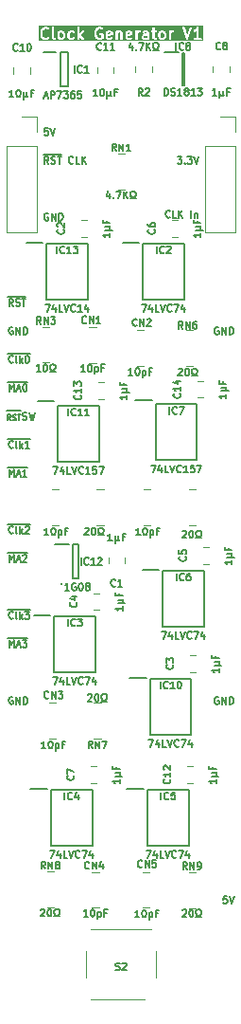
<source format=gto>
%TF.GenerationSoftware,KiCad,Pcbnew,8.0.4*%
%TF.CreationDate,2024-08-09T20:27:45+02:00*%
%TF.ProjectId,Triple MPU Clock Generator,54726970-6c65-4204-9d50-5520436c6f63,V1*%
%TF.SameCoordinates,PX54c81a0PY37b6b20*%
%TF.FileFunction,Legend,Top*%
%TF.FilePolarity,Positive*%
%FSLAX46Y46*%
G04 Gerber Fmt 4.6, Leading zero omitted, Abs format (unit mm)*
G04 Created by KiCad (PCBNEW 8.0.4) date 2024-08-09 20:27:45*
%MOMM*%
%LPD*%
G01*
G04 APERTURE LIST*
%ADD10C,0.150000*%
%ADD11C,0.200000*%
%ADD12C,0.120000*%
%ADD13C,0.100000*%
G04 APERTURE END LIST*
D10*
X15812600Y-12671486D02*
X15782362Y-12701725D01*
X15782362Y-12701725D02*
X15691648Y-12731963D01*
X15691648Y-12731963D02*
X15631172Y-12731963D01*
X15631172Y-12731963D02*
X15540457Y-12701725D01*
X15540457Y-12701725D02*
X15479981Y-12641248D01*
X15479981Y-12641248D02*
X15449743Y-12580772D01*
X15449743Y-12580772D02*
X15419505Y-12459820D01*
X15419505Y-12459820D02*
X15419505Y-12369105D01*
X15419505Y-12369105D02*
X15449743Y-12248153D01*
X15449743Y-12248153D02*
X15479981Y-12187677D01*
X15479981Y-12187677D02*
X15540457Y-12127201D01*
X15540457Y-12127201D02*
X15631172Y-12096963D01*
X15631172Y-12096963D02*
X15691648Y-12096963D01*
X15691648Y-12096963D02*
X15782362Y-12127201D01*
X15782362Y-12127201D02*
X15812600Y-12157439D01*
X16387124Y-12731963D02*
X16084743Y-12731963D01*
X16084743Y-12731963D02*
X16084743Y-12096963D01*
X16598791Y-12731963D02*
X16598791Y-12096963D01*
X16961648Y-12731963D02*
X16689505Y-12369105D01*
X16961648Y-12096963D02*
X16598791Y-12459820D01*
X17717601Y-12731963D02*
X17717601Y-12096963D01*
X18019982Y-12308629D02*
X18019982Y-12731963D01*
X18019982Y-12369105D02*
X18050220Y-12338867D01*
X18050220Y-12338867D02*
X18110696Y-12308629D01*
X18110696Y-12308629D02*
X18201411Y-12308629D01*
X18201411Y-12308629D02*
X18261887Y-12338867D01*
X18261887Y-12338867D02*
X18292125Y-12399344D01*
X18292125Y-12399344D02*
X18292125Y-12731963D01*
X4900493Y-12381201D02*
X4840017Y-12350963D01*
X4840017Y-12350963D02*
X4749303Y-12350963D01*
X4749303Y-12350963D02*
X4658588Y-12381201D01*
X4658588Y-12381201D02*
X4598112Y-12441677D01*
X4598112Y-12441677D02*
X4567874Y-12502153D01*
X4567874Y-12502153D02*
X4537636Y-12623105D01*
X4537636Y-12623105D02*
X4537636Y-12713820D01*
X4537636Y-12713820D02*
X4567874Y-12834772D01*
X4567874Y-12834772D02*
X4598112Y-12895248D01*
X4598112Y-12895248D02*
X4658588Y-12955725D01*
X4658588Y-12955725D02*
X4749303Y-12985963D01*
X4749303Y-12985963D02*
X4809779Y-12985963D01*
X4809779Y-12985963D02*
X4900493Y-12955725D01*
X4900493Y-12955725D02*
X4930731Y-12925486D01*
X4930731Y-12925486D02*
X4930731Y-12713820D01*
X4930731Y-12713820D02*
X4809779Y-12713820D01*
X5202874Y-12985963D02*
X5202874Y-12350963D01*
X5202874Y-12350963D02*
X5565731Y-12985963D01*
X5565731Y-12985963D02*
X5565731Y-12350963D01*
X5868112Y-12985963D02*
X5868112Y-12350963D01*
X5868112Y-12350963D02*
X6019302Y-12350963D01*
X6019302Y-12350963D02*
X6110017Y-12381201D01*
X6110017Y-12381201D02*
X6170493Y-12441677D01*
X6170493Y-12441677D02*
X6200731Y-12502153D01*
X6200731Y-12502153D02*
X6230969Y-12623105D01*
X6230969Y-12623105D02*
X6230969Y-12713820D01*
X6230969Y-12713820D02*
X6200731Y-12834772D01*
X6200731Y-12834772D02*
X6170493Y-12895248D01*
X6170493Y-12895248D02*
X6110017Y-12955725D01*
X6110017Y-12955725D02*
X6019302Y-12985963D01*
X6019302Y-12985963D02*
X5868112Y-12985963D01*
X4930731Y-7905963D02*
X4719064Y-7603582D01*
X4567874Y-7905963D02*
X4567874Y-7270963D01*
X4567874Y-7270963D02*
X4809779Y-7270963D01*
X4809779Y-7270963D02*
X4870255Y-7301201D01*
X4870255Y-7301201D02*
X4900493Y-7331439D01*
X4900493Y-7331439D02*
X4930731Y-7391915D01*
X4930731Y-7391915D02*
X4930731Y-7482629D01*
X4930731Y-7482629D02*
X4900493Y-7543105D01*
X4900493Y-7543105D02*
X4870255Y-7573344D01*
X4870255Y-7573344D02*
X4809779Y-7603582D01*
X4809779Y-7603582D02*
X4567874Y-7603582D01*
X5172636Y-7875725D02*
X5263350Y-7905963D01*
X5263350Y-7905963D02*
X5414541Y-7905963D01*
X5414541Y-7905963D02*
X5475017Y-7875725D01*
X5475017Y-7875725D02*
X5505255Y-7845486D01*
X5505255Y-7845486D02*
X5535493Y-7785010D01*
X5535493Y-7785010D02*
X5535493Y-7724534D01*
X5535493Y-7724534D02*
X5505255Y-7664058D01*
X5505255Y-7664058D02*
X5475017Y-7633820D01*
X5475017Y-7633820D02*
X5414541Y-7603582D01*
X5414541Y-7603582D02*
X5293588Y-7573344D01*
X5293588Y-7573344D02*
X5233112Y-7543105D01*
X5233112Y-7543105D02*
X5202874Y-7512867D01*
X5202874Y-7512867D02*
X5172636Y-7452391D01*
X5172636Y-7452391D02*
X5172636Y-7391915D01*
X5172636Y-7391915D02*
X5202874Y-7331439D01*
X5202874Y-7331439D02*
X5233112Y-7301201D01*
X5233112Y-7301201D02*
X5293588Y-7270963D01*
X5293588Y-7270963D02*
X5444779Y-7270963D01*
X5444779Y-7270963D02*
X5535493Y-7301201D01*
X5716922Y-7270963D02*
X6079779Y-7270963D01*
X5898350Y-7905963D02*
X5898350Y-7270963D01*
X4480184Y-7094675D02*
X6076756Y-7094675D01*
X7138113Y-7845486D02*
X7107875Y-7875725D01*
X7107875Y-7875725D02*
X7017161Y-7905963D01*
X7017161Y-7905963D02*
X6956685Y-7905963D01*
X6956685Y-7905963D02*
X6865970Y-7875725D01*
X6865970Y-7875725D02*
X6805494Y-7815248D01*
X6805494Y-7815248D02*
X6775256Y-7754772D01*
X6775256Y-7754772D02*
X6745018Y-7633820D01*
X6745018Y-7633820D02*
X6745018Y-7543105D01*
X6745018Y-7543105D02*
X6775256Y-7422153D01*
X6775256Y-7422153D02*
X6805494Y-7361677D01*
X6805494Y-7361677D02*
X6865970Y-7301201D01*
X6865970Y-7301201D02*
X6956685Y-7270963D01*
X6956685Y-7270963D02*
X7017161Y-7270963D01*
X7017161Y-7270963D02*
X7107875Y-7301201D01*
X7107875Y-7301201D02*
X7138113Y-7331439D01*
X7712637Y-7905963D02*
X7410256Y-7905963D01*
X7410256Y-7905963D02*
X7410256Y-7270963D01*
X7924304Y-7905963D02*
X7924304Y-7270963D01*
X8287161Y-7905963D02*
X8015018Y-7543105D01*
X8287161Y-7270963D02*
X7924304Y-7633820D01*
X1392874Y-43465963D02*
X1392874Y-42830963D01*
X1392874Y-42830963D02*
X1604541Y-43284534D01*
X1604541Y-43284534D02*
X1816207Y-42830963D01*
X1816207Y-42830963D02*
X1816207Y-43465963D01*
X2088350Y-43284534D02*
X2390731Y-43284534D01*
X2027874Y-43465963D02*
X2239540Y-42830963D01*
X2239540Y-42830963D02*
X2451207Y-43465963D01*
X2632636Y-42891439D02*
X2662874Y-42861201D01*
X2662874Y-42861201D02*
X2723350Y-42830963D01*
X2723350Y-42830963D02*
X2874541Y-42830963D01*
X2874541Y-42830963D02*
X2935017Y-42861201D01*
X2935017Y-42861201D02*
X2965255Y-42891439D01*
X2965255Y-42891439D02*
X2995493Y-42951915D01*
X2995493Y-42951915D02*
X2995493Y-43012391D01*
X2995493Y-43012391D02*
X2965255Y-43103105D01*
X2965255Y-43103105D02*
X2602398Y-43465963D01*
X2602398Y-43465963D02*
X2995493Y-43465963D01*
X1305184Y-42654675D02*
X3052946Y-42654675D01*
X1392874Y-51085963D02*
X1392874Y-50450963D01*
X1392874Y-50450963D02*
X1604541Y-50904534D01*
X1604541Y-50904534D02*
X1816207Y-50450963D01*
X1816207Y-50450963D02*
X1816207Y-51085963D01*
X2088350Y-50904534D02*
X2390731Y-50904534D01*
X2027874Y-51085963D02*
X2239540Y-50450963D01*
X2239540Y-50450963D02*
X2451207Y-51085963D01*
X2602398Y-50450963D02*
X2995493Y-50450963D01*
X2995493Y-50450963D02*
X2783826Y-50692867D01*
X2783826Y-50692867D02*
X2874541Y-50692867D01*
X2874541Y-50692867D02*
X2935017Y-50723105D01*
X2935017Y-50723105D02*
X2965255Y-50753344D01*
X2965255Y-50753344D02*
X2995493Y-50813820D01*
X2995493Y-50813820D02*
X2995493Y-50965010D01*
X2995493Y-50965010D02*
X2965255Y-51025486D01*
X2965255Y-51025486D02*
X2935017Y-51055725D01*
X2935017Y-51055725D02*
X2874541Y-51085963D01*
X2874541Y-51085963D02*
X2693112Y-51085963D01*
X2693112Y-51085963D02*
X2632636Y-51055725D01*
X2632636Y-51055725D02*
X2602398Y-51025486D01*
X1305184Y-50274675D02*
X3052946Y-50274675D01*
X1525922Y-30836115D02*
X1356588Y-30594210D01*
X1235636Y-30836115D02*
X1235636Y-30328115D01*
X1235636Y-30328115D02*
X1429160Y-30328115D01*
X1429160Y-30328115D02*
X1477541Y-30352305D01*
X1477541Y-30352305D02*
X1501731Y-30376496D01*
X1501731Y-30376496D02*
X1525922Y-30424877D01*
X1525922Y-30424877D02*
X1525922Y-30497448D01*
X1525922Y-30497448D02*
X1501731Y-30545829D01*
X1501731Y-30545829D02*
X1477541Y-30570020D01*
X1477541Y-30570020D02*
X1429160Y-30594210D01*
X1429160Y-30594210D02*
X1235636Y-30594210D01*
X1719445Y-30811925D02*
X1792017Y-30836115D01*
X1792017Y-30836115D02*
X1912969Y-30836115D01*
X1912969Y-30836115D02*
X1961350Y-30811925D01*
X1961350Y-30811925D02*
X1985541Y-30787734D01*
X1985541Y-30787734D02*
X2009731Y-30739353D01*
X2009731Y-30739353D02*
X2009731Y-30690972D01*
X2009731Y-30690972D02*
X1985541Y-30642591D01*
X1985541Y-30642591D02*
X1961350Y-30618401D01*
X1961350Y-30618401D02*
X1912969Y-30594210D01*
X1912969Y-30594210D02*
X1816207Y-30570020D01*
X1816207Y-30570020D02*
X1767826Y-30545829D01*
X1767826Y-30545829D02*
X1743636Y-30521639D01*
X1743636Y-30521639D02*
X1719445Y-30473258D01*
X1719445Y-30473258D02*
X1719445Y-30424877D01*
X1719445Y-30424877D02*
X1743636Y-30376496D01*
X1743636Y-30376496D02*
X1767826Y-30352305D01*
X1767826Y-30352305D02*
X1816207Y-30328115D01*
X1816207Y-30328115D02*
X1937160Y-30328115D01*
X1937160Y-30328115D02*
X2009731Y-30352305D01*
X2154874Y-30328115D02*
X2445160Y-30328115D01*
X2300017Y-30836115D02*
X2300017Y-30328115D01*
X1178184Y-29954675D02*
X2430042Y-29954675D01*
X2614494Y-30735725D02*
X2705208Y-30765963D01*
X2705208Y-30765963D02*
X2856399Y-30765963D01*
X2856399Y-30765963D02*
X2916875Y-30735725D01*
X2916875Y-30735725D02*
X2947113Y-30705486D01*
X2947113Y-30705486D02*
X2977351Y-30645010D01*
X2977351Y-30645010D02*
X2977351Y-30584534D01*
X2977351Y-30584534D02*
X2947113Y-30524058D01*
X2947113Y-30524058D02*
X2916875Y-30493820D01*
X2916875Y-30493820D02*
X2856399Y-30463582D01*
X2856399Y-30463582D02*
X2735446Y-30433344D01*
X2735446Y-30433344D02*
X2674970Y-30403105D01*
X2674970Y-30403105D02*
X2644732Y-30372867D01*
X2644732Y-30372867D02*
X2614494Y-30312391D01*
X2614494Y-30312391D02*
X2614494Y-30251915D01*
X2614494Y-30251915D02*
X2644732Y-30191439D01*
X2644732Y-30191439D02*
X2674970Y-30161201D01*
X2674970Y-30161201D02*
X2735446Y-30130963D01*
X2735446Y-30130963D02*
X2886637Y-30130963D01*
X2886637Y-30130963D02*
X2977351Y-30161201D01*
X3189018Y-30130963D02*
X3340208Y-30765963D01*
X3340208Y-30765963D02*
X3461161Y-30312391D01*
X3461161Y-30312391D02*
X3582113Y-30765963D01*
X3582113Y-30765963D02*
X3733304Y-30130963D01*
X1725493Y-22541201D02*
X1665017Y-22510963D01*
X1665017Y-22510963D02*
X1574303Y-22510963D01*
X1574303Y-22510963D02*
X1483588Y-22541201D01*
X1483588Y-22541201D02*
X1423112Y-22601677D01*
X1423112Y-22601677D02*
X1392874Y-22662153D01*
X1392874Y-22662153D02*
X1362636Y-22783105D01*
X1362636Y-22783105D02*
X1362636Y-22873820D01*
X1362636Y-22873820D02*
X1392874Y-22994772D01*
X1392874Y-22994772D02*
X1423112Y-23055248D01*
X1423112Y-23055248D02*
X1483588Y-23115725D01*
X1483588Y-23115725D02*
X1574303Y-23145963D01*
X1574303Y-23145963D02*
X1634779Y-23145963D01*
X1634779Y-23145963D02*
X1725493Y-23115725D01*
X1725493Y-23115725D02*
X1755731Y-23085486D01*
X1755731Y-23085486D02*
X1755731Y-22873820D01*
X1755731Y-22873820D02*
X1634779Y-22873820D01*
X2027874Y-23145963D02*
X2027874Y-22510963D01*
X2027874Y-22510963D02*
X2390731Y-23145963D01*
X2390731Y-23145963D02*
X2390731Y-22510963D01*
X2693112Y-23145963D02*
X2693112Y-22510963D01*
X2693112Y-22510963D02*
X2844302Y-22510963D01*
X2844302Y-22510963D02*
X2935017Y-22541201D01*
X2935017Y-22541201D02*
X2995493Y-22601677D01*
X2995493Y-22601677D02*
X3025731Y-22662153D01*
X3025731Y-22662153D02*
X3055969Y-22783105D01*
X3055969Y-22783105D02*
X3055969Y-22873820D01*
X3055969Y-22873820D02*
X3025731Y-22994772D01*
X3025731Y-22994772D02*
X2995493Y-23055248D01*
X2995493Y-23055248D02*
X2935017Y-23115725D01*
X2935017Y-23115725D02*
X2844302Y-23145963D01*
X2844302Y-23145963D02*
X2693112Y-23145963D01*
X1392874Y-28225963D02*
X1392874Y-27590963D01*
X1392874Y-27590963D02*
X1604541Y-28044534D01*
X1604541Y-28044534D02*
X1816207Y-27590963D01*
X1816207Y-27590963D02*
X1816207Y-28225963D01*
X2088350Y-28044534D02*
X2390731Y-28044534D01*
X2027874Y-28225963D02*
X2239540Y-27590963D01*
X2239540Y-27590963D02*
X2451207Y-28225963D01*
X2783826Y-27590963D02*
X2844303Y-27590963D01*
X2844303Y-27590963D02*
X2904779Y-27621201D01*
X2904779Y-27621201D02*
X2935017Y-27651439D01*
X2935017Y-27651439D02*
X2965255Y-27711915D01*
X2965255Y-27711915D02*
X2995493Y-27832867D01*
X2995493Y-27832867D02*
X2995493Y-27984058D01*
X2995493Y-27984058D02*
X2965255Y-28105010D01*
X2965255Y-28105010D02*
X2935017Y-28165486D01*
X2935017Y-28165486D02*
X2904779Y-28195725D01*
X2904779Y-28195725D02*
X2844303Y-28225963D01*
X2844303Y-28225963D02*
X2783826Y-28225963D01*
X2783826Y-28225963D02*
X2723350Y-28195725D01*
X2723350Y-28195725D02*
X2693112Y-28165486D01*
X2693112Y-28165486D02*
X2662874Y-28105010D01*
X2662874Y-28105010D02*
X2632636Y-27984058D01*
X2632636Y-27984058D02*
X2632636Y-27832867D01*
X2632636Y-27832867D02*
X2662874Y-27711915D01*
X2662874Y-27711915D02*
X2693112Y-27651439D01*
X2693112Y-27651439D02*
X2723350Y-27621201D01*
X2723350Y-27621201D02*
X2783826Y-27590963D01*
X1305184Y-27414675D02*
X3052946Y-27414675D01*
X1755731Y-40865486D02*
X1725493Y-40895725D01*
X1725493Y-40895725D02*
X1634779Y-40925963D01*
X1634779Y-40925963D02*
X1574303Y-40925963D01*
X1574303Y-40925963D02*
X1483588Y-40895725D01*
X1483588Y-40895725D02*
X1423112Y-40835248D01*
X1423112Y-40835248D02*
X1392874Y-40774772D01*
X1392874Y-40774772D02*
X1362636Y-40653820D01*
X1362636Y-40653820D02*
X1362636Y-40563105D01*
X1362636Y-40563105D02*
X1392874Y-40442153D01*
X1392874Y-40442153D02*
X1423112Y-40381677D01*
X1423112Y-40381677D02*
X1483588Y-40321201D01*
X1483588Y-40321201D02*
X1574303Y-40290963D01*
X1574303Y-40290963D02*
X1634779Y-40290963D01*
X1634779Y-40290963D02*
X1725493Y-40321201D01*
X1725493Y-40321201D02*
X1755731Y-40351439D01*
X2118588Y-40925963D02*
X2058112Y-40895725D01*
X2058112Y-40895725D02*
X2027874Y-40835248D01*
X2027874Y-40835248D02*
X2027874Y-40290963D01*
X2360493Y-40925963D02*
X2360493Y-40290963D01*
X2420969Y-40684058D02*
X2602398Y-40925963D01*
X2602398Y-40502629D02*
X2360493Y-40744534D01*
X2844303Y-40351439D02*
X2874541Y-40321201D01*
X2874541Y-40321201D02*
X2935017Y-40290963D01*
X2935017Y-40290963D02*
X3086208Y-40290963D01*
X3086208Y-40290963D02*
X3146684Y-40321201D01*
X3146684Y-40321201D02*
X3176922Y-40351439D01*
X3176922Y-40351439D02*
X3207160Y-40411915D01*
X3207160Y-40411915D02*
X3207160Y-40472391D01*
X3207160Y-40472391D02*
X3176922Y-40563105D01*
X3176922Y-40563105D02*
X2814065Y-40925963D01*
X2814065Y-40925963D02*
X3207160Y-40925963D01*
X1305184Y-40114675D02*
X3264613Y-40114675D01*
X1755731Y-20605963D02*
X1544064Y-20303582D01*
X1392874Y-20605963D02*
X1392874Y-19970963D01*
X1392874Y-19970963D02*
X1634779Y-19970963D01*
X1634779Y-19970963D02*
X1695255Y-20001201D01*
X1695255Y-20001201D02*
X1725493Y-20031439D01*
X1725493Y-20031439D02*
X1755731Y-20091915D01*
X1755731Y-20091915D02*
X1755731Y-20182629D01*
X1755731Y-20182629D02*
X1725493Y-20243105D01*
X1725493Y-20243105D02*
X1695255Y-20273344D01*
X1695255Y-20273344D02*
X1634779Y-20303582D01*
X1634779Y-20303582D02*
X1392874Y-20303582D01*
X1997636Y-20575725D02*
X2088350Y-20605963D01*
X2088350Y-20605963D02*
X2239541Y-20605963D01*
X2239541Y-20605963D02*
X2300017Y-20575725D01*
X2300017Y-20575725D02*
X2330255Y-20545486D01*
X2330255Y-20545486D02*
X2360493Y-20485010D01*
X2360493Y-20485010D02*
X2360493Y-20424534D01*
X2360493Y-20424534D02*
X2330255Y-20364058D01*
X2330255Y-20364058D02*
X2300017Y-20333820D01*
X2300017Y-20333820D02*
X2239541Y-20303582D01*
X2239541Y-20303582D02*
X2118588Y-20273344D01*
X2118588Y-20273344D02*
X2058112Y-20243105D01*
X2058112Y-20243105D02*
X2027874Y-20212867D01*
X2027874Y-20212867D02*
X1997636Y-20152391D01*
X1997636Y-20152391D02*
X1997636Y-20091915D01*
X1997636Y-20091915D02*
X2027874Y-20031439D01*
X2027874Y-20031439D02*
X2058112Y-20001201D01*
X2058112Y-20001201D02*
X2118588Y-19970963D01*
X2118588Y-19970963D02*
X2269779Y-19970963D01*
X2269779Y-19970963D02*
X2360493Y-20001201D01*
X2541922Y-19970963D02*
X2904779Y-19970963D01*
X2723350Y-20605963D02*
X2723350Y-19970963D01*
X1305184Y-19794675D02*
X2901756Y-19794675D01*
D11*
G36*
X6180286Y3767643D02*
G01*
X6204955Y3742975D01*
X6234760Y3683365D01*
X6234760Y3444865D01*
X6204955Y3385257D01*
X6180286Y3360587D01*
X6120677Y3330781D01*
X6025034Y3330781D01*
X5965424Y3360586D01*
X5940757Y3385254D01*
X5910951Y3444866D01*
X5910951Y3683365D01*
X5940756Y3742975D01*
X5965424Y3767644D01*
X6025034Y3797448D01*
X6120677Y3797448D01*
X6180286Y3767643D01*
G37*
G36*
X10498320Y3775293D02*
G01*
X10515770Y3740393D01*
X10244285Y3686096D01*
X10244285Y3730984D01*
X10266440Y3775294D01*
X10310749Y3797448D01*
X10454011Y3797448D01*
X10498320Y3775293D01*
G37*
G36*
X12260225Y3775293D02*
G01*
X12277675Y3740393D01*
X12006190Y3686096D01*
X12006190Y3730984D01*
X12028345Y3775294D01*
X12072654Y3797448D01*
X12215916Y3797448D01*
X12260225Y3775293D01*
G37*
G36*
X13758571Y3340204D02*
G01*
X13739726Y3330781D01*
X13548845Y3330781D01*
X13504535Y3352936D01*
X13482381Y3397246D01*
X13482381Y3445270D01*
X13504536Y3489580D01*
X13548845Y3511734D01*
X13758571Y3511734D01*
X13758571Y3340204D01*
G37*
G36*
X15227907Y3767643D02*
G01*
X15252576Y3742975D01*
X15282381Y3683365D01*
X15282381Y3444865D01*
X15252576Y3385257D01*
X15227907Y3360587D01*
X15168298Y3330781D01*
X15072655Y3330781D01*
X15013045Y3360586D01*
X14988378Y3385254D01*
X14958572Y3444866D01*
X14958572Y3683365D01*
X14988377Y3742975D01*
X15013045Y3767644D01*
X15072655Y3797448D01*
X15168298Y3797448D01*
X15227907Y3767643D01*
G37*
G36*
X18782048Y3019670D02*
G01*
X4076030Y3019670D01*
X4076030Y3802210D01*
X4187141Y3802210D01*
X4187141Y3659353D01*
X4187476Y3655951D01*
X4187259Y3654492D01*
X4188338Y3647195D01*
X4189062Y3639844D01*
X4189626Y3638481D01*
X4190127Y3635099D01*
X4237746Y3444624D01*
X4238259Y3443187D01*
X4238311Y3442464D01*
X4241419Y3434340D01*
X4244341Y3426163D01*
X4244771Y3425583D01*
X4245317Y3424156D01*
X4292936Y3328918D01*
X4298218Y3320526D01*
X4299231Y3318082D01*
X4301487Y3315333D01*
X4303379Y3312328D01*
X4305373Y3310599D01*
X4311668Y3302929D01*
X4406906Y3207689D01*
X4422059Y3195253D01*
X4425378Y3193878D01*
X4428094Y3191523D01*
X4445994Y3183532D01*
X4588851Y3135913D01*
X4598523Y3133714D01*
X4600965Y3132702D01*
X4604502Y3132354D01*
X4607966Y3131566D01*
X4610600Y3131754D01*
X4620474Y3130781D01*
X4715712Y3130781D01*
X4725585Y3131754D01*
X4728219Y3131566D01*
X4731682Y3132354D01*
X4735221Y3132702D01*
X4737663Y3133714D01*
X4747335Y3135913D01*
X4890191Y3183532D01*
X4908092Y3191523D01*
X4910807Y3193878D01*
X4914127Y3195253D01*
X4929280Y3207690D01*
X4976899Y3255310D01*
X4989336Y3270463D01*
X5004267Y3306512D01*
X5004266Y3345530D01*
X4989335Y3381578D01*
X4961744Y3409168D01*
X4925696Y3424099D01*
X4886678Y3424098D01*
X4850630Y3409167D01*
X4835476Y3396730D01*
X4804549Y3365803D01*
X4699485Y3330781D01*
X4636700Y3330781D01*
X4531635Y3365803D01*
X4464565Y3432873D01*
X4429111Y3503782D01*
X4387141Y3671663D01*
X4387141Y3789900D01*
X4429111Y3957782D01*
X4464564Y4028688D01*
X4531636Y4095760D01*
X4636700Y4130781D01*
X4699485Y4130781D01*
X4804550Y4095760D01*
X4835477Y4064833D01*
X4850630Y4052396D01*
X4886679Y4037465D01*
X4925697Y4037465D01*
X4961745Y4052396D01*
X4989335Y4079986D01*
X5004266Y4116034D01*
X5004266Y4155052D01*
X4989335Y4191101D01*
X4976898Y4206254D01*
X4952372Y4230781D01*
X5234760Y4230781D01*
X5234760Y3373639D01*
X5236681Y3354130D01*
X5238056Y3350810D01*
X5238311Y3347227D01*
X5245317Y3328918D01*
X5292936Y3233679D01*
X5294989Y3230416D01*
X5295503Y3228877D01*
X5297165Y3226961D01*
X5303379Y3217089D01*
X5312850Y3208875D01*
X5321067Y3199400D01*
X5330937Y3193188D01*
X5332855Y3191524D01*
X5334395Y3191011D01*
X5337658Y3188957D01*
X5432895Y3141338D01*
X5451204Y3134332D01*
X5490124Y3131566D01*
X5527140Y3143905D01*
X5556617Y3169470D01*
X5574066Y3204368D01*
X5576831Y3243288D01*
X5564493Y3280304D01*
X5538928Y3309781D01*
X5522338Y3320224D01*
X5456914Y3352936D01*
X5434760Y3397246D01*
X5434760Y3706972D01*
X5710951Y3706972D01*
X5710951Y3421258D01*
X5712872Y3401749D01*
X5714247Y3398429D01*
X5714502Y3394845D01*
X5721508Y3376537D01*
X5769127Y3281299D01*
X5774410Y3272907D01*
X5775422Y3270463D01*
X5777678Y3267714D01*
X5779570Y3264709D01*
X5781564Y3262980D01*
X5787859Y3255310D01*
X5835477Y3207690D01*
X5843145Y3201397D01*
X5844877Y3199400D01*
X5847885Y3197507D01*
X5850631Y3195253D01*
X5853071Y3194243D01*
X5861468Y3188957D01*
X5956705Y3141338D01*
X5975014Y3134332D01*
X5978597Y3134078D01*
X5981918Y3132702D01*
X6001427Y3130781D01*
X6144284Y3130781D01*
X6163793Y3132702D01*
X6167113Y3134078D01*
X6170697Y3134332D01*
X6189005Y3141338D01*
X6284243Y3188957D01*
X6292638Y3194242D01*
X6295080Y3195253D01*
X6297827Y3197509D01*
X6300833Y3199400D01*
X6302563Y3201395D01*
X6310233Y3207690D01*
X6357852Y3255310D01*
X6364144Y3262977D01*
X6366141Y3264708D01*
X6368034Y3267716D01*
X6370289Y3270463D01*
X6371300Y3272905D01*
X6376584Y3281299D01*
X6424203Y3376536D01*
X6431209Y3394845D01*
X6431463Y3398429D01*
X6432839Y3401749D01*
X6434760Y3421258D01*
X6434760Y3706972D01*
X6615713Y3706972D01*
X6615713Y3421258D01*
X6617634Y3401749D01*
X6619009Y3398429D01*
X6619264Y3394845D01*
X6626270Y3376537D01*
X6673889Y3281299D01*
X6679172Y3272907D01*
X6680184Y3270463D01*
X6682440Y3267714D01*
X6684332Y3264709D01*
X6686326Y3262980D01*
X6692621Y3255310D01*
X6740239Y3207690D01*
X6747907Y3201397D01*
X6749639Y3199400D01*
X6752647Y3197507D01*
X6755393Y3195253D01*
X6757833Y3194243D01*
X6766230Y3188957D01*
X6861467Y3141338D01*
X6879776Y3134332D01*
X6883359Y3134078D01*
X6886680Y3132702D01*
X6906189Y3130781D01*
X7096665Y3130781D01*
X7116174Y3132702D01*
X7119494Y3134078D01*
X7123078Y3134332D01*
X7141386Y3141338D01*
X7236624Y3188957D01*
X7253214Y3199400D01*
X7278779Y3228877D01*
X7291117Y3265893D01*
X7288352Y3304813D01*
X7270903Y3339711D01*
X7241426Y3365276D01*
X7204410Y3377615D01*
X7165490Y3374849D01*
X7147181Y3367843D01*
X7073058Y3330781D01*
X6929796Y3330781D01*
X6870186Y3360586D01*
X6845519Y3385254D01*
X6815713Y3444866D01*
X6815713Y3683365D01*
X6845518Y3742975D01*
X6870186Y3767644D01*
X6929796Y3797448D01*
X7073058Y3797448D01*
X7147181Y3760386D01*
X7165490Y3753380D01*
X7204410Y3750614D01*
X7241426Y3762953D01*
X7270903Y3788518D01*
X7288352Y3823416D01*
X7291117Y3862336D01*
X7278779Y3899352D01*
X7253214Y3928829D01*
X7236624Y3939272D01*
X7141386Y3986891D01*
X7123078Y3993897D01*
X7119494Y3994152D01*
X7116174Y3995527D01*
X7096665Y3997448D01*
X6906189Y3997448D01*
X6886680Y3995527D01*
X6883359Y3994152D01*
X6879776Y3993897D01*
X6861467Y3986891D01*
X6766230Y3939272D01*
X6757833Y3933987D01*
X6755393Y3932976D01*
X6752647Y3930723D01*
X6749639Y3928829D01*
X6747906Y3926832D01*
X6740240Y3920539D01*
X6692621Y3872921D01*
X6686326Y3865251D01*
X6684332Y3863521D01*
X6682438Y3860514D01*
X6680185Y3857767D01*
X6679174Y3855328D01*
X6673889Y3846931D01*
X6626270Y3751693D01*
X6619264Y3733385D01*
X6619009Y3729802D01*
X6617634Y3726481D01*
X6615713Y3706972D01*
X6434760Y3706972D01*
X6432839Y3726481D01*
X6431463Y3729802D01*
X6431209Y3733385D01*
X6424203Y3751694D01*
X6376584Y3846931D01*
X6371298Y3855328D01*
X6370288Y3857768D01*
X6368034Y3860514D01*
X6366141Y3863522D01*
X6364143Y3865255D01*
X6357851Y3872921D01*
X6310233Y3920540D01*
X6302562Y3926835D01*
X6300833Y3928829D01*
X6297825Y3930723D01*
X6295079Y3932976D01*
X6292639Y3933987D01*
X6284243Y3939272D01*
X6189005Y3986891D01*
X6170697Y3993897D01*
X6167113Y3994152D01*
X6163793Y3995527D01*
X6144284Y3997448D01*
X6001427Y3997448D01*
X5981918Y3995527D01*
X5978597Y3994152D01*
X5975014Y3993897D01*
X5956705Y3986891D01*
X5861468Y3939272D01*
X5853071Y3933987D01*
X5850631Y3932976D01*
X5847885Y3930723D01*
X5844877Y3928829D01*
X5843144Y3926832D01*
X5835478Y3920539D01*
X5787859Y3872921D01*
X5781564Y3865251D01*
X5779570Y3863521D01*
X5777676Y3860514D01*
X5775423Y3857767D01*
X5774412Y3855328D01*
X5769127Y3846931D01*
X5721508Y3751693D01*
X5714502Y3733385D01*
X5714247Y3729802D01*
X5712872Y3726481D01*
X5710951Y3706972D01*
X5434760Y3706972D01*
X5434760Y4230781D01*
X7520475Y4230781D01*
X7520475Y3230781D01*
X7522396Y3211272D01*
X7537328Y3175224D01*
X7564918Y3147634D01*
X7600966Y3132702D01*
X7639984Y3132702D01*
X7676032Y3147634D01*
X7703622Y3175224D01*
X7718554Y3211272D01*
X7720475Y3230781D01*
X7720475Y3438718D01*
X7921427Y3170781D01*
X7934669Y3156326D01*
X7968244Y3136447D01*
X8006870Y3130929D01*
X8044667Y3140612D01*
X8075882Y3164023D01*
X8095761Y3197597D01*
X8101279Y3236223D01*
X8091596Y3274021D01*
X8081427Y3290781D01*
X7847750Y3602351D01*
X8047610Y3802210D01*
X9044285Y3802210D01*
X9044285Y3659353D01*
X9044620Y3655951D01*
X9044403Y3654492D01*
X9045482Y3647195D01*
X9046206Y3639844D01*
X9046770Y3638481D01*
X9047271Y3635099D01*
X9094890Y3444624D01*
X9095403Y3443187D01*
X9095455Y3442464D01*
X9098563Y3434340D01*
X9101485Y3426163D01*
X9101915Y3425583D01*
X9102461Y3424156D01*
X9150080Y3328918D01*
X9155362Y3320526D01*
X9156375Y3318082D01*
X9158631Y3315333D01*
X9160523Y3312328D01*
X9162517Y3310599D01*
X9168812Y3302929D01*
X9264050Y3207689D01*
X9279203Y3195253D01*
X9282522Y3193878D01*
X9285238Y3191523D01*
X9303138Y3183532D01*
X9445995Y3135913D01*
X9455667Y3133714D01*
X9458109Y3132702D01*
X9461646Y3132354D01*
X9465110Y3131566D01*
X9467744Y3131754D01*
X9477618Y3130781D01*
X9572856Y3130781D01*
X9582729Y3131754D01*
X9585363Y3131566D01*
X9588826Y3132354D01*
X9592365Y3132702D01*
X9594807Y3133714D01*
X9604479Y3135913D01*
X9747335Y3183532D01*
X9765236Y3191523D01*
X9767951Y3193878D01*
X9771271Y3195253D01*
X9786424Y3207690D01*
X9834043Y3255310D01*
X9846480Y3270463D01*
X9859927Y3302929D01*
X9861411Y3306511D01*
X9863332Y3326020D01*
X9863332Y3659353D01*
X9861411Y3678862D01*
X9846479Y3714910D01*
X9818889Y3742500D01*
X9789700Y3754591D01*
X10044285Y3754591D01*
X10044285Y3373639D01*
X10046206Y3354130D01*
X10047581Y3350810D01*
X10047836Y3347227D01*
X10054842Y3328918D01*
X10102461Y3233679D01*
X10104514Y3230416D01*
X10105028Y3228877D01*
X10106690Y3226961D01*
X10112904Y3217089D01*
X10122375Y3208875D01*
X10130592Y3199400D01*
X10140462Y3193188D01*
X10142380Y3191524D01*
X10143920Y3191011D01*
X10147183Y3188957D01*
X10242420Y3141338D01*
X10260729Y3134332D01*
X10264312Y3134078D01*
X10267633Y3132702D01*
X10287142Y3130781D01*
X10477618Y3130781D01*
X10497127Y3132702D01*
X10500447Y3134078D01*
X10504031Y3134332D01*
X10522339Y3141338D01*
X10617577Y3188957D01*
X10634167Y3199400D01*
X10659732Y3228877D01*
X10672070Y3265893D01*
X10669305Y3304813D01*
X10651856Y3339711D01*
X10622379Y3365276D01*
X10585363Y3377615D01*
X10546443Y3374849D01*
X10528134Y3367843D01*
X10454011Y3330781D01*
X10310749Y3330781D01*
X10266439Y3352936D01*
X10244285Y3397246D01*
X10244285Y3482135D01*
X10639981Y3561274D01*
X10639984Y3561274D01*
X10639986Y3561276D01*
X10640086Y3561295D01*
X10658840Y3567005D01*
X10666980Y3572457D01*
X10676032Y3576206D01*
X10683033Y3583208D01*
X10691259Y3588716D01*
X10696693Y3596868D01*
X10703622Y3603796D01*
X10707411Y3612944D01*
X10712903Y3621181D01*
X10714804Y3630792D01*
X10718554Y3639844D01*
X10720475Y3659353D01*
X10720475Y3754591D01*
X10718554Y3774100D01*
X10717178Y3777421D01*
X10716924Y3781004D01*
X10709918Y3799313D01*
X10662299Y3894550D01*
X10660474Y3897448D01*
X10949047Y3897448D01*
X10949047Y3230781D01*
X10950968Y3211272D01*
X10965900Y3175224D01*
X10993490Y3147634D01*
X11029538Y3132702D01*
X11068556Y3132702D01*
X11104604Y3147634D01*
X11132194Y3175224D01*
X11147126Y3211272D01*
X11149047Y3230781D01*
X11149047Y3760789D01*
X11155901Y3767644D01*
X11215511Y3797448D01*
X11311154Y3797448D01*
X11355463Y3775293D01*
X11377618Y3730984D01*
X11377618Y3230781D01*
X11379539Y3211272D01*
X11394471Y3175224D01*
X11422061Y3147634D01*
X11458109Y3132702D01*
X11497127Y3132702D01*
X11533175Y3147634D01*
X11560765Y3175224D01*
X11575697Y3211272D01*
X11577618Y3230781D01*
X11577618Y3754591D01*
X11806190Y3754591D01*
X11806190Y3373639D01*
X11808111Y3354130D01*
X11809486Y3350810D01*
X11809741Y3347227D01*
X11816747Y3328918D01*
X11864366Y3233679D01*
X11866419Y3230416D01*
X11866933Y3228877D01*
X11868595Y3226961D01*
X11874809Y3217089D01*
X11884280Y3208875D01*
X11892497Y3199400D01*
X11902367Y3193188D01*
X11904285Y3191524D01*
X11905825Y3191011D01*
X11909088Y3188957D01*
X12004325Y3141338D01*
X12022634Y3134332D01*
X12026217Y3134078D01*
X12029538Y3132702D01*
X12049047Y3130781D01*
X12239523Y3130781D01*
X12259032Y3132702D01*
X12262352Y3134078D01*
X12265936Y3134332D01*
X12284244Y3141338D01*
X12379482Y3188957D01*
X12396072Y3199400D01*
X12421637Y3228877D01*
X12433975Y3265893D01*
X12431210Y3304813D01*
X12413761Y3339711D01*
X12384284Y3365276D01*
X12347268Y3377615D01*
X12308348Y3374849D01*
X12290039Y3367843D01*
X12215916Y3330781D01*
X12072654Y3330781D01*
X12028344Y3352936D01*
X12006190Y3397246D01*
X12006190Y3482135D01*
X12401886Y3561274D01*
X12401889Y3561274D01*
X12401891Y3561276D01*
X12401991Y3561295D01*
X12420745Y3567005D01*
X12428885Y3572457D01*
X12437937Y3576206D01*
X12444938Y3583208D01*
X12453164Y3588716D01*
X12458598Y3596868D01*
X12465527Y3603796D01*
X12469316Y3612944D01*
X12474808Y3621181D01*
X12476709Y3630792D01*
X12480459Y3639844D01*
X12482380Y3659353D01*
X12482380Y3754591D01*
X12480459Y3774100D01*
X12479083Y3777421D01*
X12478829Y3781004D01*
X12471823Y3799313D01*
X12424204Y3894550D01*
X12422379Y3897448D01*
X12710952Y3897448D01*
X12710952Y3230781D01*
X12712873Y3211272D01*
X12727805Y3175224D01*
X12755395Y3147634D01*
X12791443Y3132702D01*
X12830461Y3132702D01*
X12866509Y3147634D01*
X12894099Y3175224D01*
X12909031Y3211272D01*
X12910952Y3230781D01*
X12910952Y3468877D01*
X13282381Y3468877D01*
X13282381Y3373639D01*
X13284302Y3354130D01*
X13285677Y3350810D01*
X13285932Y3347227D01*
X13292938Y3328918D01*
X13340557Y3233679D01*
X13342610Y3230416D01*
X13343124Y3228877D01*
X13344786Y3226961D01*
X13351000Y3217089D01*
X13360471Y3208875D01*
X13368688Y3199400D01*
X13378558Y3193188D01*
X13380476Y3191524D01*
X13382016Y3191011D01*
X13385279Y3188957D01*
X13480516Y3141338D01*
X13498825Y3134332D01*
X13502408Y3134078D01*
X13505729Y3132702D01*
X13525238Y3130781D01*
X13763333Y3130781D01*
X13782842Y3132702D01*
X13786162Y3134078D01*
X13789746Y3134332D01*
X13808054Y3141338D01*
X13812657Y3143640D01*
X13839062Y3132702D01*
X13878080Y3132702D01*
X13914128Y3147634D01*
X13941718Y3175224D01*
X13956650Y3211272D01*
X13958571Y3230781D01*
X13958571Y3754591D01*
X13956650Y3774100D01*
X13955274Y3777421D01*
X13955020Y3781004D01*
X13948014Y3799313D01*
X13900395Y3894550D01*
X13898340Y3897814D01*
X13897828Y3899352D01*
X13896166Y3901268D01*
X13889952Y3911141D01*
X13883246Y3916957D01*
X14093826Y3916957D01*
X14093826Y3877939D01*
X14108758Y3841891D01*
X14136348Y3814301D01*
X14172396Y3799369D01*
X14191905Y3797448D01*
X14234762Y3797448D01*
X14234762Y3373639D01*
X14236683Y3354130D01*
X14238058Y3350810D01*
X14238313Y3347227D01*
X14245319Y3328918D01*
X14292938Y3233679D01*
X14294991Y3230416D01*
X14295505Y3228877D01*
X14297167Y3226961D01*
X14303381Y3217089D01*
X14312852Y3208875D01*
X14321069Y3199400D01*
X14330939Y3193188D01*
X14332857Y3191524D01*
X14334397Y3191011D01*
X14337660Y3188957D01*
X14432897Y3141338D01*
X14451206Y3134332D01*
X14454789Y3134078D01*
X14458110Y3132702D01*
X14477619Y3130781D01*
X14572857Y3130781D01*
X14592366Y3132702D01*
X14628414Y3147634D01*
X14656004Y3175224D01*
X14670936Y3211272D01*
X14670936Y3250290D01*
X14656004Y3286338D01*
X14628414Y3313928D01*
X14592366Y3328860D01*
X14572857Y3330781D01*
X14501226Y3330781D01*
X14456916Y3352936D01*
X14434762Y3397246D01*
X14434762Y3706972D01*
X14758572Y3706972D01*
X14758572Y3421258D01*
X14760493Y3401749D01*
X14761868Y3398429D01*
X14762123Y3394845D01*
X14769129Y3376537D01*
X14816748Y3281299D01*
X14822031Y3272907D01*
X14823043Y3270463D01*
X14825299Y3267714D01*
X14827191Y3264709D01*
X14829185Y3262980D01*
X14835480Y3255310D01*
X14883098Y3207690D01*
X14890766Y3201397D01*
X14892498Y3199400D01*
X14895506Y3197507D01*
X14898252Y3195253D01*
X14900692Y3194243D01*
X14909089Y3188957D01*
X15004326Y3141338D01*
X15022635Y3134332D01*
X15026218Y3134078D01*
X15029539Y3132702D01*
X15049048Y3130781D01*
X15191905Y3130781D01*
X15211414Y3132702D01*
X15214734Y3134078D01*
X15218318Y3134332D01*
X15236626Y3141338D01*
X15331864Y3188957D01*
X15340259Y3194242D01*
X15342701Y3195253D01*
X15345448Y3197509D01*
X15348454Y3199400D01*
X15350184Y3201395D01*
X15357854Y3207690D01*
X15405473Y3255310D01*
X15411765Y3262977D01*
X15413762Y3264708D01*
X15415655Y3267716D01*
X15417910Y3270463D01*
X15418921Y3272905D01*
X15424205Y3281299D01*
X15471824Y3376536D01*
X15478830Y3394845D01*
X15479084Y3398429D01*
X15480460Y3401749D01*
X15482381Y3421258D01*
X15482381Y3706972D01*
X15480460Y3726481D01*
X15479084Y3729802D01*
X15478830Y3733385D01*
X15471824Y3751694D01*
X15424205Y3846931D01*
X15418919Y3855328D01*
X15417909Y3857768D01*
X15415655Y3860514D01*
X15413762Y3863522D01*
X15411764Y3865255D01*
X15405472Y3872921D01*
X15380946Y3897448D01*
X15710953Y3897448D01*
X15710953Y3230781D01*
X15712874Y3211272D01*
X15727806Y3175224D01*
X15755396Y3147634D01*
X15791444Y3132702D01*
X15830462Y3132702D01*
X15866510Y3147634D01*
X15894100Y3175224D01*
X15909032Y3211272D01*
X15910953Y3230781D01*
X15910953Y3683365D01*
X15940758Y3742975D01*
X15965426Y3767644D01*
X16025036Y3797448D01*
X16096667Y3797448D01*
X16116176Y3799369D01*
X16152224Y3814301D01*
X16179814Y3841891D01*
X16194746Y3877939D01*
X16194746Y3916957D01*
X16179814Y3953005D01*
X16152224Y3980595D01*
X16116176Y3995527D01*
X16096667Y3997448D01*
X16001429Y3997448D01*
X15981920Y3995527D01*
X15978599Y3994152D01*
X15975016Y3993897D01*
X15956707Y3986891D01*
X15892378Y3954727D01*
X15866510Y3980595D01*
X15830462Y3995527D01*
X15791444Y3995527D01*
X15755396Y3980595D01*
X15727806Y3953005D01*
X15712874Y3916957D01*
X15710953Y3897448D01*
X15380946Y3897448D01*
X15357854Y3920540D01*
X15350183Y3926835D01*
X15348454Y3928829D01*
X15345446Y3930723D01*
X15342700Y3932976D01*
X15340260Y3933987D01*
X15331864Y3939272D01*
X15236626Y3986891D01*
X15218318Y3993897D01*
X15214734Y3994152D01*
X15211414Y3995527D01*
X15191905Y3997448D01*
X15049048Y3997448D01*
X15029539Y3995527D01*
X15026218Y3994152D01*
X15022635Y3993897D01*
X15004326Y3986891D01*
X14909089Y3939272D01*
X14900692Y3933987D01*
X14898252Y3932976D01*
X14895506Y3930723D01*
X14892498Y3928829D01*
X14890765Y3926832D01*
X14883099Y3920539D01*
X14835480Y3872921D01*
X14829185Y3865251D01*
X14827191Y3863521D01*
X14825297Y3860514D01*
X14823044Y3857767D01*
X14822033Y3855328D01*
X14816748Y3846931D01*
X14769129Y3751693D01*
X14762123Y3733385D01*
X14761868Y3729802D01*
X14760493Y3726481D01*
X14758572Y3706972D01*
X14434762Y3706972D01*
X14434762Y3797448D01*
X14572857Y3797448D01*
X14592366Y3799369D01*
X14628414Y3814301D01*
X14656004Y3841891D01*
X14670936Y3877939D01*
X14670936Y3916957D01*
X14656004Y3953005D01*
X14628414Y3980595D01*
X14592366Y3995527D01*
X14572857Y3997448D01*
X14434762Y3997448D01*
X14434762Y4218274D01*
X16949834Y4218274D01*
X16954181Y4199158D01*
X17287514Y3199159D01*
X17295505Y3181258D01*
X17300188Y3175859D01*
X17303383Y3169469D01*
X17312854Y3161254D01*
X17321070Y3151782D01*
X17327458Y3148588D01*
X17332859Y3143904D01*
X17344760Y3139937D01*
X17355969Y3134333D01*
X17363093Y3133827D01*
X17369875Y3131566D01*
X17382384Y3132456D01*
X17394889Y3131566D01*
X17401667Y3133826D01*
X17408795Y3134332D01*
X17420011Y3139941D01*
X17431905Y3143905D01*
X17437302Y3148586D01*
X17443694Y3151782D01*
X17451912Y3161258D01*
X17461381Y3169470D01*
X17464574Y3175857D01*
X17469259Y3181258D01*
X17477250Y3199158D01*
X17730055Y3957574D01*
X17902215Y3957574D01*
X17904981Y3918654D01*
X17922430Y3883755D01*
X17951907Y3858191D01*
X17988923Y3845852D01*
X18027843Y3848618D01*
X18046151Y3855624D01*
X18141389Y3903243D01*
X18149785Y3908529D01*
X18152225Y3909539D01*
X18154971Y3911793D01*
X18157979Y3913686D01*
X18159708Y3915681D01*
X18167379Y3921975D01*
X18187144Y3941740D01*
X18187144Y3330781D01*
X18001430Y3330781D01*
X17981921Y3328860D01*
X17945873Y3313928D01*
X17918283Y3286338D01*
X17903351Y3250290D01*
X17903351Y3211272D01*
X17918283Y3175224D01*
X17945873Y3147634D01*
X17981921Y3132702D01*
X18001430Y3130781D01*
X18572858Y3130781D01*
X18592367Y3132702D01*
X18628415Y3147634D01*
X18656005Y3175224D01*
X18670937Y3211272D01*
X18670937Y3250290D01*
X18656005Y3286338D01*
X18628415Y3313928D01*
X18592367Y3328860D01*
X18572858Y3330781D01*
X18387144Y3330781D01*
X18387144Y4230781D01*
X18387137Y4230852D01*
X18387144Y4230886D01*
X18387123Y4230988D01*
X18385223Y4250290D01*
X18381433Y4259439D01*
X18379492Y4269146D01*
X18374040Y4277287D01*
X18370291Y4286338D01*
X18363291Y4293338D01*
X18357781Y4301566D01*
X18349626Y4307003D01*
X18342701Y4313928D01*
X18333557Y4317716D01*
X18325316Y4323210D01*
X18315702Y4325112D01*
X18306653Y4328860D01*
X18296752Y4328860D01*
X18287040Y4330781D01*
X18277435Y4328860D01*
X18267635Y4328860D01*
X18258486Y4325071D01*
X18248779Y4323129D01*
X18240638Y4317678D01*
X18231587Y4313928D01*
X18224587Y4306929D01*
X18216359Y4301418D01*
X18204070Y4286412D01*
X18203997Y4286338D01*
X18203983Y4286306D01*
X18203939Y4286251D01*
X18114195Y4151635D01*
X18037431Y4074872D01*
X17956709Y4034510D01*
X17940118Y4024067D01*
X17914554Y3994590D01*
X17902215Y3957574D01*
X17730055Y3957574D01*
X17810583Y4199158D01*
X17814930Y4218273D01*
X17812164Y4257193D01*
X17794714Y4292092D01*
X17765238Y4317657D01*
X17728222Y4329996D01*
X17689302Y4327229D01*
X17654403Y4309780D01*
X17628838Y4280304D01*
X17620847Y4262403D01*
X17382382Y3547009D01*
X17143917Y4262404D01*
X17135926Y4280304D01*
X17110361Y4309780D01*
X17075462Y4327230D01*
X17036542Y4329996D01*
X16999526Y4317658D01*
X16970050Y4292093D01*
X16952600Y4257194D01*
X16949834Y4218274D01*
X14434762Y4218274D01*
X14434762Y4230781D01*
X14432841Y4250290D01*
X14417909Y4286338D01*
X14390319Y4313928D01*
X14354271Y4328860D01*
X14315253Y4328860D01*
X14279205Y4313928D01*
X14251615Y4286338D01*
X14236683Y4250290D01*
X14234762Y4230781D01*
X14234762Y3997448D01*
X14191905Y3997448D01*
X14172396Y3995527D01*
X14136348Y3980595D01*
X14108758Y3953005D01*
X14093826Y3916957D01*
X13883246Y3916957D01*
X13880476Y3919359D01*
X13872263Y3928829D01*
X13862391Y3935043D01*
X13860475Y3936705D01*
X13858936Y3937219D01*
X13855673Y3939272D01*
X13760435Y3986891D01*
X13742127Y3993897D01*
X13738543Y3994152D01*
X13735223Y3995527D01*
X13715714Y3997448D01*
X13525238Y3997448D01*
X13505729Y3995527D01*
X13502408Y3994152D01*
X13498825Y3993897D01*
X13480516Y3986891D01*
X13385279Y3939272D01*
X13368688Y3928829D01*
X13343124Y3899352D01*
X13330785Y3862336D01*
X13333551Y3823416D01*
X13351000Y3788517D01*
X13380477Y3762953D01*
X13417493Y3750614D01*
X13456413Y3753380D01*
X13474721Y3760386D01*
X13548845Y3797448D01*
X13692107Y3797448D01*
X13736416Y3775293D01*
X13758571Y3730984D01*
X13758571Y3721157D01*
X13739726Y3711734D01*
X13525238Y3711734D01*
X13505729Y3709813D01*
X13502408Y3708438D01*
X13498825Y3708183D01*
X13480516Y3701177D01*
X13385279Y3653558D01*
X13382015Y3651504D01*
X13380477Y3650991D01*
X13378561Y3649330D01*
X13368688Y3643115D01*
X13360470Y3633640D01*
X13351000Y3625426D01*
X13344786Y3615555D01*
X13343124Y3613638D01*
X13342610Y3612100D01*
X13340557Y3608836D01*
X13292938Y3513598D01*
X13285932Y3495290D01*
X13285677Y3491707D01*
X13284302Y3488386D01*
X13282381Y3468877D01*
X12910952Y3468877D01*
X12910952Y3683365D01*
X12940757Y3742975D01*
X12965425Y3767644D01*
X13025035Y3797448D01*
X13096666Y3797448D01*
X13116175Y3799369D01*
X13152223Y3814301D01*
X13179813Y3841891D01*
X13194745Y3877939D01*
X13194745Y3916957D01*
X13179813Y3953005D01*
X13152223Y3980595D01*
X13116175Y3995527D01*
X13096666Y3997448D01*
X13001428Y3997448D01*
X12981919Y3995527D01*
X12978598Y3994152D01*
X12975015Y3993897D01*
X12956706Y3986891D01*
X12892377Y3954727D01*
X12866509Y3980595D01*
X12830461Y3995527D01*
X12791443Y3995527D01*
X12755395Y3980595D01*
X12727805Y3953005D01*
X12712873Y3916957D01*
X12710952Y3897448D01*
X12422379Y3897448D01*
X12422149Y3897814D01*
X12421637Y3899352D01*
X12419975Y3901268D01*
X12413761Y3911141D01*
X12404285Y3919359D01*
X12396072Y3928829D01*
X12386200Y3935043D01*
X12384284Y3936705D01*
X12382745Y3937219D01*
X12379482Y3939272D01*
X12284244Y3986891D01*
X12265936Y3993897D01*
X12262352Y3994152D01*
X12259032Y3995527D01*
X12239523Y3997448D01*
X12049047Y3997448D01*
X12029538Y3995527D01*
X12026217Y3994152D01*
X12022634Y3993897D01*
X12004325Y3986891D01*
X11909088Y3939272D01*
X11905824Y3937218D01*
X11904286Y3936705D01*
X11902370Y3935044D01*
X11892497Y3928829D01*
X11884279Y3919354D01*
X11874809Y3911140D01*
X11868595Y3901269D01*
X11866933Y3899352D01*
X11866419Y3897814D01*
X11864366Y3894550D01*
X11816747Y3799312D01*
X11809741Y3781004D01*
X11809486Y3777421D01*
X11808111Y3774100D01*
X11806190Y3754591D01*
X11577618Y3754591D01*
X11575697Y3774100D01*
X11574321Y3777421D01*
X11574067Y3781004D01*
X11567061Y3799313D01*
X11519442Y3894550D01*
X11517387Y3897814D01*
X11516875Y3899352D01*
X11515213Y3901268D01*
X11508999Y3911141D01*
X11499523Y3919359D01*
X11491310Y3928829D01*
X11481438Y3935043D01*
X11479522Y3936705D01*
X11477983Y3937219D01*
X11474720Y3939272D01*
X11379482Y3986891D01*
X11361174Y3993897D01*
X11357590Y3994152D01*
X11354270Y3995527D01*
X11334761Y3997448D01*
X11191904Y3997448D01*
X11172395Y3995527D01*
X11169074Y3994152D01*
X11165491Y3993897D01*
X11147182Y3986891D01*
X11114599Y3970600D01*
X11104604Y3980595D01*
X11068556Y3995527D01*
X11029538Y3995527D01*
X10993490Y3980595D01*
X10965900Y3953005D01*
X10950968Y3916957D01*
X10949047Y3897448D01*
X10660474Y3897448D01*
X10660244Y3897814D01*
X10659732Y3899352D01*
X10658070Y3901268D01*
X10651856Y3911141D01*
X10642380Y3919359D01*
X10634167Y3928829D01*
X10624295Y3935043D01*
X10622379Y3936705D01*
X10620840Y3937219D01*
X10617577Y3939272D01*
X10522339Y3986891D01*
X10504031Y3993897D01*
X10500447Y3994152D01*
X10497127Y3995527D01*
X10477618Y3997448D01*
X10287142Y3997448D01*
X10267633Y3995527D01*
X10264312Y3994152D01*
X10260729Y3993897D01*
X10242420Y3986891D01*
X10147183Y3939272D01*
X10143919Y3937218D01*
X10142381Y3936705D01*
X10140465Y3935044D01*
X10130592Y3928829D01*
X10122374Y3919354D01*
X10112904Y3911140D01*
X10106690Y3901269D01*
X10105028Y3899352D01*
X10104514Y3897814D01*
X10102461Y3894550D01*
X10054842Y3799312D01*
X10047836Y3781004D01*
X10047581Y3777421D01*
X10046206Y3774100D01*
X10044285Y3754591D01*
X9789700Y3754591D01*
X9782841Y3757432D01*
X9763332Y3759353D01*
X9572856Y3759353D01*
X9553347Y3757432D01*
X9517299Y3742500D01*
X9489709Y3714910D01*
X9474777Y3678862D01*
X9474777Y3639844D01*
X9489709Y3603796D01*
X9517299Y3576206D01*
X9553347Y3561274D01*
X9572856Y3559353D01*
X9663332Y3559353D01*
X9663332Y3367441D01*
X9661693Y3365803D01*
X9556629Y3330781D01*
X9493844Y3330781D01*
X9388779Y3365803D01*
X9321709Y3432873D01*
X9286255Y3503782D01*
X9244285Y3671663D01*
X9244285Y3789900D01*
X9286255Y3957782D01*
X9321708Y4028688D01*
X9388780Y4095760D01*
X9493844Y4130781D01*
X9596868Y4130781D01*
X9670991Y4093719D01*
X9689300Y4086713D01*
X9728220Y4083947D01*
X9765236Y4096286D01*
X9794713Y4121851D01*
X9812162Y4156749D01*
X9814927Y4195669D01*
X9802589Y4232685D01*
X9777024Y4262162D01*
X9760434Y4272605D01*
X9665196Y4320224D01*
X9646888Y4327230D01*
X9643304Y4327485D01*
X9639984Y4328860D01*
X9620475Y4330781D01*
X9477618Y4330781D01*
X9467744Y4329809D01*
X9465110Y4329996D01*
X9461646Y4329209D01*
X9458109Y4328860D01*
X9455667Y4327849D01*
X9445995Y4325649D01*
X9303138Y4278030D01*
X9285238Y4270039D01*
X9282522Y4267684D01*
X9279204Y4266309D01*
X9264050Y4253873D01*
X9168812Y4158635D01*
X9162517Y4150965D01*
X9160523Y4149235D01*
X9158629Y4146228D01*
X9156376Y4143481D01*
X9155365Y4141042D01*
X9150080Y4132645D01*
X9102461Y4037407D01*
X9101915Y4035981D01*
X9101485Y4035400D01*
X9098563Y4027224D01*
X9095455Y4019099D01*
X9095403Y4018377D01*
X9094890Y4016939D01*
X9047271Y3826464D01*
X9046770Y3823083D01*
X9046206Y3821719D01*
X9045482Y3814369D01*
X9044403Y3807071D01*
X9044620Y3805613D01*
X9044285Y3802210D01*
X8047610Y3802210D01*
X8072137Y3826737D01*
X8084574Y3841890D01*
X8099505Y3877939D01*
X8099505Y3916957D01*
X8084574Y3953005D01*
X8056984Y3980595D01*
X8020936Y3995526D01*
X7981918Y3995526D01*
X7945869Y3980595D01*
X7930716Y3968158D01*
X7720475Y3757918D01*
X7720475Y4230781D01*
X7718554Y4250290D01*
X7703622Y4286338D01*
X7676032Y4313928D01*
X7639984Y4328860D01*
X7600966Y4328860D01*
X7564918Y4313928D01*
X7537328Y4286338D01*
X7522396Y4250290D01*
X7520475Y4230781D01*
X5434760Y4230781D01*
X5432839Y4250290D01*
X5417907Y4286338D01*
X5390317Y4313928D01*
X5354269Y4328860D01*
X5315251Y4328860D01*
X5279203Y4313928D01*
X5251613Y4286338D01*
X5236681Y4250290D01*
X5234760Y4230781D01*
X4952372Y4230781D01*
X4929280Y4253873D01*
X4914126Y4266309D01*
X4910807Y4267684D01*
X4908092Y4270039D01*
X4890191Y4278030D01*
X4747335Y4325649D01*
X4737663Y4327849D01*
X4735221Y4328860D01*
X4731682Y4329209D01*
X4728219Y4329996D01*
X4725585Y4329809D01*
X4715712Y4330781D01*
X4620474Y4330781D01*
X4610600Y4329809D01*
X4607966Y4329996D01*
X4604502Y4329209D01*
X4600965Y4328860D01*
X4598523Y4327849D01*
X4588851Y4325649D01*
X4445994Y4278030D01*
X4428094Y4270039D01*
X4425378Y4267684D01*
X4422060Y4266309D01*
X4406906Y4253873D01*
X4311668Y4158635D01*
X4305373Y4150965D01*
X4303379Y4149235D01*
X4301485Y4146228D01*
X4299232Y4143481D01*
X4298221Y4141042D01*
X4292936Y4132645D01*
X4245317Y4037407D01*
X4244771Y4035981D01*
X4244341Y4035400D01*
X4241419Y4027224D01*
X4238311Y4019099D01*
X4238259Y4018377D01*
X4237746Y4016939D01*
X4190127Y3826464D01*
X4189626Y3823083D01*
X4189062Y3821719D01*
X4188338Y3814369D01*
X4187259Y3807071D01*
X4187476Y3805613D01*
X4187141Y3802210D01*
X4076030Y3802210D01*
X4076030Y4441892D01*
X18782048Y4441892D01*
X18782048Y3019670D01*
G37*
D10*
X16477839Y-7270963D02*
X16870934Y-7270963D01*
X16870934Y-7270963D02*
X16659267Y-7512867D01*
X16659267Y-7512867D02*
X16749982Y-7512867D01*
X16749982Y-7512867D02*
X16810458Y-7543105D01*
X16810458Y-7543105D02*
X16840696Y-7573344D01*
X16840696Y-7573344D02*
X16870934Y-7633820D01*
X16870934Y-7633820D02*
X16870934Y-7785010D01*
X16870934Y-7785010D02*
X16840696Y-7845486D01*
X16840696Y-7845486D02*
X16810458Y-7875725D01*
X16810458Y-7875725D02*
X16749982Y-7905963D01*
X16749982Y-7905963D02*
X16568553Y-7905963D01*
X16568553Y-7905963D02*
X16508077Y-7875725D01*
X16508077Y-7875725D02*
X16477839Y-7845486D01*
X17143077Y-7845486D02*
X17173315Y-7875725D01*
X17173315Y-7875725D02*
X17143077Y-7905963D01*
X17143077Y-7905963D02*
X17112839Y-7875725D01*
X17112839Y-7875725D02*
X17143077Y-7845486D01*
X17143077Y-7845486D02*
X17143077Y-7905963D01*
X17384982Y-7270963D02*
X17778077Y-7270963D01*
X17778077Y-7270963D02*
X17566410Y-7512867D01*
X17566410Y-7512867D02*
X17657125Y-7512867D01*
X17657125Y-7512867D02*
X17717601Y-7543105D01*
X17717601Y-7543105D02*
X17747839Y-7573344D01*
X17747839Y-7573344D02*
X17778077Y-7633820D01*
X17778077Y-7633820D02*
X17778077Y-7785010D01*
X17778077Y-7785010D02*
X17747839Y-7845486D01*
X17747839Y-7845486D02*
X17717601Y-7875725D01*
X17717601Y-7875725D02*
X17657125Y-7905963D01*
X17657125Y-7905963D02*
X17475696Y-7905963D01*
X17475696Y-7905963D02*
X17415220Y-7875725D01*
X17415220Y-7875725D02*
X17384982Y-7845486D01*
X17959506Y-7270963D02*
X18171172Y-7905963D01*
X18171172Y-7905963D02*
X18382839Y-7270963D01*
X1392874Y-35845963D02*
X1392874Y-35210963D01*
X1392874Y-35210963D02*
X1604541Y-35664534D01*
X1604541Y-35664534D02*
X1816207Y-35210963D01*
X1816207Y-35210963D02*
X1816207Y-35845963D01*
X2088350Y-35664534D02*
X2390731Y-35664534D01*
X2027874Y-35845963D02*
X2239540Y-35210963D01*
X2239540Y-35210963D02*
X2451207Y-35845963D01*
X2995493Y-35845963D02*
X2632636Y-35845963D01*
X2814064Y-35845963D02*
X2814064Y-35210963D01*
X2814064Y-35210963D02*
X2753588Y-35301677D01*
X2753588Y-35301677D02*
X2693112Y-35362153D01*
X2693112Y-35362153D02*
X2632636Y-35392391D01*
X1305184Y-35034675D02*
X3052946Y-35034675D01*
X1755731Y-33245486D02*
X1725493Y-33275725D01*
X1725493Y-33275725D02*
X1634779Y-33305963D01*
X1634779Y-33305963D02*
X1574303Y-33305963D01*
X1574303Y-33305963D02*
X1483588Y-33275725D01*
X1483588Y-33275725D02*
X1423112Y-33215248D01*
X1423112Y-33215248D02*
X1392874Y-33154772D01*
X1392874Y-33154772D02*
X1362636Y-33033820D01*
X1362636Y-33033820D02*
X1362636Y-32943105D01*
X1362636Y-32943105D02*
X1392874Y-32822153D01*
X1392874Y-32822153D02*
X1423112Y-32761677D01*
X1423112Y-32761677D02*
X1483588Y-32701201D01*
X1483588Y-32701201D02*
X1574303Y-32670963D01*
X1574303Y-32670963D02*
X1634779Y-32670963D01*
X1634779Y-32670963D02*
X1725493Y-32701201D01*
X1725493Y-32701201D02*
X1755731Y-32731439D01*
X2118588Y-33305963D02*
X2058112Y-33275725D01*
X2058112Y-33275725D02*
X2027874Y-33215248D01*
X2027874Y-33215248D02*
X2027874Y-32670963D01*
X2360493Y-33305963D02*
X2360493Y-32670963D01*
X2420969Y-33064058D02*
X2602398Y-33305963D01*
X2602398Y-32882629D02*
X2360493Y-33124534D01*
X3207160Y-33305963D02*
X2844303Y-33305963D01*
X3025731Y-33305963D02*
X3025731Y-32670963D01*
X3025731Y-32670963D02*
X2965255Y-32761677D01*
X2965255Y-32761677D02*
X2904779Y-32822153D01*
X2904779Y-32822153D02*
X2844303Y-32852391D01*
X1305184Y-32494675D02*
X3264613Y-32494675D01*
X4870255Y-4730963D02*
X4567874Y-4730963D01*
X4567874Y-4730963D02*
X4537636Y-5033344D01*
X4537636Y-5033344D02*
X4567874Y-5003105D01*
X4567874Y-5003105D02*
X4628350Y-4972867D01*
X4628350Y-4972867D02*
X4779541Y-4972867D01*
X4779541Y-4972867D02*
X4840017Y-5003105D01*
X4840017Y-5003105D02*
X4870255Y-5033344D01*
X4870255Y-5033344D02*
X4900493Y-5093820D01*
X4900493Y-5093820D02*
X4900493Y-5245010D01*
X4900493Y-5245010D02*
X4870255Y-5305486D01*
X4870255Y-5305486D02*
X4840017Y-5335725D01*
X4840017Y-5335725D02*
X4779541Y-5365963D01*
X4779541Y-5365963D02*
X4628350Y-5365963D01*
X4628350Y-5365963D02*
X4567874Y-5335725D01*
X4567874Y-5335725D02*
X4537636Y-5305486D01*
X5081922Y-4730963D02*
X5293588Y-5365963D01*
X5293588Y-5365963D02*
X5505255Y-4730963D01*
X1755731Y-25625486D02*
X1725493Y-25655725D01*
X1725493Y-25655725D02*
X1634779Y-25685963D01*
X1634779Y-25685963D02*
X1574303Y-25685963D01*
X1574303Y-25685963D02*
X1483588Y-25655725D01*
X1483588Y-25655725D02*
X1423112Y-25595248D01*
X1423112Y-25595248D02*
X1392874Y-25534772D01*
X1392874Y-25534772D02*
X1362636Y-25413820D01*
X1362636Y-25413820D02*
X1362636Y-25323105D01*
X1362636Y-25323105D02*
X1392874Y-25202153D01*
X1392874Y-25202153D02*
X1423112Y-25141677D01*
X1423112Y-25141677D02*
X1483588Y-25081201D01*
X1483588Y-25081201D02*
X1574303Y-25050963D01*
X1574303Y-25050963D02*
X1634779Y-25050963D01*
X1634779Y-25050963D02*
X1725493Y-25081201D01*
X1725493Y-25081201D02*
X1755731Y-25111439D01*
X2118588Y-25685963D02*
X2058112Y-25655725D01*
X2058112Y-25655725D02*
X2027874Y-25595248D01*
X2027874Y-25595248D02*
X2027874Y-25050963D01*
X2360493Y-25685963D02*
X2360493Y-25050963D01*
X2420969Y-25444058D02*
X2602398Y-25685963D01*
X2602398Y-25262629D02*
X2360493Y-25504534D01*
X2995493Y-25050963D02*
X3055970Y-25050963D01*
X3055970Y-25050963D02*
X3116446Y-25081201D01*
X3116446Y-25081201D02*
X3146684Y-25111439D01*
X3146684Y-25111439D02*
X3176922Y-25171915D01*
X3176922Y-25171915D02*
X3207160Y-25292867D01*
X3207160Y-25292867D02*
X3207160Y-25444058D01*
X3207160Y-25444058D02*
X3176922Y-25565010D01*
X3176922Y-25565010D02*
X3146684Y-25625486D01*
X3146684Y-25625486D02*
X3116446Y-25655725D01*
X3116446Y-25655725D02*
X3055970Y-25685963D01*
X3055970Y-25685963D02*
X2995493Y-25685963D01*
X2995493Y-25685963D02*
X2935017Y-25655725D01*
X2935017Y-25655725D02*
X2904779Y-25625486D01*
X2904779Y-25625486D02*
X2874541Y-25565010D01*
X2874541Y-25565010D02*
X2844303Y-25444058D01*
X2844303Y-25444058D02*
X2844303Y-25292867D01*
X2844303Y-25292867D02*
X2874541Y-25171915D01*
X2874541Y-25171915D02*
X2904779Y-25111439D01*
X2904779Y-25111439D02*
X2935017Y-25081201D01*
X2935017Y-25081201D02*
X2995493Y-25050963D01*
X1305184Y-24874675D02*
X3264613Y-24874675D01*
X20166887Y-55561201D02*
X20106411Y-55530963D01*
X20106411Y-55530963D02*
X20015697Y-55530963D01*
X20015697Y-55530963D02*
X19924982Y-55561201D01*
X19924982Y-55561201D02*
X19864506Y-55621677D01*
X19864506Y-55621677D02*
X19834268Y-55682153D01*
X19834268Y-55682153D02*
X19804030Y-55803105D01*
X19804030Y-55803105D02*
X19804030Y-55893820D01*
X19804030Y-55893820D02*
X19834268Y-56014772D01*
X19834268Y-56014772D02*
X19864506Y-56075248D01*
X19864506Y-56075248D02*
X19924982Y-56135725D01*
X19924982Y-56135725D02*
X20015697Y-56165963D01*
X20015697Y-56165963D02*
X20076173Y-56165963D01*
X20076173Y-56165963D02*
X20166887Y-56135725D01*
X20166887Y-56135725D02*
X20197125Y-56105486D01*
X20197125Y-56105486D02*
X20197125Y-55893820D01*
X20197125Y-55893820D02*
X20076173Y-55893820D01*
X20469268Y-56165963D02*
X20469268Y-55530963D01*
X20469268Y-55530963D02*
X20832125Y-56165963D01*
X20832125Y-56165963D02*
X20832125Y-55530963D01*
X21134506Y-56165963D02*
X21134506Y-55530963D01*
X21134506Y-55530963D02*
X21285696Y-55530963D01*
X21285696Y-55530963D02*
X21376411Y-55561201D01*
X21376411Y-55561201D02*
X21436887Y-55621677D01*
X21436887Y-55621677D02*
X21467125Y-55682153D01*
X21467125Y-55682153D02*
X21497363Y-55803105D01*
X21497363Y-55803105D02*
X21497363Y-55893820D01*
X21497363Y-55893820D02*
X21467125Y-56014772D01*
X21467125Y-56014772D02*
X21436887Y-56075248D01*
X21436887Y-56075248D02*
X21376411Y-56135725D01*
X21376411Y-56135725D02*
X21285696Y-56165963D01*
X21285696Y-56165963D02*
X21134506Y-56165963D01*
X1755731Y-48485486D02*
X1725493Y-48515725D01*
X1725493Y-48515725D02*
X1634779Y-48545963D01*
X1634779Y-48545963D02*
X1574303Y-48545963D01*
X1574303Y-48545963D02*
X1483588Y-48515725D01*
X1483588Y-48515725D02*
X1423112Y-48455248D01*
X1423112Y-48455248D02*
X1392874Y-48394772D01*
X1392874Y-48394772D02*
X1362636Y-48273820D01*
X1362636Y-48273820D02*
X1362636Y-48183105D01*
X1362636Y-48183105D02*
X1392874Y-48062153D01*
X1392874Y-48062153D02*
X1423112Y-48001677D01*
X1423112Y-48001677D02*
X1483588Y-47941201D01*
X1483588Y-47941201D02*
X1574303Y-47910963D01*
X1574303Y-47910963D02*
X1634779Y-47910963D01*
X1634779Y-47910963D02*
X1725493Y-47941201D01*
X1725493Y-47941201D02*
X1755731Y-47971439D01*
X2118588Y-48545963D02*
X2058112Y-48515725D01*
X2058112Y-48515725D02*
X2027874Y-48455248D01*
X2027874Y-48455248D02*
X2027874Y-47910963D01*
X2360493Y-48545963D02*
X2360493Y-47910963D01*
X2420969Y-48304058D02*
X2602398Y-48545963D01*
X2602398Y-48122629D02*
X2360493Y-48364534D01*
X2814065Y-47910963D02*
X3207160Y-47910963D01*
X3207160Y-47910963D02*
X2995493Y-48152867D01*
X2995493Y-48152867D02*
X3086208Y-48152867D01*
X3086208Y-48152867D02*
X3146684Y-48183105D01*
X3146684Y-48183105D02*
X3176922Y-48213344D01*
X3176922Y-48213344D02*
X3207160Y-48273820D01*
X3207160Y-48273820D02*
X3207160Y-48425010D01*
X3207160Y-48425010D02*
X3176922Y-48485486D01*
X3176922Y-48485486D02*
X3146684Y-48515725D01*
X3146684Y-48515725D02*
X3086208Y-48545963D01*
X3086208Y-48545963D02*
X2904779Y-48545963D01*
X2904779Y-48545963D02*
X2844303Y-48515725D01*
X2844303Y-48515725D02*
X2814065Y-48485486D01*
X1305184Y-47734675D02*
X3264613Y-47734675D01*
X20166887Y-22541201D02*
X20106411Y-22510963D01*
X20106411Y-22510963D02*
X20015697Y-22510963D01*
X20015697Y-22510963D02*
X19924982Y-22541201D01*
X19924982Y-22541201D02*
X19864506Y-22601677D01*
X19864506Y-22601677D02*
X19834268Y-22662153D01*
X19834268Y-22662153D02*
X19804030Y-22783105D01*
X19804030Y-22783105D02*
X19804030Y-22873820D01*
X19804030Y-22873820D02*
X19834268Y-22994772D01*
X19834268Y-22994772D02*
X19864506Y-23055248D01*
X19864506Y-23055248D02*
X19924982Y-23115725D01*
X19924982Y-23115725D02*
X20015697Y-23145963D01*
X20015697Y-23145963D02*
X20076173Y-23145963D01*
X20076173Y-23145963D02*
X20166887Y-23115725D01*
X20166887Y-23115725D02*
X20197125Y-23085486D01*
X20197125Y-23085486D02*
X20197125Y-22873820D01*
X20197125Y-22873820D02*
X20076173Y-22873820D01*
X20469268Y-23145963D02*
X20469268Y-22510963D01*
X20469268Y-22510963D02*
X20832125Y-23145963D01*
X20832125Y-23145963D02*
X20832125Y-22510963D01*
X21134506Y-23145963D02*
X21134506Y-22510963D01*
X21134506Y-22510963D02*
X21285696Y-22510963D01*
X21285696Y-22510963D02*
X21376411Y-22541201D01*
X21376411Y-22541201D02*
X21436887Y-22601677D01*
X21436887Y-22601677D02*
X21467125Y-22662153D01*
X21467125Y-22662153D02*
X21497363Y-22783105D01*
X21497363Y-22783105D02*
X21497363Y-22873820D01*
X21497363Y-22873820D02*
X21467125Y-22994772D01*
X21467125Y-22994772D02*
X21436887Y-23055248D01*
X21436887Y-23055248D02*
X21376411Y-23115725D01*
X21376411Y-23115725D02*
X21285696Y-23145963D01*
X21285696Y-23145963D02*
X21134506Y-23145963D01*
X1725493Y-55561201D02*
X1665017Y-55530963D01*
X1665017Y-55530963D02*
X1574303Y-55530963D01*
X1574303Y-55530963D02*
X1483588Y-55561201D01*
X1483588Y-55561201D02*
X1423112Y-55621677D01*
X1423112Y-55621677D02*
X1392874Y-55682153D01*
X1392874Y-55682153D02*
X1362636Y-55803105D01*
X1362636Y-55803105D02*
X1362636Y-55893820D01*
X1362636Y-55893820D02*
X1392874Y-56014772D01*
X1392874Y-56014772D02*
X1423112Y-56075248D01*
X1423112Y-56075248D02*
X1483588Y-56135725D01*
X1483588Y-56135725D02*
X1574303Y-56165963D01*
X1574303Y-56165963D02*
X1634779Y-56165963D01*
X1634779Y-56165963D02*
X1725493Y-56135725D01*
X1725493Y-56135725D02*
X1755731Y-56105486D01*
X1755731Y-56105486D02*
X1755731Y-55893820D01*
X1755731Y-55893820D02*
X1634779Y-55893820D01*
X2027874Y-56165963D02*
X2027874Y-55530963D01*
X2027874Y-55530963D02*
X2390731Y-56165963D01*
X2390731Y-56165963D02*
X2390731Y-55530963D01*
X2693112Y-56165963D02*
X2693112Y-55530963D01*
X2693112Y-55530963D02*
X2844302Y-55530963D01*
X2844302Y-55530963D02*
X2935017Y-55561201D01*
X2935017Y-55561201D02*
X2995493Y-55621677D01*
X2995493Y-55621677D02*
X3025731Y-55682153D01*
X3025731Y-55682153D02*
X3055969Y-55803105D01*
X3055969Y-55803105D02*
X3055969Y-55893820D01*
X3055969Y-55893820D02*
X3025731Y-56014772D01*
X3025731Y-56014772D02*
X2995493Y-56075248D01*
X2995493Y-56075248D02*
X2935017Y-56135725D01*
X2935017Y-56135725D02*
X2844302Y-56165963D01*
X2844302Y-56165963D02*
X2693112Y-56165963D01*
X20922839Y-73310963D02*
X20620458Y-73310963D01*
X20620458Y-73310963D02*
X20590220Y-73613344D01*
X20590220Y-73613344D02*
X20620458Y-73583105D01*
X20620458Y-73583105D02*
X20680934Y-73552867D01*
X20680934Y-73552867D02*
X20832125Y-73552867D01*
X20832125Y-73552867D02*
X20892601Y-73583105D01*
X20892601Y-73583105D02*
X20922839Y-73613344D01*
X20922839Y-73613344D02*
X20953077Y-73673820D01*
X20953077Y-73673820D02*
X20953077Y-73825010D01*
X20953077Y-73825010D02*
X20922839Y-73885486D01*
X20922839Y-73885486D02*
X20892601Y-73915725D01*
X20892601Y-73915725D02*
X20832125Y-73945963D01*
X20832125Y-73945963D02*
X20680934Y-73945963D01*
X20680934Y-73945963D02*
X20620458Y-73915725D01*
X20620458Y-73915725D02*
X20590220Y-73885486D01*
X21134506Y-73310963D02*
X21346172Y-73945963D01*
X21346172Y-73945963D02*
X21557839Y-73310963D01*
X7421486Y-47098833D02*
X7451725Y-47129071D01*
X7451725Y-47129071D02*
X7481963Y-47219785D01*
X7481963Y-47219785D02*
X7481963Y-47280261D01*
X7481963Y-47280261D02*
X7451725Y-47370976D01*
X7451725Y-47370976D02*
X7391248Y-47431452D01*
X7391248Y-47431452D02*
X7330772Y-47461690D01*
X7330772Y-47461690D02*
X7209820Y-47491928D01*
X7209820Y-47491928D02*
X7119105Y-47491928D01*
X7119105Y-47491928D02*
X6998153Y-47461690D01*
X6998153Y-47461690D02*
X6937677Y-47431452D01*
X6937677Y-47431452D02*
X6877201Y-47370976D01*
X6877201Y-47370976D02*
X6846963Y-47280261D01*
X6846963Y-47280261D02*
X6846963Y-47219785D01*
X6846963Y-47219785D02*
X6877201Y-47129071D01*
X6877201Y-47129071D02*
X6907439Y-47098833D01*
X7058629Y-46554547D02*
X7481963Y-46554547D01*
X6816725Y-46705738D02*
X7270296Y-46856928D01*
X7270296Y-46856928D02*
X7270296Y-46463833D01*
X11588963Y-47443333D02*
X11588963Y-47806190D01*
X11588963Y-47624762D02*
X10953963Y-47624762D01*
X10953963Y-47624762D02*
X11044677Y-47685238D01*
X11044677Y-47685238D02*
X11105153Y-47745714D01*
X11105153Y-47745714D02*
X11135391Y-47806190D01*
X11165629Y-47171190D02*
X11800629Y-47171190D01*
X11498248Y-46868809D02*
X11558725Y-46838571D01*
X11558725Y-46838571D02*
X11588963Y-46778095D01*
X11498248Y-47171190D02*
X11558725Y-47140952D01*
X11558725Y-47140952D02*
X11588963Y-47080476D01*
X11588963Y-47080476D02*
X11588963Y-46959523D01*
X11588963Y-46959523D02*
X11558725Y-46899047D01*
X11558725Y-46899047D02*
X11498248Y-46868809D01*
X11498248Y-46868809D02*
X11165629Y-46868809D01*
X11256344Y-46294285D02*
X11256344Y-46505952D01*
X11588963Y-46505952D02*
X10953963Y-46505952D01*
X10953963Y-46505952D02*
X10953963Y-46203571D01*
X13356166Y-1809963D02*
X13144499Y-1507582D01*
X12993309Y-1809963D02*
X12993309Y-1174963D01*
X12993309Y-1174963D02*
X13235214Y-1174963D01*
X13235214Y-1174963D02*
X13295690Y-1205201D01*
X13295690Y-1205201D02*
X13325928Y-1235439D01*
X13325928Y-1235439D02*
X13356166Y-1295915D01*
X13356166Y-1295915D02*
X13356166Y-1386629D01*
X13356166Y-1386629D02*
X13325928Y-1447105D01*
X13325928Y-1447105D02*
X13295690Y-1477344D01*
X13295690Y-1477344D02*
X13235214Y-1507582D01*
X13235214Y-1507582D02*
X12993309Y-1507582D01*
X13598071Y-1235439D02*
X13628309Y-1205201D01*
X13628309Y-1205201D02*
X13688785Y-1174963D01*
X13688785Y-1174963D02*
X13839976Y-1174963D01*
X13839976Y-1174963D02*
X13900452Y-1205201D01*
X13900452Y-1205201D02*
X13930690Y-1235439D01*
X13930690Y-1235439D02*
X13960928Y-1295915D01*
X13960928Y-1295915D02*
X13960928Y-1356391D01*
X13960928Y-1356391D02*
X13930690Y-1447105D01*
X13930690Y-1447105D02*
X13567833Y-1809963D01*
X13567833Y-1809963D02*
X13960928Y-1809963D01*
X12449024Y2677371D02*
X12449024Y2254037D01*
X12297833Y2919275D02*
X12146643Y2465704D01*
X12146643Y2465704D02*
X12539738Y2465704D01*
X12781643Y2314514D02*
X12811881Y2284275D01*
X12811881Y2284275D02*
X12781643Y2254037D01*
X12781643Y2254037D02*
X12751405Y2284275D01*
X12751405Y2284275D02*
X12781643Y2314514D01*
X12781643Y2314514D02*
X12781643Y2254037D01*
X13023548Y2889037D02*
X13446881Y2889037D01*
X13446881Y2889037D02*
X13174738Y2254037D01*
X13688786Y2254037D02*
X13688786Y2889037D01*
X14051643Y2254037D02*
X13779500Y2616895D01*
X14051643Y2889037D02*
X13688786Y2526180D01*
X14293548Y2254037D02*
X14444738Y2254037D01*
X14444738Y2254037D02*
X14444738Y2374990D01*
X14444738Y2374990D02*
X14384262Y2405228D01*
X14384262Y2405228D02*
X14323786Y2465704D01*
X14323786Y2465704D02*
X14293548Y2556418D01*
X14293548Y2556418D02*
X14293548Y2707609D01*
X14293548Y2707609D02*
X14323786Y2798323D01*
X14323786Y2798323D02*
X14384262Y2858799D01*
X14384262Y2858799D02*
X14474976Y2889037D01*
X14474976Y2889037D02*
X14595929Y2889037D01*
X14595929Y2889037D02*
X14686643Y2858799D01*
X14686643Y2858799D02*
X14747119Y2798323D01*
X14747119Y2798323D02*
X14777357Y2707609D01*
X14777357Y2707609D02*
X14777357Y2556418D01*
X14777357Y2556418D02*
X14747119Y2465704D01*
X14747119Y2465704D02*
X14686643Y2405228D01*
X14686643Y2405228D02*
X14626167Y2374990D01*
X14626167Y2374990D02*
X14626167Y2254037D01*
X14626167Y2254037D02*
X14777357Y2254037D01*
X2158785Y2230514D02*
X2128547Y2200275D01*
X2128547Y2200275D02*
X2037833Y2170037D01*
X2037833Y2170037D02*
X1977357Y2170037D01*
X1977357Y2170037D02*
X1886642Y2200275D01*
X1886642Y2200275D02*
X1826166Y2260752D01*
X1826166Y2260752D02*
X1795928Y2321228D01*
X1795928Y2321228D02*
X1765690Y2442180D01*
X1765690Y2442180D02*
X1765690Y2532895D01*
X1765690Y2532895D02*
X1795928Y2653847D01*
X1795928Y2653847D02*
X1826166Y2714323D01*
X1826166Y2714323D02*
X1886642Y2774799D01*
X1886642Y2774799D02*
X1977357Y2805037D01*
X1977357Y2805037D02*
X2037833Y2805037D01*
X2037833Y2805037D02*
X2128547Y2774799D01*
X2128547Y2774799D02*
X2158785Y2744561D01*
X2763547Y2170037D02*
X2400690Y2170037D01*
X2582118Y2170037D02*
X2582118Y2805037D01*
X2582118Y2805037D02*
X2521642Y2714323D01*
X2521642Y2714323D02*
X2461166Y2653847D01*
X2461166Y2653847D02*
X2400690Y2623609D01*
X3156642Y2805037D02*
X3217119Y2805037D01*
X3217119Y2805037D02*
X3277595Y2774799D01*
X3277595Y2774799D02*
X3307833Y2744561D01*
X3307833Y2744561D02*
X3338071Y2684085D01*
X3338071Y2684085D02*
X3368309Y2563133D01*
X3368309Y2563133D02*
X3368309Y2411942D01*
X3368309Y2411942D02*
X3338071Y2290990D01*
X3338071Y2290990D02*
X3307833Y2230514D01*
X3307833Y2230514D02*
X3277595Y2200275D01*
X3277595Y2200275D02*
X3217119Y2170037D01*
X3217119Y2170037D02*
X3156642Y2170037D01*
X3156642Y2170037D02*
X3096166Y2200275D01*
X3096166Y2200275D02*
X3065928Y2230514D01*
X3065928Y2230514D02*
X3035690Y2290990D01*
X3035690Y2290990D02*
X3005452Y2411942D01*
X3005452Y2411942D02*
X3005452Y2563133D01*
X3005452Y2563133D02*
X3035690Y2684085D01*
X3035690Y2684085D02*
X3065928Y2744561D01*
X3065928Y2744561D02*
X3096166Y2774799D01*
X3096166Y2774799D02*
X3156642Y2805037D01*
X1814285Y-1936963D02*
X1451428Y-1936963D01*
X1632856Y-1936963D02*
X1632856Y-1301963D01*
X1632856Y-1301963D02*
X1572380Y-1392677D01*
X1572380Y-1392677D02*
X1511904Y-1453153D01*
X1511904Y-1453153D02*
X1451428Y-1483391D01*
X2207380Y-1301963D02*
X2267857Y-1301963D01*
X2267857Y-1301963D02*
X2328333Y-1332201D01*
X2328333Y-1332201D02*
X2358571Y-1362439D01*
X2358571Y-1362439D02*
X2388809Y-1422915D01*
X2388809Y-1422915D02*
X2419047Y-1543867D01*
X2419047Y-1543867D02*
X2419047Y-1695058D01*
X2419047Y-1695058D02*
X2388809Y-1816010D01*
X2388809Y-1816010D02*
X2358571Y-1876486D01*
X2358571Y-1876486D02*
X2328333Y-1906725D01*
X2328333Y-1906725D02*
X2267857Y-1936963D01*
X2267857Y-1936963D02*
X2207380Y-1936963D01*
X2207380Y-1936963D02*
X2146904Y-1906725D01*
X2146904Y-1906725D02*
X2116666Y-1876486D01*
X2116666Y-1876486D02*
X2086428Y-1816010D01*
X2086428Y-1816010D02*
X2056190Y-1695058D01*
X2056190Y-1695058D02*
X2056190Y-1543867D01*
X2056190Y-1543867D02*
X2086428Y-1422915D01*
X2086428Y-1422915D02*
X2116666Y-1362439D01*
X2116666Y-1362439D02*
X2146904Y-1332201D01*
X2146904Y-1332201D02*
X2207380Y-1301963D01*
X2691190Y-1513629D02*
X2691190Y-2148629D01*
X2993571Y-1846248D02*
X3023809Y-1906725D01*
X3023809Y-1906725D02*
X3084285Y-1936963D01*
X2691190Y-1846248D02*
X2721428Y-1906725D01*
X2721428Y-1906725D02*
X2781904Y-1936963D01*
X2781904Y-1936963D02*
X2902857Y-1936963D01*
X2902857Y-1936963D02*
X2963333Y-1906725D01*
X2963333Y-1906725D02*
X2993571Y-1846248D01*
X2993571Y-1846248D02*
X2993571Y-1513629D01*
X3568095Y-1604344D02*
X3356428Y-1604344D01*
X3356428Y-1936963D02*
X3356428Y-1301963D01*
X3356428Y-1301963D02*
X3658809Y-1301963D01*
X12847547Y-22342686D02*
X12817309Y-22372925D01*
X12817309Y-22372925D02*
X12726595Y-22403163D01*
X12726595Y-22403163D02*
X12666119Y-22403163D01*
X12666119Y-22403163D02*
X12575404Y-22372925D01*
X12575404Y-22372925D02*
X12514928Y-22312448D01*
X12514928Y-22312448D02*
X12484690Y-22251972D01*
X12484690Y-22251972D02*
X12454452Y-22131020D01*
X12454452Y-22131020D02*
X12454452Y-22040305D01*
X12454452Y-22040305D02*
X12484690Y-21919353D01*
X12484690Y-21919353D02*
X12514928Y-21858877D01*
X12514928Y-21858877D02*
X12575404Y-21798401D01*
X12575404Y-21798401D02*
X12666119Y-21768163D01*
X12666119Y-21768163D02*
X12726595Y-21768163D01*
X12726595Y-21768163D02*
X12817309Y-21798401D01*
X12817309Y-21798401D02*
X12847547Y-21828639D01*
X13119690Y-22403163D02*
X13119690Y-21768163D01*
X13119690Y-21768163D02*
X13482547Y-22403163D01*
X13482547Y-22403163D02*
X13482547Y-21768163D01*
X13754690Y-21828639D02*
X13784928Y-21798401D01*
X13784928Y-21798401D02*
X13845404Y-21768163D01*
X13845404Y-21768163D02*
X13996595Y-21768163D01*
X13996595Y-21768163D02*
X14057071Y-21798401D01*
X14057071Y-21798401D02*
X14087309Y-21828639D01*
X14087309Y-21828639D02*
X14117547Y-21889115D01*
X14117547Y-21889115D02*
X14117547Y-21949591D01*
X14117547Y-21949591D02*
X14087309Y-22040305D01*
X14087309Y-22040305D02*
X13724452Y-22403163D01*
X13724452Y-22403163D02*
X14117547Y-22403163D01*
X12478642Y-26789163D02*
X12115785Y-26789163D01*
X12297213Y-26789163D02*
X12297213Y-26154163D01*
X12297213Y-26154163D02*
X12236737Y-26244877D01*
X12236737Y-26244877D02*
X12176261Y-26305353D01*
X12176261Y-26305353D02*
X12115785Y-26335591D01*
X12871737Y-26154163D02*
X12932214Y-26154163D01*
X12932214Y-26154163D02*
X12992690Y-26184401D01*
X12992690Y-26184401D02*
X13022928Y-26214639D01*
X13022928Y-26214639D02*
X13053166Y-26275115D01*
X13053166Y-26275115D02*
X13083404Y-26396067D01*
X13083404Y-26396067D02*
X13083404Y-26547258D01*
X13083404Y-26547258D02*
X13053166Y-26668210D01*
X13053166Y-26668210D02*
X13022928Y-26728686D01*
X13022928Y-26728686D02*
X12992690Y-26758925D01*
X12992690Y-26758925D02*
X12932214Y-26789163D01*
X12932214Y-26789163D02*
X12871737Y-26789163D01*
X12871737Y-26789163D02*
X12811261Y-26758925D01*
X12811261Y-26758925D02*
X12781023Y-26728686D01*
X12781023Y-26728686D02*
X12750785Y-26668210D01*
X12750785Y-26668210D02*
X12720547Y-26547258D01*
X12720547Y-26547258D02*
X12720547Y-26396067D01*
X12720547Y-26396067D02*
X12750785Y-26275115D01*
X12750785Y-26275115D02*
X12781023Y-26214639D01*
X12781023Y-26214639D02*
X12811261Y-26184401D01*
X12811261Y-26184401D02*
X12871737Y-26154163D01*
X13355547Y-26365829D02*
X13355547Y-27000829D01*
X13355547Y-26396067D02*
X13416023Y-26365829D01*
X13416023Y-26365829D02*
X13536976Y-26365829D01*
X13536976Y-26365829D02*
X13597452Y-26396067D01*
X13597452Y-26396067D02*
X13627690Y-26426305D01*
X13627690Y-26426305D02*
X13657928Y-26486782D01*
X13657928Y-26486782D02*
X13657928Y-26668210D01*
X13657928Y-26668210D02*
X13627690Y-26728686D01*
X13627690Y-26728686D02*
X13597452Y-26758925D01*
X13597452Y-26758925D02*
X13536976Y-26789163D01*
X13536976Y-26789163D02*
X13416023Y-26789163D01*
X13416023Y-26789163D02*
X13355547Y-26758925D01*
X14141738Y-26456544D02*
X13930071Y-26456544D01*
X13930071Y-26789163D02*
X13930071Y-26154163D01*
X13930071Y-26154163D02*
X14232452Y-26154163D01*
X7254119Y222037D02*
X7254119Y857037D01*
X7919357Y282514D02*
X7889119Y252275D01*
X7889119Y252275D02*
X7798405Y222037D01*
X7798405Y222037D02*
X7737929Y222037D01*
X7737929Y222037D02*
X7647214Y252275D01*
X7647214Y252275D02*
X7586738Y312752D01*
X7586738Y312752D02*
X7556500Y373228D01*
X7556500Y373228D02*
X7526262Y494180D01*
X7526262Y494180D02*
X7526262Y584895D01*
X7526262Y584895D02*
X7556500Y705847D01*
X7556500Y705847D02*
X7586738Y766323D01*
X7586738Y766323D02*
X7647214Y826799D01*
X7647214Y826799D02*
X7737929Y857037D01*
X7737929Y857037D02*
X7798405Y857037D01*
X7798405Y857037D02*
X7889119Y826799D01*
X7889119Y826799D02*
X7919357Y796561D01*
X8524119Y222037D02*
X8161262Y222037D01*
X8342690Y222037D02*
X8342690Y857037D01*
X8342690Y857037D02*
X8282214Y766323D01*
X8282214Y766323D02*
X8221738Y705847D01*
X8221738Y705847D02*
X8161262Y675609D01*
X4544785Y-1882534D02*
X4847166Y-1882534D01*
X4484309Y-2063963D02*
X4695975Y-1428963D01*
X4695975Y-1428963D02*
X4907642Y-2063963D01*
X5119309Y-2063963D02*
X5119309Y-1428963D01*
X5119309Y-1428963D02*
X5361214Y-1428963D01*
X5361214Y-1428963D02*
X5421690Y-1459201D01*
X5421690Y-1459201D02*
X5451928Y-1489439D01*
X5451928Y-1489439D02*
X5482166Y-1549915D01*
X5482166Y-1549915D02*
X5482166Y-1640629D01*
X5482166Y-1640629D02*
X5451928Y-1701105D01*
X5451928Y-1701105D02*
X5421690Y-1731344D01*
X5421690Y-1731344D02*
X5361214Y-1761582D01*
X5361214Y-1761582D02*
X5119309Y-1761582D01*
X5693833Y-1428963D02*
X6117166Y-1428963D01*
X6117166Y-1428963D02*
X5845023Y-2063963D01*
X6298595Y-1428963D02*
X6691690Y-1428963D01*
X6691690Y-1428963D02*
X6480023Y-1670867D01*
X6480023Y-1670867D02*
X6570738Y-1670867D01*
X6570738Y-1670867D02*
X6631214Y-1701105D01*
X6631214Y-1701105D02*
X6661452Y-1731344D01*
X6661452Y-1731344D02*
X6691690Y-1791820D01*
X6691690Y-1791820D02*
X6691690Y-1943010D01*
X6691690Y-1943010D02*
X6661452Y-2003486D01*
X6661452Y-2003486D02*
X6631214Y-2033725D01*
X6631214Y-2033725D02*
X6570738Y-2063963D01*
X6570738Y-2063963D02*
X6389309Y-2063963D01*
X6389309Y-2063963D02*
X6328833Y-2033725D01*
X6328833Y-2033725D02*
X6298595Y-2003486D01*
X7235976Y-1428963D02*
X7115023Y-1428963D01*
X7115023Y-1428963D02*
X7054547Y-1459201D01*
X7054547Y-1459201D02*
X7024309Y-1489439D01*
X7024309Y-1489439D02*
X6963833Y-1580153D01*
X6963833Y-1580153D02*
X6933595Y-1701105D01*
X6933595Y-1701105D02*
X6933595Y-1943010D01*
X6933595Y-1943010D02*
X6963833Y-2003486D01*
X6963833Y-2003486D02*
X6994071Y-2033725D01*
X6994071Y-2033725D02*
X7054547Y-2063963D01*
X7054547Y-2063963D02*
X7175500Y-2063963D01*
X7175500Y-2063963D02*
X7235976Y-2033725D01*
X7235976Y-2033725D02*
X7266214Y-2003486D01*
X7266214Y-2003486D02*
X7296452Y-1943010D01*
X7296452Y-1943010D02*
X7296452Y-1791820D01*
X7296452Y-1791820D02*
X7266214Y-1731344D01*
X7266214Y-1731344D02*
X7235976Y-1701105D01*
X7235976Y-1701105D02*
X7175500Y-1670867D01*
X7175500Y-1670867D02*
X7054547Y-1670867D01*
X7054547Y-1670867D02*
X6994071Y-1701105D01*
X6994071Y-1701105D02*
X6963833Y-1731344D01*
X6963833Y-1731344D02*
X6933595Y-1791820D01*
X7870976Y-1428963D02*
X7568595Y-1428963D01*
X7568595Y-1428963D02*
X7538357Y-1731344D01*
X7538357Y-1731344D02*
X7568595Y-1701105D01*
X7568595Y-1701105D02*
X7629071Y-1670867D01*
X7629071Y-1670867D02*
X7780262Y-1670867D01*
X7780262Y-1670867D02*
X7840738Y-1701105D01*
X7840738Y-1701105D02*
X7870976Y-1731344D01*
X7870976Y-1731344D02*
X7901214Y-1791820D01*
X7901214Y-1791820D02*
X7901214Y-1943010D01*
X7901214Y-1943010D02*
X7870976Y-2003486D01*
X7870976Y-2003486D02*
X7840738Y-2033725D01*
X7840738Y-2033725D02*
X7780262Y-2063963D01*
X7780262Y-2063963D02*
X7629071Y-2063963D01*
X7629071Y-2063963D02*
X7568595Y-2033725D01*
X7568595Y-2033725D02*
X7538357Y-2003486D01*
X15803486Y-62865214D02*
X15833725Y-62895452D01*
X15833725Y-62895452D02*
X15863963Y-62986166D01*
X15863963Y-62986166D02*
X15863963Y-63046642D01*
X15863963Y-63046642D02*
X15833725Y-63137357D01*
X15833725Y-63137357D02*
X15773248Y-63197833D01*
X15773248Y-63197833D02*
X15712772Y-63228071D01*
X15712772Y-63228071D02*
X15591820Y-63258309D01*
X15591820Y-63258309D02*
X15501105Y-63258309D01*
X15501105Y-63258309D02*
X15380153Y-63228071D01*
X15380153Y-63228071D02*
X15319677Y-63197833D01*
X15319677Y-63197833D02*
X15259201Y-63137357D01*
X15259201Y-63137357D02*
X15228963Y-63046642D01*
X15228963Y-63046642D02*
X15228963Y-62986166D01*
X15228963Y-62986166D02*
X15259201Y-62895452D01*
X15259201Y-62895452D02*
X15289439Y-62865214D01*
X15863963Y-62260452D02*
X15863963Y-62623309D01*
X15863963Y-62441881D02*
X15228963Y-62441881D01*
X15228963Y-62441881D02*
X15319677Y-62502357D01*
X15319677Y-62502357D02*
X15380153Y-62562833D01*
X15380153Y-62562833D02*
X15410391Y-62623309D01*
X15289439Y-62018547D02*
X15259201Y-61988309D01*
X15259201Y-61988309D02*
X15228963Y-61927833D01*
X15228963Y-61927833D02*
X15228963Y-61776642D01*
X15228963Y-61776642D02*
X15259201Y-61716166D01*
X15259201Y-61716166D02*
X15289439Y-61685928D01*
X15289439Y-61685928D02*
X15349915Y-61655690D01*
X15349915Y-61655690D02*
X15410391Y-61655690D01*
X15410391Y-61655690D02*
X15501105Y-61685928D01*
X15501105Y-61685928D02*
X15863963Y-62048785D01*
X15863963Y-62048785D02*
X15863963Y-61655690D01*
X19970963Y-62907333D02*
X19970963Y-63270190D01*
X19970963Y-63088762D02*
X19335963Y-63088762D01*
X19335963Y-63088762D02*
X19426677Y-63149238D01*
X19426677Y-63149238D02*
X19487153Y-63209714D01*
X19487153Y-63209714D02*
X19517391Y-63270190D01*
X19547629Y-62635190D02*
X20182629Y-62635190D01*
X19880248Y-62332809D02*
X19940725Y-62302571D01*
X19940725Y-62302571D02*
X19970963Y-62242095D01*
X19880248Y-62635190D02*
X19940725Y-62604952D01*
X19940725Y-62604952D02*
X19970963Y-62544476D01*
X19970963Y-62544476D02*
X19970963Y-62423523D01*
X19970963Y-62423523D02*
X19940725Y-62363047D01*
X19940725Y-62363047D02*
X19880248Y-62332809D01*
X19880248Y-62332809D02*
X19547629Y-62332809D01*
X19638344Y-61758285D02*
X19638344Y-61969952D01*
X19970963Y-61969952D02*
X19335963Y-61969952D01*
X19335963Y-61969952D02*
X19335963Y-61667571D01*
X16692486Y-28448214D02*
X16722725Y-28478452D01*
X16722725Y-28478452D02*
X16752963Y-28569166D01*
X16752963Y-28569166D02*
X16752963Y-28629642D01*
X16752963Y-28629642D02*
X16722725Y-28720357D01*
X16722725Y-28720357D02*
X16662248Y-28780833D01*
X16662248Y-28780833D02*
X16601772Y-28811071D01*
X16601772Y-28811071D02*
X16480820Y-28841309D01*
X16480820Y-28841309D02*
X16390105Y-28841309D01*
X16390105Y-28841309D02*
X16269153Y-28811071D01*
X16269153Y-28811071D02*
X16208677Y-28780833D01*
X16208677Y-28780833D02*
X16148201Y-28720357D01*
X16148201Y-28720357D02*
X16117963Y-28629642D01*
X16117963Y-28629642D02*
X16117963Y-28569166D01*
X16117963Y-28569166D02*
X16148201Y-28478452D01*
X16148201Y-28478452D02*
X16178439Y-28448214D01*
X16752963Y-27843452D02*
X16752963Y-28206309D01*
X16752963Y-28024881D02*
X16117963Y-28024881D01*
X16117963Y-28024881D02*
X16208677Y-28085357D01*
X16208677Y-28085357D02*
X16269153Y-28145833D01*
X16269153Y-28145833D02*
X16299391Y-28206309D01*
X16329629Y-27299166D02*
X16752963Y-27299166D01*
X16087725Y-27450357D02*
X16541296Y-27601547D01*
X16541296Y-27601547D02*
X16541296Y-27208452D01*
X20859963Y-28490333D02*
X20859963Y-28853190D01*
X20859963Y-28671762D02*
X20224963Y-28671762D01*
X20224963Y-28671762D02*
X20315677Y-28732238D01*
X20315677Y-28732238D02*
X20376153Y-28792714D01*
X20376153Y-28792714D02*
X20406391Y-28853190D01*
X20436629Y-28218190D02*
X21071629Y-28218190D01*
X20769248Y-27915809D02*
X20829725Y-27885571D01*
X20829725Y-27885571D02*
X20859963Y-27825095D01*
X20769248Y-28218190D02*
X20829725Y-28187952D01*
X20829725Y-28187952D02*
X20859963Y-28127476D01*
X20859963Y-28127476D02*
X20859963Y-28006523D01*
X20859963Y-28006523D02*
X20829725Y-27946047D01*
X20829725Y-27946047D02*
X20769248Y-27915809D01*
X20769248Y-27915809D02*
X20436629Y-27915809D01*
X20527344Y-27341285D02*
X20527344Y-27552952D01*
X20859963Y-27552952D02*
X20224963Y-27552952D01*
X20224963Y-27552952D02*
X20224963Y-27250571D01*
X4260547Y-22226963D02*
X4048880Y-21924582D01*
X3897690Y-22226963D02*
X3897690Y-21591963D01*
X3897690Y-21591963D02*
X4139595Y-21591963D01*
X4139595Y-21591963D02*
X4200071Y-21622201D01*
X4200071Y-21622201D02*
X4230309Y-21652439D01*
X4230309Y-21652439D02*
X4260547Y-21712915D01*
X4260547Y-21712915D02*
X4260547Y-21803629D01*
X4260547Y-21803629D02*
X4230309Y-21864105D01*
X4230309Y-21864105D02*
X4200071Y-21894344D01*
X4200071Y-21894344D02*
X4139595Y-21924582D01*
X4139595Y-21924582D02*
X3897690Y-21924582D01*
X4532690Y-22226963D02*
X4532690Y-21591963D01*
X4532690Y-21591963D02*
X4895547Y-22226963D01*
X4895547Y-22226963D02*
X4895547Y-21591963D01*
X5137452Y-21591963D02*
X5530547Y-21591963D01*
X5530547Y-21591963D02*
X5318880Y-21833867D01*
X5318880Y-21833867D02*
X5409595Y-21833867D01*
X5409595Y-21833867D02*
X5470071Y-21864105D01*
X5470071Y-21864105D02*
X5500309Y-21894344D01*
X5500309Y-21894344D02*
X5530547Y-21954820D01*
X5530547Y-21954820D02*
X5530547Y-22106010D01*
X5530547Y-22106010D02*
X5500309Y-22166486D01*
X5500309Y-22166486D02*
X5470071Y-22196725D01*
X5470071Y-22196725D02*
X5409595Y-22226963D01*
X5409595Y-22226963D02*
X5228166Y-22226963D01*
X5228166Y-22226963D02*
X5167690Y-22196725D01*
X5167690Y-22196725D02*
X5137452Y-22166486D01*
X4215190Y-26466763D02*
X3852333Y-26466763D01*
X4033761Y-26466763D02*
X4033761Y-25831763D01*
X4033761Y-25831763D02*
X3973285Y-25922477D01*
X3973285Y-25922477D02*
X3912809Y-25982953D01*
X3912809Y-25982953D02*
X3852333Y-26013191D01*
X4608285Y-25831763D02*
X4668762Y-25831763D01*
X4668762Y-25831763D02*
X4729238Y-25862001D01*
X4729238Y-25862001D02*
X4759476Y-25892239D01*
X4759476Y-25892239D02*
X4789714Y-25952715D01*
X4789714Y-25952715D02*
X4819952Y-26073667D01*
X4819952Y-26073667D02*
X4819952Y-26224858D01*
X4819952Y-26224858D02*
X4789714Y-26345810D01*
X4789714Y-26345810D02*
X4759476Y-26406286D01*
X4759476Y-26406286D02*
X4729238Y-26436525D01*
X4729238Y-26436525D02*
X4668762Y-26466763D01*
X4668762Y-26466763D02*
X4608285Y-26466763D01*
X4608285Y-26466763D02*
X4547809Y-26436525D01*
X4547809Y-26436525D02*
X4517571Y-26406286D01*
X4517571Y-26406286D02*
X4487333Y-26345810D01*
X4487333Y-26345810D02*
X4457095Y-26224858D01*
X4457095Y-26224858D02*
X4457095Y-26073667D01*
X4457095Y-26073667D02*
X4487333Y-25952715D01*
X4487333Y-25952715D02*
X4517571Y-25892239D01*
X4517571Y-25892239D02*
X4547809Y-25862001D01*
X4547809Y-25862001D02*
X4608285Y-25831763D01*
X5061857Y-26466763D02*
X5213047Y-26466763D01*
X5213047Y-26466763D02*
X5213047Y-26345810D01*
X5213047Y-26345810D02*
X5152571Y-26315572D01*
X5152571Y-26315572D02*
X5092095Y-26255096D01*
X5092095Y-26255096D02*
X5061857Y-26164382D01*
X5061857Y-26164382D02*
X5061857Y-26013191D01*
X5061857Y-26013191D02*
X5092095Y-25922477D01*
X5092095Y-25922477D02*
X5152571Y-25862001D01*
X5152571Y-25862001D02*
X5243285Y-25831763D01*
X5243285Y-25831763D02*
X5364238Y-25831763D01*
X5364238Y-25831763D02*
X5454952Y-25862001D01*
X5454952Y-25862001D02*
X5515428Y-25922477D01*
X5515428Y-25922477D02*
X5545666Y-26013191D01*
X5545666Y-26013191D02*
X5545666Y-26164382D01*
X5545666Y-26164382D02*
X5515428Y-26255096D01*
X5515428Y-26255096D02*
X5454952Y-26315572D01*
X5454952Y-26315572D02*
X5394476Y-26345810D01*
X5394476Y-26345810D02*
X5394476Y-26466763D01*
X5394476Y-26466763D02*
X5545666Y-26466763D01*
X6658119Y-49180963D02*
X6658119Y-48545963D01*
X7323357Y-49120486D02*
X7293119Y-49150725D01*
X7293119Y-49150725D02*
X7202405Y-49180963D01*
X7202405Y-49180963D02*
X7141929Y-49180963D01*
X7141929Y-49180963D02*
X7051214Y-49150725D01*
X7051214Y-49150725D02*
X6990738Y-49090248D01*
X6990738Y-49090248D02*
X6960500Y-49029772D01*
X6960500Y-49029772D02*
X6930262Y-48908820D01*
X6930262Y-48908820D02*
X6930262Y-48818105D01*
X6930262Y-48818105D02*
X6960500Y-48697153D01*
X6960500Y-48697153D02*
X6990738Y-48636677D01*
X6990738Y-48636677D02*
X7051214Y-48576201D01*
X7051214Y-48576201D02*
X7141929Y-48545963D01*
X7141929Y-48545963D02*
X7202405Y-48545963D01*
X7202405Y-48545963D02*
X7293119Y-48576201D01*
X7293119Y-48576201D02*
X7323357Y-48606439D01*
X7535024Y-48545963D02*
X7928119Y-48545963D01*
X7928119Y-48545963D02*
X7716452Y-48787867D01*
X7716452Y-48787867D02*
X7807167Y-48787867D01*
X7807167Y-48787867D02*
X7867643Y-48818105D01*
X7867643Y-48818105D02*
X7897881Y-48848344D01*
X7897881Y-48848344D02*
X7928119Y-48908820D01*
X7928119Y-48908820D02*
X7928119Y-49060010D01*
X7928119Y-49060010D02*
X7897881Y-49120486D01*
X7897881Y-49120486D02*
X7867643Y-49150725D01*
X7867643Y-49150725D02*
X7807167Y-49180963D01*
X7807167Y-49180963D02*
X7625738Y-49180963D01*
X7625738Y-49180963D02*
X7565262Y-49150725D01*
X7565262Y-49150725D02*
X7535024Y-49120486D01*
X5312523Y-53752963D02*
X5735856Y-53752963D01*
X5735856Y-53752963D02*
X5463713Y-54387963D01*
X6249904Y-53964629D02*
X6249904Y-54387963D01*
X6098713Y-53722725D02*
X5947523Y-54176296D01*
X5947523Y-54176296D02*
X6340618Y-54176296D01*
X6884904Y-54387963D02*
X6582523Y-54387963D01*
X6582523Y-54387963D02*
X6582523Y-53752963D01*
X7005857Y-53752963D02*
X7217523Y-54387963D01*
X7217523Y-54387963D02*
X7429190Y-53752963D01*
X8003714Y-54327486D02*
X7973476Y-54357725D01*
X7973476Y-54357725D02*
X7882762Y-54387963D01*
X7882762Y-54387963D02*
X7822286Y-54387963D01*
X7822286Y-54387963D02*
X7731571Y-54357725D01*
X7731571Y-54357725D02*
X7671095Y-54297248D01*
X7671095Y-54297248D02*
X7640857Y-54236772D01*
X7640857Y-54236772D02*
X7610619Y-54115820D01*
X7610619Y-54115820D02*
X7610619Y-54025105D01*
X7610619Y-54025105D02*
X7640857Y-53904153D01*
X7640857Y-53904153D02*
X7671095Y-53843677D01*
X7671095Y-53843677D02*
X7731571Y-53783201D01*
X7731571Y-53783201D02*
X7822286Y-53752963D01*
X7822286Y-53752963D02*
X7882762Y-53752963D01*
X7882762Y-53752963D02*
X7973476Y-53783201D01*
X7973476Y-53783201D02*
X8003714Y-53813439D01*
X8215381Y-53752963D02*
X8638714Y-53752963D01*
X8638714Y-53752963D02*
X8366571Y-54387963D01*
X9152762Y-53964629D02*
X9152762Y-54387963D01*
X9001571Y-53722725D02*
X8850381Y-54176296D01*
X8850381Y-54176296D02*
X9243476Y-54176296D01*
X14406486Y-13794833D02*
X14436725Y-13825071D01*
X14436725Y-13825071D02*
X14466963Y-13915785D01*
X14466963Y-13915785D02*
X14466963Y-13976261D01*
X14466963Y-13976261D02*
X14436725Y-14066976D01*
X14436725Y-14066976D02*
X14376248Y-14127452D01*
X14376248Y-14127452D02*
X14315772Y-14157690D01*
X14315772Y-14157690D02*
X14194820Y-14187928D01*
X14194820Y-14187928D02*
X14104105Y-14187928D01*
X14104105Y-14187928D02*
X13983153Y-14157690D01*
X13983153Y-14157690D02*
X13922677Y-14127452D01*
X13922677Y-14127452D02*
X13862201Y-14066976D01*
X13862201Y-14066976D02*
X13831963Y-13976261D01*
X13831963Y-13976261D02*
X13831963Y-13915785D01*
X13831963Y-13915785D02*
X13862201Y-13825071D01*
X13862201Y-13825071D02*
X13892439Y-13794833D01*
X13831963Y-13250547D02*
X13831963Y-13371500D01*
X13831963Y-13371500D02*
X13862201Y-13431976D01*
X13862201Y-13431976D02*
X13892439Y-13462214D01*
X13892439Y-13462214D02*
X13983153Y-13522690D01*
X13983153Y-13522690D02*
X14104105Y-13552928D01*
X14104105Y-13552928D02*
X14346010Y-13552928D01*
X14346010Y-13552928D02*
X14406486Y-13522690D01*
X14406486Y-13522690D02*
X14436725Y-13492452D01*
X14436725Y-13492452D02*
X14466963Y-13431976D01*
X14466963Y-13431976D02*
X14466963Y-13311023D01*
X14466963Y-13311023D02*
X14436725Y-13250547D01*
X14436725Y-13250547D02*
X14406486Y-13220309D01*
X14406486Y-13220309D02*
X14346010Y-13190071D01*
X14346010Y-13190071D02*
X14194820Y-13190071D01*
X14194820Y-13190071D02*
X14134344Y-13220309D01*
X14134344Y-13220309D02*
X14104105Y-13250547D01*
X14104105Y-13250547D02*
X14073867Y-13311023D01*
X14073867Y-13311023D02*
X14073867Y-13431976D01*
X14073867Y-13431976D02*
X14104105Y-13492452D01*
X14104105Y-13492452D02*
X14134344Y-13522690D01*
X14134344Y-13522690D02*
X14194820Y-13552928D01*
X18573963Y-14139333D02*
X18573963Y-14502190D01*
X18573963Y-14320762D02*
X17938963Y-14320762D01*
X17938963Y-14320762D02*
X18029677Y-14381238D01*
X18029677Y-14381238D02*
X18090153Y-14441714D01*
X18090153Y-14441714D02*
X18120391Y-14502190D01*
X18150629Y-13867190D02*
X18785629Y-13867190D01*
X18483248Y-13564809D02*
X18543725Y-13534571D01*
X18543725Y-13534571D02*
X18573963Y-13474095D01*
X18483248Y-13867190D02*
X18543725Y-13836952D01*
X18543725Y-13836952D02*
X18573963Y-13776476D01*
X18573963Y-13776476D02*
X18573963Y-13655523D01*
X18573963Y-13655523D02*
X18543725Y-13595047D01*
X18543725Y-13595047D02*
X18483248Y-13564809D01*
X18483248Y-13564809D02*
X18150629Y-13564809D01*
X18241344Y-12990285D02*
X18241344Y-13201952D01*
X18573963Y-13201952D02*
X17938963Y-13201952D01*
X17938963Y-13201952D02*
X17938963Y-12899571D01*
X7167486Y-62562833D02*
X7197725Y-62593071D01*
X7197725Y-62593071D02*
X7227963Y-62683785D01*
X7227963Y-62683785D02*
X7227963Y-62744261D01*
X7227963Y-62744261D02*
X7197725Y-62834976D01*
X7197725Y-62834976D02*
X7137248Y-62895452D01*
X7137248Y-62895452D02*
X7076772Y-62925690D01*
X7076772Y-62925690D02*
X6955820Y-62955928D01*
X6955820Y-62955928D02*
X6865105Y-62955928D01*
X6865105Y-62955928D02*
X6744153Y-62925690D01*
X6744153Y-62925690D02*
X6683677Y-62895452D01*
X6683677Y-62895452D02*
X6623201Y-62834976D01*
X6623201Y-62834976D02*
X6592963Y-62744261D01*
X6592963Y-62744261D02*
X6592963Y-62683785D01*
X6592963Y-62683785D02*
X6623201Y-62593071D01*
X6623201Y-62593071D02*
X6653439Y-62562833D01*
X6592963Y-62351166D02*
X6592963Y-61927833D01*
X6592963Y-61927833D02*
X7227963Y-62199976D01*
X11334963Y-62907333D02*
X11334963Y-63270190D01*
X11334963Y-63088762D02*
X10699963Y-63088762D01*
X10699963Y-63088762D02*
X10790677Y-63149238D01*
X10790677Y-63149238D02*
X10851153Y-63209714D01*
X10851153Y-63209714D02*
X10881391Y-63270190D01*
X10911629Y-62635190D02*
X11546629Y-62635190D01*
X11244248Y-62332809D02*
X11304725Y-62302571D01*
X11304725Y-62302571D02*
X11334963Y-62242095D01*
X11244248Y-62635190D02*
X11304725Y-62604952D01*
X11304725Y-62604952D02*
X11334963Y-62544476D01*
X11334963Y-62544476D02*
X11334963Y-62423523D01*
X11334963Y-62423523D02*
X11304725Y-62363047D01*
X11304725Y-62363047D02*
X11244248Y-62332809D01*
X11244248Y-62332809D02*
X10911629Y-62332809D01*
X11002344Y-61758285D02*
X11002344Y-61969952D01*
X11334963Y-61969952D02*
X10699963Y-61969952D01*
X10699963Y-61969952D02*
X10699963Y-61667571D01*
X8871547Y-60102963D02*
X8659880Y-59800582D01*
X8508690Y-60102963D02*
X8508690Y-59467963D01*
X8508690Y-59467963D02*
X8750595Y-59467963D01*
X8750595Y-59467963D02*
X8811071Y-59498201D01*
X8811071Y-59498201D02*
X8841309Y-59528439D01*
X8841309Y-59528439D02*
X8871547Y-59588915D01*
X8871547Y-59588915D02*
X8871547Y-59679629D01*
X8871547Y-59679629D02*
X8841309Y-59740105D01*
X8841309Y-59740105D02*
X8811071Y-59770344D01*
X8811071Y-59770344D02*
X8750595Y-59800582D01*
X8750595Y-59800582D02*
X8508690Y-59800582D01*
X9143690Y-60102963D02*
X9143690Y-59467963D01*
X9143690Y-59467963D02*
X9506547Y-60102963D01*
X9506547Y-60102963D02*
X9506547Y-59467963D01*
X9748452Y-59467963D02*
X10171785Y-59467963D01*
X10171785Y-59467963D02*
X9899642Y-60102963D01*
X8463333Y-55337439D02*
X8493571Y-55307201D01*
X8493571Y-55307201D02*
X8554047Y-55276963D01*
X8554047Y-55276963D02*
X8705238Y-55276963D01*
X8705238Y-55276963D02*
X8765714Y-55307201D01*
X8765714Y-55307201D02*
X8795952Y-55337439D01*
X8795952Y-55337439D02*
X8826190Y-55397915D01*
X8826190Y-55397915D02*
X8826190Y-55458391D01*
X8826190Y-55458391D02*
X8795952Y-55549105D01*
X8795952Y-55549105D02*
X8433095Y-55911963D01*
X8433095Y-55911963D02*
X8826190Y-55911963D01*
X9219285Y-55276963D02*
X9279762Y-55276963D01*
X9279762Y-55276963D02*
X9340238Y-55307201D01*
X9340238Y-55307201D02*
X9370476Y-55337439D01*
X9370476Y-55337439D02*
X9400714Y-55397915D01*
X9400714Y-55397915D02*
X9430952Y-55518867D01*
X9430952Y-55518867D02*
X9430952Y-55670058D01*
X9430952Y-55670058D02*
X9400714Y-55791010D01*
X9400714Y-55791010D02*
X9370476Y-55851486D01*
X9370476Y-55851486D02*
X9340238Y-55881725D01*
X9340238Y-55881725D02*
X9279762Y-55911963D01*
X9279762Y-55911963D02*
X9219285Y-55911963D01*
X9219285Y-55911963D02*
X9158809Y-55881725D01*
X9158809Y-55881725D02*
X9128571Y-55851486D01*
X9128571Y-55851486D02*
X9098333Y-55791010D01*
X9098333Y-55791010D02*
X9068095Y-55670058D01*
X9068095Y-55670058D02*
X9068095Y-55518867D01*
X9068095Y-55518867D02*
X9098333Y-55397915D01*
X9098333Y-55397915D02*
X9128571Y-55337439D01*
X9128571Y-55337439D02*
X9158809Y-55307201D01*
X9158809Y-55307201D02*
X9219285Y-55276963D01*
X9672857Y-55911963D02*
X9824047Y-55911963D01*
X9824047Y-55911963D02*
X9824047Y-55791010D01*
X9824047Y-55791010D02*
X9763571Y-55760772D01*
X9763571Y-55760772D02*
X9703095Y-55700296D01*
X9703095Y-55700296D02*
X9672857Y-55609582D01*
X9672857Y-55609582D02*
X9672857Y-55458391D01*
X9672857Y-55458391D02*
X9703095Y-55367677D01*
X9703095Y-55367677D02*
X9763571Y-55307201D01*
X9763571Y-55307201D02*
X9854285Y-55276963D01*
X9854285Y-55276963D02*
X9975238Y-55276963D01*
X9975238Y-55276963D02*
X10065952Y-55307201D01*
X10065952Y-55307201D02*
X10126428Y-55367677D01*
X10126428Y-55367677D02*
X10156666Y-55458391D01*
X10156666Y-55458391D02*
X10156666Y-55609582D01*
X10156666Y-55609582D02*
X10126428Y-55700296D01*
X10126428Y-55700296D02*
X10065952Y-55760772D01*
X10065952Y-55760772D02*
X10005476Y-55791010D01*
X10005476Y-55791010D02*
X10005476Y-55911963D01*
X10005476Y-55911963D02*
X10156666Y-55911963D01*
X10991547Y-6762963D02*
X10779880Y-6460582D01*
X10628690Y-6762963D02*
X10628690Y-6127963D01*
X10628690Y-6127963D02*
X10870595Y-6127963D01*
X10870595Y-6127963D02*
X10931071Y-6158201D01*
X10931071Y-6158201D02*
X10961309Y-6188439D01*
X10961309Y-6188439D02*
X10991547Y-6248915D01*
X10991547Y-6248915D02*
X10991547Y-6339629D01*
X10991547Y-6339629D02*
X10961309Y-6400105D01*
X10961309Y-6400105D02*
X10931071Y-6430344D01*
X10931071Y-6430344D02*
X10870595Y-6460582D01*
X10870595Y-6460582D02*
X10628690Y-6460582D01*
X11263690Y-6762963D02*
X11263690Y-6127963D01*
X11263690Y-6127963D02*
X11626547Y-6762963D01*
X11626547Y-6762963D02*
X11626547Y-6127963D01*
X12261547Y-6762963D02*
X11898690Y-6762963D01*
X12080118Y-6762963D02*
X12080118Y-6127963D01*
X12080118Y-6127963D02*
X12019642Y-6218677D01*
X12019642Y-6218677D02*
X11959166Y-6279153D01*
X11959166Y-6279153D02*
X11898690Y-6309391D01*
X10417024Y-10579429D02*
X10417024Y-11002763D01*
X10265833Y-10337525D02*
X10114643Y-10791096D01*
X10114643Y-10791096D02*
X10507738Y-10791096D01*
X10749643Y-10942286D02*
X10779881Y-10972525D01*
X10779881Y-10972525D02*
X10749643Y-11002763D01*
X10749643Y-11002763D02*
X10719405Y-10972525D01*
X10719405Y-10972525D02*
X10749643Y-10942286D01*
X10749643Y-10942286D02*
X10749643Y-11002763D01*
X10991548Y-10367763D02*
X11414881Y-10367763D01*
X11414881Y-10367763D02*
X11142738Y-11002763D01*
X11656786Y-11002763D02*
X11656786Y-10367763D01*
X12019643Y-11002763D02*
X11747500Y-10639905D01*
X12019643Y-10367763D02*
X11656786Y-10730620D01*
X12261548Y-11002763D02*
X12412738Y-11002763D01*
X12412738Y-11002763D02*
X12412738Y-10881810D01*
X12412738Y-10881810D02*
X12352262Y-10851572D01*
X12352262Y-10851572D02*
X12291786Y-10791096D01*
X12291786Y-10791096D02*
X12261548Y-10700382D01*
X12261548Y-10700382D02*
X12261548Y-10549191D01*
X12261548Y-10549191D02*
X12291786Y-10458477D01*
X12291786Y-10458477D02*
X12352262Y-10398001D01*
X12352262Y-10398001D02*
X12442976Y-10367763D01*
X12442976Y-10367763D02*
X12563929Y-10367763D01*
X12563929Y-10367763D02*
X12654643Y-10398001D01*
X12654643Y-10398001D02*
X12715119Y-10458477D01*
X12715119Y-10458477D02*
X12745357Y-10549191D01*
X12745357Y-10549191D02*
X12745357Y-10700382D01*
X12745357Y-10700382D02*
X12715119Y-10791096D01*
X12715119Y-10791096D02*
X12654643Y-10851572D01*
X12654643Y-10851572D02*
X12594167Y-10881810D01*
X12594167Y-10881810D02*
X12594167Y-11002763D01*
X12594167Y-11002763D02*
X12745357Y-11002763D01*
X6382119Y-64674963D02*
X6382119Y-64039963D01*
X7047357Y-64614486D02*
X7017119Y-64644725D01*
X7017119Y-64644725D02*
X6926405Y-64674963D01*
X6926405Y-64674963D02*
X6865929Y-64674963D01*
X6865929Y-64674963D02*
X6775214Y-64644725D01*
X6775214Y-64644725D02*
X6714738Y-64584248D01*
X6714738Y-64584248D02*
X6684500Y-64523772D01*
X6684500Y-64523772D02*
X6654262Y-64402820D01*
X6654262Y-64402820D02*
X6654262Y-64312105D01*
X6654262Y-64312105D02*
X6684500Y-64191153D01*
X6684500Y-64191153D02*
X6714738Y-64130677D01*
X6714738Y-64130677D02*
X6775214Y-64070201D01*
X6775214Y-64070201D02*
X6865929Y-64039963D01*
X6865929Y-64039963D02*
X6926405Y-64039963D01*
X6926405Y-64039963D02*
X7017119Y-64070201D01*
X7017119Y-64070201D02*
X7047357Y-64100439D01*
X7591643Y-64251629D02*
X7591643Y-64674963D01*
X7440452Y-64009725D02*
X7289262Y-64463296D01*
X7289262Y-64463296D02*
X7682357Y-64463296D01*
X5036523Y-69246963D02*
X5459856Y-69246963D01*
X5459856Y-69246963D02*
X5187713Y-69881963D01*
X5973904Y-69458629D02*
X5973904Y-69881963D01*
X5822713Y-69216725D02*
X5671523Y-69670296D01*
X5671523Y-69670296D02*
X6064618Y-69670296D01*
X6608904Y-69881963D02*
X6306523Y-69881963D01*
X6306523Y-69881963D02*
X6306523Y-69246963D01*
X6729857Y-69246963D02*
X6941523Y-69881963D01*
X6941523Y-69881963D02*
X7153190Y-69246963D01*
X7727714Y-69821486D02*
X7697476Y-69851725D01*
X7697476Y-69851725D02*
X7606762Y-69881963D01*
X7606762Y-69881963D02*
X7546286Y-69881963D01*
X7546286Y-69881963D02*
X7455571Y-69851725D01*
X7455571Y-69851725D02*
X7395095Y-69791248D01*
X7395095Y-69791248D02*
X7364857Y-69730772D01*
X7364857Y-69730772D02*
X7334619Y-69609820D01*
X7334619Y-69609820D02*
X7334619Y-69519105D01*
X7334619Y-69519105D02*
X7364857Y-69398153D01*
X7364857Y-69398153D02*
X7395095Y-69337677D01*
X7395095Y-69337677D02*
X7455571Y-69277201D01*
X7455571Y-69277201D02*
X7546286Y-69246963D01*
X7546286Y-69246963D02*
X7606762Y-69246963D01*
X7606762Y-69246963D02*
X7697476Y-69277201D01*
X7697476Y-69277201D02*
X7727714Y-69307439D01*
X7939381Y-69246963D02*
X8362714Y-69246963D01*
X8362714Y-69246963D02*
X8090571Y-69881963D01*
X8876762Y-69458629D02*
X8876762Y-69881963D01*
X8725571Y-69216725D02*
X8574381Y-69670296D01*
X8574381Y-69670296D02*
X8967476Y-69670296D01*
X14620119Y-15906963D02*
X14620119Y-15271963D01*
X15285357Y-15846486D02*
X15255119Y-15876725D01*
X15255119Y-15876725D02*
X15164405Y-15906963D01*
X15164405Y-15906963D02*
X15103929Y-15906963D01*
X15103929Y-15906963D02*
X15013214Y-15876725D01*
X15013214Y-15876725D02*
X14952738Y-15816248D01*
X14952738Y-15816248D02*
X14922500Y-15755772D01*
X14922500Y-15755772D02*
X14892262Y-15634820D01*
X14892262Y-15634820D02*
X14892262Y-15544105D01*
X14892262Y-15544105D02*
X14922500Y-15423153D01*
X14922500Y-15423153D02*
X14952738Y-15362677D01*
X14952738Y-15362677D02*
X15013214Y-15302201D01*
X15013214Y-15302201D02*
X15103929Y-15271963D01*
X15103929Y-15271963D02*
X15164405Y-15271963D01*
X15164405Y-15271963D02*
X15255119Y-15302201D01*
X15255119Y-15302201D02*
X15285357Y-15332439D01*
X15527262Y-15332439D02*
X15557500Y-15302201D01*
X15557500Y-15302201D02*
X15617976Y-15271963D01*
X15617976Y-15271963D02*
X15769167Y-15271963D01*
X15769167Y-15271963D02*
X15829643Y-15302201D01*
X15829643Y-15302201D02*
X15859881Y-15332439D01*
X15859881Y-15332439D02*
X15890119Y-15392915D01*
X15890119Y-15392915D02*
X15890119Y-15453391D01*
X15890119Y-15453391D02*
X15859881Y-15544105D01*
X15859881Y-15544105D02*
X15497024Y-15906963D01*
X15497024Y-15906963D02*
X15890119Y-15906963D01*
X13274523Y-20478963D02*
X13697856Y-20478963D01*
X13697856Y-20478963D02*
X13425713Y-21113963D01*
X14211904Y-20690629D02*
X14211904Y-21113963D01*
X14060713Y-20448725D02*
X13909523Y-20902296D01*
X13909523Y-20902296D02*
X14302618Y-20902296D01*
X14846904Y-21113963D02*
X14544523Y-21113963D01*
X14544523Y-21113963D02*
X14544523Y-20478963D01*
X14967857Y-20478963D02*
X15179523Y-21113963D01*
X15179523Y-21113963D02*
X15391190Y-20478963D01*
X15965714Y-21053486D02*
X15935476Y-21083725D01*
X15935476Y-21083725D02*
X15844762Y-21113963D01*
X15844762Y-21113963D02*
X15784286Y-21113963D01*
X15784286Y-21113963D02*
X15693571Y-21083725D01*
X15693571Y-21083725D02*
X15633095Y-21023248D01*
X15633095Y-21023248D02*
X15602857Y-20962772D01*
X15602857Y-20962772D02*
X15572619Y-20841820D01*
X15572619Y-20841820D02*
X15572619Y-20751105D01*
X15572619Y-20751105D02*
X15602857Y-20630153D01*
X15602857Y-20630153D02*
X15633095Y-20569677D01*
X15633095Y-20569677D02*
X15693571Y-20509201D01*
X15693571Y-20509201D02*
X15784286Y-20478963D01*
X15784286Y-20478963D02*
X15844762Y-20478963D01*
X15844762Y-20478963D02*
X15935476Y-20509201D01*
X15935476Y-20509201D02*
X15965714Y-20539439D01*
X16177381Y-20478963D02*
X16600714Y-20478963D01*
X16600714Y-20478963D02*
X16328571Y-21113963D01*
X17114762Y-20690629D02*
X17114762Y-21113963D01*
X16963571Y-20448725D02*
X16812381Y-20902296D01*
X16812381Y-20902296D02*
X17205476Y-20902296D01*
X6278486Y-13794833D02*
X6308725Y-13825071D01*
X6308725Y-13825071D02*
X6338963Y-13915785D01*
X6338963Y-13915785D02*
X6338963Y-13976261D01*
X6338963Y-13976261D02*
X6308725Y-14066976D01*
X6308725Y-14066976D02*
X6248248Y-14127452D01*
X6248248Y-14127452D02*
X6187772Y-14157690D01*
X6187772Y-14157690D02*
X6066820Y-14187928D01*
X6066820Y-14187928D02*
X5976105Y-14187928D01*
X5976105Y-14187928D02*
X5855153Y-14157690D01*
X5855153Y-14157690D02*
X5794677Y-14127452D01*
X5794677Y-14127452D02*
X5734201Y-14066976D01*
X5734201Y-14066976D02*
X5703963Y-13976261D01*
X5703963Y-13976261D02*
X5703963Y-13915785D01*
X5703963Y-13915785D02*
X5734201Y-13825071D01*
X5734201Y-13825071D02*
X5764439Y-13794833D01*
X5764439Y-13552928D02*
X5734201Y-13522690D01*
X5734201Y-13522690D02*
X5703963Y-13462214D01*
X5703963Y-13462214D02*
X5703963Y-13311023D01*
X5703963Y-13311023D02*
X5734201Y-13250547D01*
X5734201Y-13250547D02*
X5764439Y-13220309D01*
X5764439Y-13220309D02*
X5824915Y-13190071D01*
X5824915Y-13190071D02*
X5885391Y-13190071D01*
X5885391Y-13190071D02*
X5976105Y-13220309D01*
X5976105Y-13220309D02*
X6338963Y-13583166D01*
X6338963Y-13583166D02*
X6338963Y-13190071D01*
X10445963Y-14139333D02*
X10445963Y-14502190D01*
X10445963Y-14320762D02*
X9810963Y-14320762D01*
X9810963Y-14320762D02*
X9901677Y-14381238D01*
X9901677Y-14381238D02*
X9962153Y-14441714D01*
X9962153Y-14441714D02*
X9992391Y-14502190D01*
X10022629Y-13867190D02*
X10657629Y-13867190D01*
X10355248Y-13564809D02*
X10415725Y-13534571D01*
X10415725Y-13534571D02*
X10445963Y-13474095D01*
X10355248Y-13867190D02*
X10415725Y-13836952D01*
X10415725Y-13836952D02*
X10445963Y-13776476D01*
X10445963Y-13776476D02*
X10445963Y-13655523D01*
X10445963Y-13655523D02*
X10415725Y-13595047D01*
X10415725Y-13595047D02*
X10355248Y-13564809D01*
X10355248Y-13564809D02*
X10022629Y-13564809D01*
X10113344Y-12990285D02*
X10113344Y-13201952D01*
X10445963Y-13201952D02*
X9810963Y-13201952D01*
X9810963Y-13201952D02*
X9810963Y-12899571D01*
X4946642Y-41052962D02*
X4583785Y-41052962D01*
X4765213Y-41052962D02*
X4765213Y-40417962D01*
X4765213Y-40417962D02*
X4704737Y-40508676D01*
X4704737Y-40508676D02*
X4644261Y-40569152D01*
X4644261Y-40569152D02*
X4583785Y-40599390D01*
X5339737Y-40417962D02*
X5400214Y-40417962D01*
X5400214Y-40417962D02*
X5460690Y-40448200D01*
X5460690Y-40448200D02*
X5490928Y-40478438D01*
X5490928Y-40478438D02*
X5521166Y-40538914D01*
X5521166Y-40538914D02*
X5551404Y-40659866D01*
X5551404Y-40659866D02*
X5551404Y-40811057D01*
X5551404Y-40811057D02*
X5521166Y-40932009D01*
X5521166Y-40932009D02*
X5490928Y-40992485D01*
X5490928Y-40992485D02*
X5460690Y-41022724D01*
X5460690Y-41022724D02*
X5400214Y-41052962D01*
X5400214Y-41052962D02*
X5339737Y-41052962D01*
X5339737Y-41052962D02*
X5279261Y-41022724D01*
X5279261Y-41022724D02*
X5249023Y-40992485D01*
X5249023Y-40992485D02*
X5218785Y-40932009D01*
X5218785Y-40932009D02*
X5188547Y-40811057D01*
X5188547Y-40811057D02*
X5188547Y-40659866D01*
X5188547Y-40659866D02*
X5218785Y-40538914D01*
X5218785Y-40538914D02*
X5249023Y-40478438D01*
X5249023Y-40478438D02*
X5279261Y-40448200D01*
X5279261Y-40448200D02*
X5339737Y-40417962D01*
X5823547Y-40629628D02*
X5823547Y-41264628D01*
X5823547Y-40659866D02*
X5884023Y-40629628D01*
X5884023Y-40629628D02*
X6004976Y-40629628D01*
X6004976Y-40629628D02*
X6065452Y-40659866D01*
X6065452Y-40659866D02*
X6095690Y-40690104D01*
X6095690Y-40690104D02*
X6125928Y-40750581D01*
X6125928Y-40750581D02*
X6125928Y-40932009D01*
X6125928Y-40932009D02*
X6095690Y-40992485D01*
X6095690Y-40992485D02*
X6065452Y-41022724D01*
X6065452Y-41022724D02*
X6004976Y-41052962D01*
X6004976Y-41052962D02*
X5884023Y-41052962D01*
X5884023Y-41052962D02*
X5823547Y-41022724D01*
X6609738Y-40720343D02*
X6398071Y-40720343D01*
X6398071Y-41052962D02*
X6398071Y-40417962D01*
X6398071Y-40417962D02*
X6700452Y-40417962D01*
X9651785Y2296514D02*
X9621547Y2266275D01*
X9621547Y2266275D02*
X9530833Y2236037D01*
X9530833Y2236037D02*
X9470357Y2236037D01*
X9470357Y2236037D02*
X9379642Y2266275D01*
X9379642Y2266275D02*
X9319166Y2326752D01*
X9319166Y2326752D02*
X9288928Y2387228D01*
X9288928Y2387228D02*
X9258690Y2508180D01*
X9258690Y2508180D02*
X9258690Y2598895D01*
X9258690Y2598895D02*
X9288928Y2719847D01*
X9288928Y2719847D02*
X9319166Y2780323D01*
X9319166Y2780323D02*
X9379642Y2840799D01*
X9379642Y2840799D02*
X9470357Y2871037D01*
X9470357Y2871037D02*
X9530833Y2871037D01*
X9530833Y2871037D02*
X9621547Y2840799D01*
X9621547Y2840799D02*
X9651785Y2810561D01*
X10256547Y2236037D02*
X9893690Y2236037D01*
X10075118Y2236037D02*
X10075118Y2871037D01*
X10075118Y2871037D02*
X10014642Y2780323D01*
X10014642Y2780323D02*
X9954166Y2719847D01*
X9954166Y2719847D02*
X9893690Y2689609D01*
X10861309Y2236037D02*
X10498452Y2236037D01*
X10679880Y2236037D02*
X10679880Y2871037D01*
X10679880Y2871037D02*
X10619404Y2780323D01*
X10619404Y2780323D02*
X10558928Y2719847D01*
X10558928Y2719847D02*
X10498452Y2689609D01*
X9307285Y-1870963D02*
X8944428Y-1870963D01*
X9125856Y-1870963D02*
X9125856Y-1235963D01*
X9125856Y-1235963D02*
X9065380Y-1326677D01*
X9065380Y-1326677D02*
X9004904Y-1387153D01*
X9004904Y-1387153D02*
X8944428Y-1417391D01*
X9700380Y-1235963D02*
X9760857Y-1235963D01*
X9760857Y-1235963D02*
X9821333Y-1266201D01*
X9821333Y-1266201D02*
X9851571Y-1296439D01*
X9851571Y-1296439D02*
X9881809Y-1356915D01*
X9881809Y-1356915D02*
X9912047Y-1477867D01*
X9912047Y-1477867D02*
X9912047Y-1629058D01*
X9912047Y-1629058D02*
X9881809Y-1750010D01*
X9881809Y-1750010D02*
X9851571Y-1810486D01*
X9851571Y-1810486D02*
X9821333Y-1840725D01*
X9821333Y-1840725D02*
X9760857Y-1870963D01*
X9760857Y-1870963D02*
X9700380Y-1870963D01*
X9700380Y-1870963D02*
X9639904Y-1840725D01*
X9639904Y-1840725D02*
X9609666Y-1810486D01*
X9609666Y-1810486D02*
X9579428Y-1750010D01*
X9579428Y-1750010D02*
X9549190Y-1629058D01*
X9549190Y-1629058D02*
X9549190Y-1477867D01*
X9549190Y-1477867D02*
X9579428Y-1356915D01*
X9579428Y-1356915D02*
X9609666Y-1296439D01*
X9609666Y-1296439D02*
X9639904Y-1266201D01*
X9639904Y-1266201D02*
X9700380Y-1235963D01*
X10184190Y-1447629D02*
X10184190Y-2082629D01*
X10486571Y-1780248D02*
X10516809Y-1840725D01*
X10516809Y-1840725D02*
X10577285Y-1870963D01*
X10184190Y-1780248D02*
X10214428Y-1840725D01*
X10214428Y-1840725D02*
X10274904Y-1870963D01*
X10274904Y-1870963D02*
X10395857Y-1870963D01*
X10395857Y-1870963D02*
X10456333Y-1840725D01*
X10456333Y-1840725D02*
X10486571Y-1780248D01*
X10486571Y-1780248D02*
X10486571Y-1447629D01*
X11061095Y-1538344D02*
X10849428Y-1538344D01*
X10849428Y-1870963D02*
X10849428Y-1235963D01*
X10849428Y-1235963D02*
X11151809Y-1235963D01*
X16933333Y-40732439D02*
X16963571Y-40702201D01*
X16963571Y-40702201D02*
X17024047Y-40671963D01*
X17024047Y-40671963D02*
X17175238Y-40671963D01*
X17175238Y-40671963D02*
X17235714Y-40702201D01*
X17235714Y-40702201D02*
X17265952Y-40732439D01*
X17265952Y-40732439D02*
X17296190Y-40792915D01*
X17296190Y-40792915D02*
X17296190Y-40853391D01*
X17296190Y-40853391D02*
X17265952Y-40944105D01*
X17265952Y-40944105D02*
X16903095Y-41306963D01*
X16903095Y-41306963D02*
X17296190Y-41306963D01*
X17689285Y-40671963D02*
X17749762Y-40671963D01*
X17749762Y-40671963D02*
X17810238Y-40702201D01*
X17810238Y-40702201D02*
X17840476Y-40732439D01*
X17840476Y-40732439D02*
X17870714Y-40792915D01*
X17870714Y-40792915D02*
X17900952Y-40913867D01*
X17900952Y-40913867D02*
X17900952Y-41065058D01*
X17900952Y-41065058D02*
X17870714Y-41186010D01*
X17870714Y-41186010D02*
X17840476Y-41246486D01*
X17840476Y-41246486D02*
X17810238Y-41276725D01*
X17810238Y-41276725D02*
X17749762Y-41306963D01*
X17749762Y-41306963D02*
X17689285Y-41306963D01*
X17689285Y-41306963D02*
X17628809Y-41276725D01*
X17628809Y-41276725D02*
X17598571Y-41246486D01*
X17598571Y-41246486D02*
X17568333Y-41186010D01*
X17568333Y-41186010D02*
X17538095Y-41065058D01*
X17538095Y-41065058D02*
X17538095Y-40913867D01*
X17538095Y-40913867D02*
X17568333Y-40792915D01*
X17568333Y-40792915D02*
X17598571Y-40732439D01*
X17598571Y-40732439D02*
X17628809Y-40702201D01*
X17628809Y-40702201D02*
X17689285Y-40671963D01*
X18142857Y-41306963D02*
X18294047Y-41306963D01*
X18294047Y-41306963D02*
X18294047Y-41186010D01*
X18294047Y-41186010D02*
X18233571Y-41155772D01*
X18233571Y-41155772D02*
X18173095Y-41095296D01*
X18173095Y-41095296D02*
X18142857Y-41004582D01*
X18142857Y-41004582D02*
X18142857Y-40853391D01*
X18142857Y-40853391D02*
X18173095Y-40762677D01*
X18173095Y-40762677D02*
X18233571Y-40702201D01*
X18233571Y-40702201D02*
X18324285Y-40671963D01*
X18324285Y-40671963D02*
X18445238Y-40671963D01*
X18445238Y-40671963D02*
X18535952Y-40702201D01*
X18535952Y-40702201D02*
X18596428Y-40762677D01*
X18596428Y-40762677D02*
X18626666Y-40853391D01*
X18626666Y-40853391D02*
X18626666Y-41004582D01*
X18626666Y-41004582D02*
X18596428Y-41095296D01*
X18596428Y-41095296D02*
X18535952Y-41155772D01*
X18535952Y-41155772D02*
X18475476Y-41186010D01*
X18475476Y-41186010D02*
X18475476Y-41306963D01*
X18475476Y-41306963D02*
X18626666Y-41306963D01*
X10946190Y-79884725D02*
X11036904Y-79914963D01*
X11036904Y-79914963D02*
X11188095Y-79914963D01*
X11188095Y-79914963D02*
X11248571Y-79884725D01*
X11248571Y-79884725D02*
X11278809Y-79854486D01*
X11278809Y-79854486D02*
X11309047Y-79794010D01*
X11309047Y-79794010D02*
X11309047Y-79733534D01*
X11309047Y-79733534D02*
X11278809Y-79673058D01*
X11278809Y-79673058D02*
X11248571Y-79642820D01*
X11248571Y-79642820D02*
X11188095Y-79612582D01*
X11188095Y-79612582D02*
X11067142Y-79582344D01*
X11067142Y-79582344D02*
X11006666Y-79552105D01*
X11006666Y-79552105D02*
X10976428Y-79521867D01*
X10976428Y-79521867D02*
X10946190Y-79461391D01*
X10946190Y-79461391D02*
X10946190Y-79400915D01*
X10946190Y-79400915D02*
X10976428Y-79340439D01*
X10976428Y-79340439D02*
X11006666Y-79310201D01*
X11006666Y-79310201D02*
X11067142Y-79279963D01*
X11067142Y-79279963D02*
X11218333Y-79279963D01*
X11218333Y-79279963D02*
X11309047Y-79310201D01*
X11550952Y-79340439D02*
X11581190Y-79310201D01*
X11581190Y-79310201D02*
X11641666Y-79279963D01*
X11641666Y-79279963D02*
X11792857Y-79279963D01*
X11792857Y-79279963D02*
X11853333Y-79310201D01*
X11853333Y-79310201D02*
X11883571Y-79340439D01*
X11883571Y-79340439D02*
X11913809Y-79400915D01*
X11913809Y-79400915D02*
X11913809Y-79461391D01*
X11913809Y-79461391D02*
X11883571Y-79552105D01*
X11883571Y-79552105D02*
X11520714Y-79914963D01*
X11520714Y-79914963D02*
X11913809Y-79914963D01*
X16398119Y-45116963D02*
X16398119Y-44481963D01*
X17063357Y-45056486D02*
X17033119Y-45086725D01*
X17033119Y-45086725D02*
X16942405Y-45116963D01*
X16942405Y-45116963D02*
X16881929Y-45116963D01*
X16881929Y-45116963D02*
X16791214Y-45086725D01*
X16791214Y-45086725D02*
X16730738Y-45026248D01*
X16730738Y-45026248D02*
X16700500Y-44965772D01*
X16700500Y-44965772D02*
X16670262Y-44844820D01*
X16670262Y-44844820D02*
X16670262Y-44754105D01*
X16670262Y-44754105D02*
X16700500Y-44633153D01*
X16700500Y-44633153D02*
X16730738Y-44572677D01*
X16730738Y-44572677D02*
X16791214Y-44512201D01*
X16791214Y-44512201D02*
X16881929Y-44481963D01*
X16881929Y-44481963D02*
X16942405Y-44481963D01*
X16942405Y-44481963D02*
X17033119Y-44512201D01*
X17033119Y-44512201D02*
X17063357Y-44542439D01*
X17607643Y-44481963D02*
X17486690Y-44481963D01*
X17486690Y-44481963D02*
X17426214Y-44512201D01*
X17426214Y-44512201D02*
X17395976Y-44542439D01*
X17395976Y-44542439D02*
X17335500Y-44633153D01*
X17335500Y-44633153D02*
X17305262Y-44754105D01*
X17305262Y-44754105D02*
X17305262Y-44996010D01*
X17305262Y-44996010D02*
X17335500Y-45056486D01*
X17335500Y-45056486D02*
X17365738Y-45086725D01*
X17365738Y-45086725D02*
X17426214Y-45116963D01*
X17426214Y-45116963D02*
X17547167Y-45116963D01*
X17547167Y-45116963D02*
X17607643Y-45086725D01*
X17607643Y-45086725D02*
X17637881Y-45056486D01*
X17637881Y-45056486D02*
X17668119Y-44996010D01*
X17668119Y-44996010D02*
X17668119Y-44844820D01*
X17668119Y-44844820D02*
X17637881Y-44784344D01*
X17637881Y-44784344D02*
X17607643Y-44754105D01*
X17607643Y-44754105D02*
X17547167Y-44723867D01*
X17547167Y-44723867D02*
X17426214Y-44723867D01*
X17426214Y-44723867D02*
X17365738Y-44754105D01*
X17365738Y-44754105D02*
X17335500Y-44784344D01*
X17335500Y-44784344D02*
X17305262Y-44844820D01*
X15052523Y-49688963D02*
X15475856Y-49688963D01*
X15475856Y-49688963D02*
X15203713Y-50323963D01*
X15989904Y-49900629D02*
X15989904Y-50323963D01*
X15838713Y-49658725D02*
X15687523Y-50112296D01*
X15687523Y-50112296D02*
X16080618Y-50112296D01*
X16624904Y-50323963D02*
X16322523Y-50323963D01*
X16322523Y-50323963D02*
X16322523Y-49688963D01*
X16745857Y-49688963D02*
X16957523Y-50323963D01*
X16957523Y-50323963D02*
X17169190Y-49688963D01*
X17743714Y-50263486D02*
X17713476Y-50293725D01*
X17713476Y-50293725D02*
X17622762Y-50323963D01*
X17622762Y-50323963D02*
X17562286Y-50323963D01*
X17562286Y-50323963D02*
X17471571Y-50293725D01*
X17471571Y-50293725D02*
X17411095Y-50233248D01*
X17411095Y-50233248D02*
X17380857Y-50172772D01*
X17380857Y-50172772D02*
X17350619Y-50051820D01*
X17350619Y-50051820D02*
X17350619Y-49961105D01*
X17350619Y-49961105D02*
X17380857Y-49840153D01*
X17380857Y-49840153D02*
X17411095Y-49779677D01*
X17411095Y-49779677D02*
X17471571Y-49719201D01*
X17471571Y-49719201D02*
X17562286Y-49688963D01*
X17562286Y-49688963D02*
X17622762Y-49688963D01*
X17622762Y-49688963D02*
X17713476Y-49719201D01*
X17713476Y-49719201D02*
X17743714Y-49749439D01*
X17955381Y-49688963D02*
X18378714Y-49688963D01*
X18378714Y-49688963D02*
X18106571Y-50323963D01*
X18892762Y-49900629D02*
X18892762Y-50323963D01*
X18741571Y-49658725D02*
X18590381Y-50112296D01*
X18590381Y-50112296D02*
X18983476Y-50112296D01*
X15763119Y-30257963D02*
X15763119Y-29622963D01*
X16428357Y-30197486D02*
X16398119Y-30227725D01*
X16398119Y-30227725D02*
X16307405Y-30257963D01*
X16307405Y-30257963D02*
X16246929Y-30257963D01*
X16246929Y-30257963D02*
X16156214Y-30227725D01*
X16156214Y-30227725D02*
X16095738Y-30167248D01*
X16095738Y-30167248D02*
X16065500Y-30106772D01*
X16065500Y-30106772D02*
X16035262Y-29985820D01*
X16035262Y-29985820D02*
X16035262Y-29895105D01*
X16035262Y-29895105D02*
X16065500Y-29774153D01*
X16065500Y-29774153D02*
X16095738Y-29713677D01*
X16095738Y-29713677D02*
X16156214Y-29653201D01*
X16156214Y-29653201D02*
X16246929Y-29622963D01*
X16246929Y-29622963D02*
X16307405Y-29622963D01*
X16307405Y-29622963D02*
X16398119Y-29653201D01*
X16398119Y-29653201D02*
X16428357Y-29683439D01*
X16640024Y-29622963D02*
X17063357Y-29622963D01*
X17063357Y-29622963D02*
X16791214Y-30257963D01*
X14115142Y-34829963D02*
X14538475Y-34829963D01*
X14538475Y-34829963D02*
X14266332Y-35464963D01*
X15052523Y-35041629D02*
X15052523Y-35464963D01*
X14901332Y-34799725D02*
X14750142Y-35253296D01*
X14750142Y-35253296D02*
X15143237Y-35253296D01*
X15687523Y-35464963D02*
X15385142Y-35464963D01*
X15385142Y-35464963D02*
X15385142Y-34829963D01*
X15808476Y-34829963D02*
X16020142Y-35464963D01*
X16020142Y-35464963D02*
X16231809Y-34829963D01*
X16806333Y-35404486D02*
X16776095Y-35434725D01*
X16776095Y-35434725D02*
X16685381Y-35464963D01*
X16685381Y-35464963D02*
X16624905Y-35464963D01*
X16624905Y-35464963D02*
X16534190Y-35434725D01*
X16534190Y-35434725D02*
X16473714Y-35374248D01*
X16473714Y-35374248D02*
X16443476Y-35313772D01*
X16443476Y-35313772D02*
X16413238Y-35192820D01*
X16413238Y-35192820D02*
X16413238Y-35102105D01*
X16413238Y-35102105D02*
X16443476Y-34981153D01*
X16443476Y-34981153D02*
X16473714Y-34920677D01*
X16473714Y-34920677D02*
X16534190Y-34860201D01*
X16534190Y-34860201D02*
X16624905Y-34829963D01*
X16624905Y-34829963D02*
X16685381Y-34829963D01*
X16685381Y-34829963D02*
X16776095Y-34860201D01*
X16776095Y-34860201D02*
X16806333Y-34890439D01*
X17411095Y-35464963D02*
X17048238Y-35464963D01*
X17229666Y-35464963D02*
X17229666Y-34829963D01*
X17229666Y-34829963D02*
X17169190Y-34920677D01*
X17169190Y-34920677D02*
X17108714Y-34981153D01*
X17108714Y-34981153D02*
X17048238Y-35011391D01*
X17985619Y-34829963D02*
X17683238Y-34829963D01*
X17683238Y-34829963D02*
X17653000Y-35132344D01*
X17653000Y-35132344D02*
X17683238Y-35102105D01*
X17683238Y-35102105D02*
X17743714Y-35071867D01*
X17743714Y-35071867D02*
X17894905Y-35071867D01*
X17894905Y-35071867D02*
X17955381Y-35102105D01*
X17955381Y-35102105D02*
X17985619Y-35132344D01*
X17985619Y-35132344D02*
X18015857Y-35192820D01*
X18015857Y-35192820D02*
X18015857Y-35344010D01*
X18015857Y-35344010D02*
X17985619Y-35404486D01*
X17985619Y-35404486D02*
X17955381Y-35434725D01*
X17955381Y-35434725D02*
X17894905Y-35464963D01*
X17894905Y-35464963D02*
X17743714Y-35464963D01*
X17743714Y-35464963D02*
X17683238Y-35434725D01*
X17683238Y-35434725D02*
X17653000Y-35404486D01*
X18227524Y-34829963D02*
X18650857Y-34829963D01*
X18650857Y-34829963D02*
X18378714Y-35464963D01*
X16960547Y-22637962D02*
X16748880Y-22335581D01*
X16597690Y-22637962D02*
X16597690Y-22002962D01*
X16597690Y-22002962D02*
X16839595Y-22002962D01*
X16839595Y-22002962D02*
X16900071Y-22033200D01*
X16900071Y-22033200D02*
X16930309Y-22063438D01*
X16930309Y-22063438D02*
X16960547Y-22123914D01*
X16960547Y-22123914D02*
X16960547Y-22214628D01*
X16960547Y-22214628D02*
X16930309Y-22275104D01*
X16930309Y-22275104D02*
X16900071Y-22305343D01*
X16900071Y-22305343D02*
X16839595Y-22335581D01*
X16839595Y-22335581D02*
X16597690Y-22335581D01*
X17232690Y-22637962D02*
X17232690Y-22002962D01*
X17232690Y-22002962D02*
X17595547Y-22637962D01*
X17595547Y-22637962D02*
X17595547Y-22002962D01*
X18170071Y-22002962D02*
X18049118Y-22002962D01*
X18049118Y-22002962D02*
X17988642Y-22033200D01*
X17988642Y-22033200D02*
X17958404Y-22063438D01*
X17958404Y-22063438D02*
X17897928Y-22154152D01*
X17897928Y-22154152D02*
X17867690Y-22275104D01*
X17867690Y-22275104D02*
X17867690Y-22517009D01*
X17867690Y-22517009D02*
X17897928Y-22577485D01*
X17897928Y-22577485D02*
X17928166Y-22607724D01*
X17928166Y-22607724D02*
X17988642Y-22637962D01*
X17988642Y-22637962D02*
X18109595Y-22637962D01*
X18109595Y-22637962D02*
X18170071Y-22607724D01*
X18170071Y-22607724D02*
X18200309Y-22577485D01*
X18200309Y-22577485D02*
X18230547Y-22517009D01*
X18230547Y-22517009D02*
X18230547Y-22365819D01*
X18230547Y-22365819D02*
X18200309Y-22305343D01*
X18200309Y-22305343D02*
X18170071Y-22275104D01*
X18170071Y-22275104D02*
X18109595Y-22244866D01*
X18109595Y-22244866D02*
X17988642Y-22244866D01*
X17988642Y-22244866D02*
X17928166Y-22275104D01*
X17928166Y-22275104D02*
X17897928Y-22305343D01*
X17897928Y-22305343D02*
X17867690Y-22365819D01*
X16552333Y-26254440D02*
X16582571Y-26224202D01*
X16582571Y-26224202D02*
X16643047Y-26193964D01*
X16643047Y-26193964D02*
X16794238Y-26193964D01*
X16794238Y-26193964D02*
X16854714Y-26224202D01*
X16854714Y-26224202D02*
X16884952Y-26254440D01*
X16884952Y-26254440D02*
X16915190Y-26314916D01*
X16915190Y-26314916D02*
X16915190Y-26375392D01*
X16915190Y-26375392D02*
X16884952Y-26466106D01*
X16884952Y-26466106D02*
X16522095Y-26828964D01*
X16522095Y-26828964D02*
X16915190Y-26828964D01*
X17308285Y-26193964D02*
X17368762Y-26193964D01*
X17368762Y-26193964D02*
X17429238Y-26224202D01*
X17429238Y-26224202D02*
X17459476Y-26254440D01*
X17459476Y-26254440D02*
X17489714Y-26314916D01*
X17489714Y-26314916D02*
X17519952Y-26435868D01*
X17519952Y-26435868D02*
X17519952Y-26587059D01*
X17519952Y-26587059D02*
X17489714Y-26708011D01*
X17489714Y-26708011D02*
X17459476Y-26768487D01*
X17459476Y-26768487D02*
X17429238Y-26798726D01*
X17429238Y-26798726D02*
X17368762Y-26828964D01*
X17368762Y-26828964D02*
X17308285Y-26828964D01*
X17308285Y-26828964D02*
X17247809Y-26798726D01*
X17247809Y-26798726D02*
X17217571Y-26768487D01*
X17217571Y-26768487D02*
X17187333Y-26708011D01*
X17187333Y-26708011D02*
X17157095Y-26587059D01*
X17157095Y-26587059D02*
X17157095Y-26435868D01*
X17157095Y-26435868D02*
X17187333Y-26314916D01*
X17187333Y-26314916D02*
X17217571Y-26254440D01*
X17217571Y-26254440D02*
X17247809Y-26224202D01*
X17247809Y-26224202D02*
X17308285Y-26193964D01*
X17761857Y-26828964D02*
X17913047Y-26828964D01*
X17913047Y-26828964D02*
X17913047Y-26708011D01*
X17913047Y-26708011D02*
X17852571Y-26677773D01*
X17852571Y-26677773D02*
X17792095Y-26617297D01*
X17792095Y-26617297D02*
X17761857Y-26526583D01*
X17761857Y-26526583D02*
X17761857Y-26375392D01*
X17761857Y-26375392D02*
X17792095Y-26284678D01*
X17792095Y-26284678D02*
X17852571Y-26224202D01*
X17852571Y-26224202D02*
X17943285Y-26193964D01*
X17943285Y-26193964D02*
X18064238Y-26193964D01*
X18064238Y-26193964D02*
X18154952Y-26224202D01*
X18154952Y-26224202D02*
X18215428Y-26284678D01*
X18215428Y-26284678D02*
X18245666Y-26375392D01*
X18245666Y-26375392D02*
X18245666Y-26526583D01*
X18245666Y-26526583D02*
X18215428Y-26617297D01*
X18215428Y-26617297D02*
X18154952Y-26677773D01*
X18154952Y-26677773D02*
X18094476Y-26708011D01*
X18094476Y-26708011D02*
X18094476Y-26828964D01*
X18094476Y-26828964D02*
X18245666Y-26828964D01*
X14952738Y-54768963D02*
X14952738Y-54133963D01*
X15617976Y-54708486D02*
X15587738Y-54738725D01*
X15587738Y-54738725D02*
X15497024Y-54768963D01*
X15497024Y-54768963D02*
X15436548Y-54768963D01*
X15436548Y-54768963D02*
X15345833Y-54738725D01*
X15345833Y-54738725D02*
X15285357Y-54678248D01*
X15285357Y-54678248D02*
X15255119Y-54617772D01*
X15255119Y-54617772D02*
X15224881Y-54496820D01*
X15224881Y-54496820D02*
X15224881Y-54406105D01*
X15224881Y-54406105D02*
X15255119Y-54285153D01*
X15255119Y-54285153D02*
X15285357Y-54224677D01*
X15285357Y-54224677D02*
X15345833Y-54164201D01*
X15345833Y-54164201D02*
X15436548Y-54133963D01*
X15436548Y-54133963D02*
X15497024Y-54133963D01*
X15497024Y-54133963D02*
X15587738Y-54164201D01*
X15587738Y-54164201D02*
X15617976Y-54194439D01*
X16222738Y-54768963D02*
X15859881Y-54768963D01*
X16041309Y-54768963D02*
X16041309Y-54133963D01*
X16041309Y-54133963D02*
X15980833Y-54224677D01*
X15980833Y-54224677D02*
X15920357Y-54285153D01*
X15920357Y-54285153D02*
X15859881Y-54315391D01*
X16615833Y-54133963D02*
X16676310Y-54133963D01*
X16676310Y-54133963D02*
X16736786Y-54164201D01*
X16736786Y-54164201D02*
X16767024Y-54194439D01*
X16767024Y-54194439D02*
X16797262Y-54254915D01*
X16797262Y-54254915D02*
X16827500Y-54375867D01*
X16827500Y-54375867D02*
X16827500Y-54527058D01*
X16827500Y-54527058D02*
X16797262Y-54648010D01*
X16797262Y-54648010D02*
X16767024Y-54708486D01*
X16767024Y-54708486D02*
X16736786Y-54738725D01*
X16736786Y-54738725D02*
X16676310Y-54768963D01*
X16676310Y-54768963D02*
X16615833Y-54768963D01*
X16615833Y-54768963D02*
X16555357Y-54738725D01*
X16555357Y-54738725D02*
X16525119Y-54708486D01*
X16525119Y-54708486D02*
X16494881Y-54648010D01*
X16494881Y-54648010D02*
X16464643Y-54527058D01*
X16464643Y-54527058D02*
X16464643Y-54375867D01*
X16464643Y-54375867D02*
X16494881Y-54254915D01*
X16494881Y-54254915D02*
X16525119Y-54194439D01*
X16525119Y-54194439D02*
X16555357Y-54164201D01*
X16555357Y-54164201D02*
X16615833Y-54133963D01*
X13909523Y-59340963D02*
X14332856Y-59340963D01*
X14332856Y-59340963D02*
X14060713Y-59975963D01*
X14846904Y-59552629D02*
X14846904Y-59975963D01*
X14695713Y-59310725D02*
X14544523Y-59764296D01*
X14544523Y-59764296D02*
X14937618Y-59764296D01*
X15481904Y-59975963D02*
X15179523Y-59975963D01*
X15179523Y-59975963D02*
X15179523Y-59340963D01*
X15602857Y-59340963D02*
X15814523Y-59975963D01*
X15814523Y-59975963D02*
X16026190Y-59340963D01*
X16600714Y-59915486D02*
X16570476Y-59945725D01*
X16570476Y-59945725D02*
X16479762Y-59975963D01*
X16479762Y-59975963D02*
X16419286Y-59975963D01*
X16419286Y-59975963D02*
X16328571Y-59945725D01*
X16328571Y-59945725D02*
X16268095Y-59885248D01*
X16268095Y-59885248D02*
X16237857Y-59824772D01*
X16237857Y-59824772D02*
X16207619Y-59703820D01*
X16207619Y-59703820D02*
X16207619Y-59613105D01*
X16207619Y-59613105D02*
X16237857Y-59492153D01*
X16237857Y-59492153D02*
X16268095Y-59431677D01*
X16268095Y-59431677D02*
X16328571Y-59371201D01*
X16328571Y-59371201D02*
X16419286Y-59340963D01*
X16419286Y-59340963D02*
X16479762Y-59340963D01*
X16479762Y-59340963D02*
X16570476Y-59371201D01*
X16570476Y-59371201D02*
X16600714Y-59401439D01*
X16812381Y-59340963D02*
X17235714Y-59340963D01*
X17235714Y-59340963D02*
X16963571Y-59975963D01*
X17749762Y-59552629D02*
X17749762Y-59975963D01*
X17598571Y-59310725D02*
X17447381Y-59764296D01*
X17447381Y-59764296D02*
X17840476Y-59764296D01*
X4641547Y-70878963D02*
X4429880Y-70576582D01*
X4278690Y-70878963D02*
X4278690Y-70243963D01*
X4278690Y-70243963D02*
X4520595Y-70243963D01*
X4520595Y-70243963D02*
X4581071Y-70274201D01*
X4581071Y-70274201D02*
X4611309Y-70304439D01*
X4611309Y-70304439D02*
X4641547Y-70364915D01*
X4641547Y-70364915D02*
X4641547Y-70455629D01*
X4641547Y-70455629D02*
X4611309Y-70516105D01*
X4611309Y-70516105D02*
X4581071Y-70546344D01*
X4581071Y-70546344D02*
X4520595Y-70576582D01*
X4520595Y-70576582D02*
X4278690Y-70576582D01*
X4913690Y-70878963D02*
X4913690Y-70243963D01*
X4913690Y-70243963D02*
X5276547Y-70878963D01*
X5276547Y-70878963D02*
X5276547Y-70243963D01*
X5669642Y-70516105D02*
X5609166Y-70485867D01*
X5609166Y-70485867D02*
X5578928Y-70455629D01*
X5578928Y-70455629D02*
X5548690Y-70395153D01*
X5548690Y-70395153D02*
X5548690Y-70364915D01*
X5548690Y-70364915D02*
X5578928Y-70304439D01*
X5578928Y-70304439D02*
X5609166Y-70274201D01*
X5609166Y-70274201D02*
X5669642Y-70243963D01*
X5669642Y-70243963D02*
X5790595Y-70243963D01*
X5790595Y-70243963D02*
X5851071Y-70274201D01*
X5851071Y-70274201D02*
X5881309Y-70304439D01*
X5881309Y-70304439D02*
X5911547Y-70364915D01*
X5911547Y-70364915D02*
X5911547Y-70395153D01*
X5911547Y-70395153D02*
X5881309Y-70455629D01*
X5881309Y-70455629D02*
X5851071Y-70485867D01*
X5851071Y-70485867D02*
X5790595Y-70516105D01*
X5790595Y-70516105D02*
X5669642Y-70516105D01*
X5669642Y-70516105D02*
X5609166Y-70546344D01*
X5609166Y-70546344D02*
X5578928Y-70576582D01*
X5578928Y-70576582D02*
X5548690Y-70637058D01*
X5548690Y-70637058D02*
X5548690Y-70758010D01*
X5548690Y-70758010D02*
X5578928Y-70818486D01*
X5578928Y-70818486D02*
X5609166Y-70848725D01*
X5609166Y-70848725D02*
X5669642Y-70878963D01*
X5669642Y-70878963D02*
X5790595Y-70878963D01*
X5790595Y-70878963D02*
X5851071Y-70848725D01*
X5851071Y-70848725D02*
X5881309Y-70818486D01*
X5881309Y-70818486D02*
X5911547Y-70758010D01*
X5911547Y-70758010D02*
X5911547Y-70637058D01*
X5911547Y-70637058D02*
X5881309Y-70576582D01*
X5881309Y-70576582D02*
X5851071Y-70546344D01*
X5851071Y-70546344D02*
X5790595Y-70516105D01*
X4233333Y-74544239D02*
X4263571Y-74514001D01*
X4263571Y-74514001D02*
X4324047Y-74483763D01*
X4324047Y-74483763D02*
X4475238Y-74483763D01*
X4475238Y-74483763D02*
X4535714Y-74514001D01*
X4535714Y-74514001D02*
X4565952Y-74544239D01*
X4565952Y-74544239D02*
X4596190Y-74604715D01*
X4596190Y-74604715D02*
X4596190Y-74665191D01*
X4596190Y-74665191D02*
X4565952Y-74755905D01*
X4565952Y-74755905D02*
X4203095Y-75118763D01*
X4203095Y-75118763D02*
X4596190Y-75118763D01*
X4989285Y-74483763D02*
X5049762Y-74483763D01*
X5049762Y-74483763D02*
X5110238Y-74514001D01*
X5110238Y-74514001D02*
X5140476Y-74544239D01*
X5140476Y-74544239D02*
X5170714Y-74604715D01*
X5170714Y-74604715D02*
X5200952Y-74725667D01*
X5200952Y-74725667D02*
X5200952Y-74876858D01*
X5200952Y-74876858D02*
X5170714Y-74997810D01*
X5170714Y-74997810D02*
X5140476Y-75058286D01*
X5140476Y-75058286D02*
X5110238Y-75088525D01*
X5110238Y-75088525D02*
X5049762Y-75118763D01*
X5049762Y-75118763D02*
X4989285Y-75118763D01*
X4989285Y-75118763D02*
X4928809Y-75088525D01*
X4928809Y-75088525D02*
X4898571Y-75058286D01*
X4898571Y-75058286D02*
X4868333Y-74997810D01*
X4868333Y-74997810D02*
X4838095Y-74876858D01*
X4838095Y-74876858D02*
X4838095Y-74725667D01*
X4838095Y-74725667D02*
X4868333Y-74604715D01*
X4868333Y-74604715D02*
X4898571Y-74544239D01*
X4898571Y-74544239D02*
X4928809Y-74514001D01*
X4928809Y-74514001D02*
X4989285Y-74483763D01*
X5442857Y-75118763D02*
X5594047Y-75118763D01*
X5594047Y-75118763D02*
X5594047Y-74997810D01*
X5594047Y-74997810D02*
X5533571Y-74967572D01*
X5533571Y-74967572D02*
X5473095Y-74907096D01*
X5473095Y-74907096D02*
X5442857Y-74816382D01*
X5442857Y-74816382D02*
X5442857Y-74665191D01*
X5442857Y-74665191D02*
X5473095Y-74574477D01*
X5473095Y-74574477D02*
X5533571Y-74514001D01*
X5533571Y-74514001D02*
X5624285Y-74483763D01*
X5624285Y-74483763D02*
X5745238Y-74483763D01*
X5745238Y-74483763D02*
X5835952Y-74514001D01*
X5835952Y-74514001D02*
X5896428Y-74574477D01*
X5896428Y-74574477D02*
X5926666Y-74665191D01*
X5926666Y-74665191D02*
X5926666Y-74816382D01*
X5926666Y-74816382D02*
X5896428Y-74907096D01*
X5896428Y-74907096D02*
X5835952Y-74967572D01*
X5835952Y-74967572D02*
X5775476Y-74997810D01*
X5775476Y-74997810D02*
X5775476Y-75118763D01*
X5775476Y-75118763D02*
X5926666Y-75118763D01*
X15018119Y-64674963D02*
X15018119Y-64039963D01*
X15683357Y-64614486D02*
X15653119Y-64644725D01*
X15653119Y-64644725D02*
X15562405Y-64674963D01*
X15562405Y-64674963D02*
X15501929Y-64674963D01*
X15501929Y-64674963D02*
X15411214Y-64644725D01*
X15411214Y-64644725D02*
X15350738Y-64584248D01*
X15350738Y-64584248D02*
X15320500Y-64523772D01*
X15320500Y-64523772D02*
X15290262Y-64402820D01*
X15290262Y-64402820D02*
X15290262Y-64312105D01*
X15290262Y-64312105D02*
X15320500Y-64191153D01*
X15320500Y-64191153D02*
X15350738Y-64130677D01*
X15350738Y-64130677D02*
X15411214Y-64070201D01*
X15411214Y-64070201D02*
X15501929Y-64039963D01*
X15501929Y-64039963D02*
X15562405Y-64039963D01*
X15562405Y-64039963D02*
X15653119Y-64070201D01*
X15653119Y-64070201D02*
X15683357Y-64100439D01*
X16257881Y-64039963D02*
X15955500Y-64039963D01*
X15955500Y-64039963D02*
X15925262Y-64342344D01*
X15925262Y-64342344D02*
X15955500Y-64312105D01*
X15955500Y-64312105D02*
X16015976Y-64281867D01*
X16015976Y-64281867D02*
X16167167Y-64281867D01*
X16167167Y-64281867D02*
X16227643Y-64312105D01*
X16227643Y-64312105D02*
X16257881Y-64342344D01*
X16257881Y-64342344D02*
X16288119Y-64402820D01*
X16288119Y-64402820D02*
X16288119Y-64554010D01*
X16288119Y-64554010D02*
X16257881Y-64614486D01*
X16257881Y-64614486D02*
X16227643Y-64644725D01*
X16227643Y-64644725D02*
X16167167Y-64674963D01*
X16167167Y-64674963D02*
X16015976Y-64674963D01*
X16015976Y-64674963D02*
X15955500Y-64644725D01*
X15955500Y-64644725D02*
X15925262Y-64614486D01*
X13672523Y-69246963D02*
X14095856Y-69246963D01*
X14095856Y-69246963D02*
X13823713Y-69881963D01*
X14609904Y-69458629D02*
X14609904Y-69881963D01*
X14458713Y-69216725D02*
X14307523Y-69670296D01*
X14307523Y-69670296D02*
X14700618Y-69670296D01*
X15244904Y-69881963D02*
X14942523Y-69881963D01*
X14942523Y-69881963D02*
X14942523Y-69246963D01*
X15365857Y-69246963D02*
X15577523Y-69881963D01*
X15577523Y-69881963D02*
X15789190Y-69246963D01*
X16363714Y-69821486D02*
X16333476Y-69851725D01*
X16333476Y-69851725D02*
X16242762Y-69881963D01*
X16242762Y-69881963D02*
X16182286Y-69881963D01*
X16182286Y-69881963D02*
X16091571Y-69851725D01*
X16091571Y-69851725D02*
X16031095Y-69791248D01*
X16031095Y-69791248D02*
X16000857Y-69730772D01*
X16000857Y-69730772D02*
X15970619Y-69609820D01*
X15970619Y-69609820D02*
X15970619Y-69519105D01*
X15970619Y-69519105D02*
X16000857Y-69398153D01*
X16000857Y-69398153D02*
X16031095Y-69337677D01*
X16031095Y-69337677D02*
X16091571Y-69277201D01*
X16091571Y-69277201D02*
X16182286Y-69246963D01*
X16182286Y-69246963D02*
X16242762Y-69246963D01*
X16242762Y-69246963D02*
X16333476Y-69277201D01*
X16333476Y-69277201D02*
X16363714Y-69307439D01*
X16575381Y-69246963D02*
X16998714Y-69246963D01*
X16998714Y-69246963D02*
X16726571Y-69881963D01*
X17512762Y-69458629D02*
X17512762Y-69881963D01*
X17361571Y-69216725D02*
X17210381Y-69670296D01*
X17210381Y-69670296D02*
X17603476Y-69670296D01*
X13316547Y-70691486D02*
X13286309Y-70721725D01*
X13286309Y-70721725D02*
X13195595Y-70751963D01*
X13195595Y-70751963D02*
X13135119Y-70751963D01*
X13135119Y-70751963D02*
X13044404Y-70721725D01*
X13044404Y-70721725D02*
X12983928Y-70661248D01*
X12983928Y-70661248D02*
X12953690Y-70600772D01*
X12953690Y-70600772D02*
X12923452Y-70479820D01*
X12923452Y-70479820D02*
X12923452Y-70389105D01*
X12923452Y-70389105D02*
X12953690Y-70268153D01*
X12953690Y-70268153D02*
X12983928Y-70207677D01*
X12983928Y-70207677D02*
X13044404Y-70147201D01*
X13044404Y-70147201D02*
X13135119Y-70116963D01*
X13135119Y-70116963D02*
X13195595Y-70116963D01*
X13195595Y-70116963D02*
X13286309Y-70147201D01*
X13286309Y-70147201D02*
X13316547Y-70177439D01*
X13588690Y-70751963D02*
X13588690Y-70116963D01*
X13588690Y-70116963D02*
X13951547Y-70751963D01*
X13951547Y-70751963D02*
X13951547Y-70116963D01*
X14556309Y-70116963D02*
X14253928Y-70116963D01*
X14253928Y-70116963D02*
X14223690Y-70419344D01*
X14223690Y-70419344D02*
X14253928Y-70389105D01*
X14253928Y-70389105D02*
X14314404Y-70358867D01*
X14314404Y-70358867D02*
X14465595Y-70358867D01*
X14465595Y-70358867D02*
X14526071Y-70389105D01*
X14526071Y-70389105D02*
X14556309Y-70419344D01*
X14556309Y-70419344D02*
X14586547Y-70479820D01*
X14586547Y-70479820D02*
X14586547Y-70631010D01*
X14586547Y-70631010D02*
X14556309Y-70691486D01*
X14556309Y-70691486D02*
X14526071Y-70721725D01*
X14526071Y-70721725D02*
X14465595Y-70751963D01*
X14465595Y-70751963D02*
X14314404Y-70751963D01*
X14314404Y-70751963D02*
X14253928Y-70721725D01*
X14253928Y-70721725D02*
X14223690Y-70691486D01*
X13074642Y-75196963D02*
X12711785Y-75196963D01*
X12893213Y-75196963D02*
X12893213Y-74561963D01*
X12893213Y-74561963D02*
X12832737Y-74652677D01*
X12832737Y-74652677D02*
X12772261Y-74713153D01*
X12772261Y-74713153D02*
X12711785Y-74743391D01*
X13467737Y-74561963D02*
X13528214Y-74561963D01*
X13528214Y-74561963D02*
X13588690Y-74592201D01*
X13588690Y-74592201D02*
X13618928Y-74622439D01*
X13618928Y-74622439D02*
X13649166Y-74682915D01*
X13649166Y-74682915D02*
X13679404Y-74803867D01*
X13679404Y-74803867D02*
X13679404Y-74955058D01*
X13679404Y-74955058D02*
X13649166Y-75076010D01*
X13649166Y-75076010D02*
X13618928Y-75136486D01*
X13618928Y-75136486D02*
X13588690Y-75166725D01*
X13588690Y-75166725D02*
X13528214Y-75196963D01*
X13528214Y-75196963D02*
X13467737Y-75196963D01*
X13467737Y-75196963D02*
X13407261Y-75166725D01*
X13407261Y-75166725D02*
X13377023Y-75136486D01*
X13377023Y-75136486D02*
X13346785Y-75076010D01*
X13346785Y-75076010D02*
X13316547Y-74955058D01*
X13316547Y-74955058D02*
X13316547Y-74803867D01*
X13316547Y-74803867D02*
X13346785Y-74682915D01*
X13346785Y-74682915D02*
X13377023Y-74622439D01*
X13377023Y-74622439D02*
X13407261Y-74592201D01*
X13407261Y-74592201D02*
X13467737Y-74561963D01*
X13951547Y-74773629D02*
X13951547Y-75408629D01*
X13951547Y-74803867D02*
X14012023Y-74773629D01*
X14012023Y-74773629D02*
X14132976Y-74773629D01*
X14132976Y-74773629D02*
X14193452Y-74803867D01*
X14193452Y-74803867D02*
X14223690Y-74834105D01*
X14223690Y-74834105D02*
X14253928Y-74894582D01*
X14253928Y-74894582D02*
X14253928Y-75076010D01*
X14253928Y-75076010D02*
X14223690Y-75136486D01*
X14223690Y-75136486D02*
X14193452Y-75166725D01*
X14193452Y-75166725D02*
X14132976Y-75196963D01*
X14132976Y-75196963D02*
X14012023Y-75196963D01*
X14012023Y-75196963D02*
X13951547Y-75166725D01*
X14737738Y-74864344D02*
X14526071Y-74864344D01*
X14526071Y-75196963D02*
X14526071Y-74561963D01*
X14526071Y-74561963D02*
X14828452Y-74561963D01*
X8324547Y-22099486D02*
X8294309Y-22129725D01*
X8294309Y-22129725D02*
X8203595Y-22159963D01*
X8203595Y-22159963D02*
X8143119Y-22159963D01*
X8143119Y-22159963D02*
X8052404Y-22129725D01*
X8052404Y-22129725D02*
X7991928Y-22069248D01*
X7991928Y-22069248D02*
X7961690Y-22008772D01*
X7961690Y-22008772D02*
X7931452Y-21887820D01*
X7931452Y-21887820D02*
X7931452Y-21797105D01*
X7931452Y-21797105D02*
X7961690Y-21676153D01*
X7961690Y-21676153D02*
X7991928Y-21615677D01*
X7991928Y-21615677D02*
X8052404Y-21555201D01*
X8052404Y-21555201D02*
X8143119Y-21524963D01*
X8143119Y-21524963D02*
X8203595Y-21524963D01*
X8203595Y-21524963D02*
X8294309Y-21555201D01*
X8294309Y-21555201D02*
X8324547Y-21585439D01*
X8596690Y-22159963D02*
X8596690Y-21524963D01*
X8596690Y-21524963D02*
X8959547Y-22159963D01*
X8959547Y-22159963D02*
X8959547Y-21524963D01*
X9594547Y-22159963D02*
X9231690Y-22159963D01*
X9413118Y-22159963D02*
X9413118Y-21524963D01*
X9413118Y-21524963D02*
X9352642Y-21615677D01*
X9352642Y-21615677D02*
X9292166Y-21676153D01*
X9292166Y-21676153D02*
X9231690Y-21706391D01*
X8209642Y-26485963D02*
X7846785Y-26485963D01*
X8028213Y-26485963D02*
X8028213Y-25850963D01*
X8028213Y-25850963D02*
X7967737Y-25941677D01*
X7967737Y-25941677D02*
X7907261Y-26002153D01*
X7907261Y-26002153D02*
X7846785Y-26032391D01*
X8602737Y-25850963D02*
X8663214Y-25850963D01*
X8663214Y-25850963D02*
X8723690Y-25881201D01*
X8723690Y-25881201D02*
X8753928Y-25911439D01*
X8753928Y-25911439D02*
X8784166Y-25971915D01*
X8784166Y-25971915D02*
X8814404Y-26092867D01*
X8814404Y-26092867D02*
X8814404Y-26244058D01*
X8814404Y-26244058D02*
X8784166Y-26365010D01*
X8784166Y-26365010D02*
X8753928Y-26425486D01*
X8753928Y-26425486D02*
X8723690Y-26455725D01*
X8723690Y-26455725D02*
X8663214Y-26485963D01*
X8663214Y-26485963D02*
X8602737Y-26485963D01*
X8602737Y-26485963D02*
X8542261Y-26455725D01*
X8542261Y-26455725D02*
X8512023Y-26425486D01*
X8512023Y-26425486D02*
X8481785Y-26365010D01*
X8481785Y-26365010D02*
X8451547Y-26244058D01*
X8451547Y-26244058D02*
X8451547Y-26092867D01*
X8451547Y-26092867D02*
X8481785Y-25971915D01*
X8481785Y-25971915D02*
X8512023Y-25911439D01*
X8512023Y-25911439D02*
X8542261Y-25881201D01*
X8542261Y-25881201D02*
X8602737Y-25850963D01*
X9086547Y-26062629D02*
X9086547Y-26697629D01*
X9086547Y-26092867D02*
X9147023Y-26062629D01*
X9147023Y-26062629D02*
X9267976Y-26062629D01*
X9267976Y-26062629D02*
X9328452Y-26092867D01*
X9328452Y-26092867D02*
X9358690Y-26123105D01*
X9358690Y-26123105D02*
X9388928Y-26183582D01*
X9388928Y-26183582D02*
X9388928Y-26365010D01*
X9388928Y-26365010D02*
X9358690Y-26425486D01*
X9358690Y-26425486D02*
X9328452Y-26455725D01*
X9328452Y-26455725D02*
X9267976Y-26485963D01*
X9267976Y-26485963D02*
X9147023Y-26485963D01*
X9147023Y-26485963D02*
X9086547Y-26455725D01*
X9872738Y-26153344D02*
X9661071Y-26153344D01*
X9661071Y-26485963D02*
X9661071Y-25850963D01*
X9661071Y-25850963D02*
X9963452Y-25850963D01*
X20334166Y2357514D02*
X20303928Y2327275D01*
X20303928Y2327275D02*
X20213214Y2297037D01*
X20213214Y2297037D02*
X20152738Y2297037D01*
X20152738Y2297037D02*
X20062023Y2327275D01*
X20062023Y2327275D02*
X20001547Y2387752D01*
X20001547Y2387752D02*
X19971309Y2448228D01*
X19971309Y2448228D02*
X19941071Y2569180D01*
X19941071Y2569180D02*
X19941071Y2659895D01*
X19941071Y2659895D02*
X19971309Y2780847D01*
X19971309Y2780847D02*
X20001547Y2841323D01*
X20001547Y2841323D02*
X20062023Y2901799D01*
X20062023Y2901799D02*
X20152738Y2932037D01*
X20152738Y2932037D02*
X20213214Y2932037D01*
X20213214Y2932037D02*
X20303928Y2901799D01*
X20303928Y2901799D02*
X20334166Y2871561D01*
X20697023Y2659895D02*
X20636547Y2690133D01*
X20636547Y2690133D02*
X20606309Y2720371D01*
X20606309Y2720371D02*
X20576071Y2780847D01*
X20576071Y2780847D02*
X20576071Y2811085D01*
X20576071Y2811085D02*
X20606309Y2871561D01*
X20606309Y2871561D02*
X20636547Y2901799D01*
X20636547Y2901799D02*
X20697023Y2932037D01*
X20697023Y2932037D02*
X20817976Y2932037D01*
X20817976Y2932037D02*
X20878452Y2901799D01*
X20878452Y2901799D02*
X20908690Y2871561D01*
X20908690Y2871561D02*
X20938928Y2811085D01*
X20938928Y2811085D02*
X20938928Y2780847D01*
X20938928Y2780847D02*
X20908690Y2720371D01*
X20908690Y2720371D02*
X20878452Y2690133D01*
X20878452Y2690133D02*
X20817976Y2659895D01*
X20817976Y2659895D02*
X20697023Y2659895D01*
X20697023Y2659895D02*
X20636547Y2629656D01*
X20636547Y2629656D02*
X20606309Y2599418D01*
X20606309Y2599418D02*
X20576071Y2538942D01*
X20576071Y2538942D02*
X20576071Y2417990D01*
X20576071Y2417990D02*
X20606309Y2357514D01*
X20606309Y2357514D02*
X20636547Y2327275D01*
X20636547Y2327275D02*
X20697023Y2297037D01*
X20697023Y2297037D02*
X20817976Y2297037D01*
X20817976Y2297037D02*
X20878452Y2327275D01*
X20878452Y2327275D02*
X20908690Y2357514D01*
X20908690Y2357514D02*
X20938928Y2417990D01*
X20938928Y2417990D02*
X20938928Y2538942D01*
X20938928Y2538942D02*
X20908690Y2599418D01*
X20908690Y2599418D02*
X20878452Y2629656D01*
X20878452Y2629656D02*
X20817976Y2659895D01*
X19989666Y-1809963D02*
X19626809Y-1809963D01*
X19808237Y-1809963D02*
X19808237Y-1174963D01*
X19808237Y-1174963D02*
X19747761Y-1265677D01*
X19747761Y-1265677D02*
X19687285Y-1326153D01*
X19687285Y-1326153D02*
X19626809Y-1356391D01*
X20261809Y-1386629D02*
X20261809Y-2021629D01*
X20564190Y-1719248D02*
X20594428Y-1779725D01*
X20594428Y-1779725D02*
X20654904Y-1809963D01*
X20261809Y-1719248D02*
X20292047Y-1779725D01*
X20292047Y-1779725D02*
X20352523Y-1809963D01*
X20352523Y-1809963D02*
X20473476Y-1809963D01*
X20473476Y-1809963D02*
X20533952Y-1779725D01*
X20533952Y-1779725D02*
X20564190Y-1719248D01*
X20564190Y-1719248D02*
X20564190Y-1386629D01*
X21138714Y-1477344D02*
X20927047Y-1477344D01*
X20927047Y-1809963D02*
X20927047Y-1174963D01*
X20927047Y-1174963D02*
X21229428Y-1174963D01*
X13162642Y-41052962D02*
X12799785Y-41052962D01*
X12981213Y-41052962D02*
X12981213Y-40417962D01*
X12981213Y-40417962D02*
X12920737Y-40508676D01*
X12920737Y-40508676D02*
X12860261Y-40569152D01*
X12860261Y-40569152D02*
X12799785Y-40599390D01*
X13555737Y-40417962D02*
X13616214Y-40417962D01*
X13616214Y-40417962D02*
X13676690Y-40448200D01*
X13676690Y-40448200D02*
X13706928Y-40478438D01*
X13706928Y-40478438D02*
X13737166Y-40538914D01*
X13737166Y-40538914D02*
X13767404Y-40659866D01*
X13767404Y-40659866D02*
X13767404Y-40811057D01*
X13767404Y-40811057D02*
X13737166Y-40932009D01*
X13737166Y-40932009D02*
X13706928Y-40992485D01*
X13706928Y-40992485D02*
X13676690Y-41022724D01*
X13676690Y-41022724D02*
X13616214Y-41052962D01*
X13616214Y-41052962D02*
X13555737Y-41052962D01*
X13555737Y-41052962D02*
X13495261Y-41022724D01*
X13495261Y-41022724D02*
X13465023Y-40992485D01*
X13465023Y-40992485D02*
X13434785Y-40932009D01*
X13434785Y-40932009D02*
X13404547Y-40811057D01*
X13404547Y-40811057D02*
X13404547Y-40659866D01*
X13404547Y-40659866D02*
X13434785Y-40538914D01*
X13434785Y-40538914D02*
X13465023Y-40478438D01*
X13465023Y-40478438D02*
X13495261Y-40448200D01*
X13495261Y-40448200D02*
X13555737Y-40417962D01*
X14039547Y-40629628D02*
X14039547Y-41264628D01*
X14039547Y-40659866D02*
X14100023Y-40629628D01*
X14100023Y-40629628D02*
X14220976Y-40629628D01*
X14220976Y-40629628D02*
X14281452Y-40659866D01*
X14281452Y-40659866D02*
X14311690Y-40690104D01*
X14311690Y-40690104D02*
X14341928Y-40750581D01*
X14341928Y-40750581D02*
X14341928Y-40932009D01*
X14341928Y-40932009D02*
X14311690Y-40992485D01*
X14311690Y-40992485D02*
X14281452Y-41022724D01*
X14281452Y-41022724D02*
X14220976Y-41052962D01*
X14220976Y-41052962D02*
X14100023Y-41052962D01*
X14100023Y-41052962D02*
X14039547Y-41022724D01*
X14825738Y-40720343D02*
X14614071Y-40720343D01*
X14614071Y-41052962D02*
X14614071Y-40417962D01*
X14614071Y-40417962D02*
X14916452Y-40417962D01*
X6697738Y-30384963D02*
X6697738Y-29749963D01*
X7362976Y-30324486D02*
X7332738Y-30354725D01*
X7332738Y-30354725D02*
X7242024Y-30384963D01*
X7242024Y-30384963D02*
X7181548Y-30384963D01*
X7181548Y-30384963D02*
X7090833Y-30354725D01*
X7090833Y-30354725D02*
X7030357Y-30294248D01*
X7030357Y-30294248D02*
X7000119Y-30233772D01*
X7000119Y-30233772D02*
X6969881Y-30112820D01*
X6969881Y-30112820D02*
X6969881Y-30022105D01*
X6969881Y-30022105D02*
X7000119Y-29901153D01*
X7000119Y-29901153D02*
X7030357Y-29840677D01*
X7030357Y-29840677D02*
X7090833Y-29780201D01*
X7090833Y-29780201D02*
X7181548Y-29749963D01*
X7181548Y-29749963D02*
X7242024Y-29749963D01*
X7242024Y-29749963D02*
X7332738Y-29780201D01*
X7332738Y-29780201D02*
X7362976Y-29810439D01*
X7967738Y-30384963D02*
X7604881Y-30384963D01*
X7786309Y-30384963D02*
X7786309Y-29749963D01*
X7786309Y-29749963D02*
X7725833Y-29840677D01*
X7725833Y-29840677D02*
X7665357Y-29901153D01*
X7665357Y-29901153D02*
X7604881Y-29931391D01*
X8572500Y-30384963D02*
X8209643Y-30384963D01*
X8391071Y-30384963D02*
X8391071Y-29749963D01*
X8391071Y-29749963D02*
X8330595Y-29840677D01*
X8330595Y-29840677D02*
X8270119Y-29901153D01*
X8270119Y-29901153D02*
X8209643Y-29931391D01*
X5352142Y-34956963D02*
X5775475Y-34956963D01*
X5775475Y-34956963D02*
X5503332Y-35591963D01*
X6289523Y-35168629D02*
X6289523Y-35591963D01*
X6138332Y-34926725D02*
X5987142Y-35380296D01*
X5987142Y-35380296D02*
X6380237Y-35380296D01*
X6924523Y-35591963D02*
X6622142Y-35591963D01*
X6622142Y-35591963D02*
X6622142Y-34956963D01*
X7045476Y-34956963D02*
X7257142Y-35591963D01*
X7257142Y-35591963D02*
X7468809Y-34956963D01*
X8043333Y-35531486D02*
X8013095Y-35561725D01*
X8013095Y-35561725D02*
X7922381Y-35591963D01*
X7922381Y-35591963D02*
X7861905Y-35591963D01*
X7861905Y-35591963D02*
X7771190Y-35561725D01*
X7771190Y-35561725D02*
X7710714Y-35501248D01*
X7710714Y-35501248D02*
X7680476Y-35440772D01*
X7680476Y-35440772D02*
X7650238Y-35319820D01*
X7650238Y-35319820D02*
X7650238Y-35229105D01*
X7650238Y-35229105D02*
X7680476Y-35108153D01*
X7680476Y-35108153D02*
X7710714Y-35047677D01*
X7710714Y-35047677D02*
X7771190Y-34987201D01*
X7771190Y-34987201D02*
X7861905Y-34956963D01*
X7861905Y-34956963D02*
X7922381Y-34956963D01*
X7922381Y-34956963D02*
X8013095Y-34987201D01*
X8013095Y-34987201D02*
X8043333Y-35017439D01*
X8648095Y-35591963D02*
X8285238Y-35591963D01*
X8466666Y-35591963D02*
X8466666Y-34956963D01*
X8466666Y-34956963D02*
X8406190Y-35047677D01*
X8406190Y-35047677D02*
X8345714Y-35108153D01*
X8345714Y-35108153D02*
X8285238Y-35138391D01*
X9222619Y-34956963D02*
X8920238Y-34956963D01*
X8920238Y-34956963D02*
X8890000Y-35259344D01*
X8890000Y-35259344D02*
X8920238Y-35229105D01*
X8920238Y-35229105D02*
X8980714Y-35198867D01*
X8980714Y-35198867D02*
X9131905Y-35198867D01*
X9131905Y-35198867D02*
X9192381Y-35229105D01*
X9192381Y-35229105D02*
X9222619Y-35259344D01*
X9222619Y-35259344D02*
X9252857Y-35319820D01*
X9252857Y-35319820D02*
X9252857Y-35471010D01*
X9252857Y-35471010D02*
X9222619Y-35531486D01*
X9222619Y-35531486D02*
X9192381Y-35561725D01*
X9192381Y-35561725D02*
X9131905Y-35591963D01*
X9131905Y-35591963D02*
X8980714Y-35591963D01*
X8980714Y-35591963D02*
X8920238Y-35561725D01*
X8920238Y-35561725D02*
X8890000Y-35531486D01*
X9464524Y-34956963D02*
X9887857Y-34956963D01*
X9887857Y-34956963D02*
X9615714Y-35591963D01*
X7840738Y-43719963D02*
X7840738Y-43084963D01*
X8505976Y-43659486D02*
X8475738Y-43689725D01*
X8475738Y-43689725D02*
X8385024Y-43719963D01*
X8385024Y-43719963D02*
X8324548Y-43719963D01*
X8324548Y-43719963D02*
X8233833Y-43689725D01*
X8233833Y-43689725D02*
X8173357Y-43629248D01*
X8173357Y-43629248D02*
X8143119Y-43568772D01*
X8143119Y-43568772D02*
X8112881Y-43447820D01*
X8112881Y-43447820D02*
X8112881Y-43357105D01*
X8112881Y-43357105D02*
X8143119Y-43236153D01*
X8143119Y-43236153D02*
X8173357Y-43175677D01*
X8173357Y-43175677D02*
X8233833Y-43115201D01*
X8233833Y-43115201D02*
X8324548Y-43084963D01*
X8324548Y-43084963D02*
X8385024Y-43084963D01*
X8385024Y-43084963D02*
X8475738Y-43115201D01*
X8475738Y-43115201D02*
X8505976Y-43145439D01*
X9110738Y-43719963D02*
X8747881Y-43719963D01*
X8929309Y-43719963D02*
X8929309Y-43084963D01*
X8929309Y-43084963D02*
X8868833Y-43175677D01*
X8868833Y-43175677D02*
X8808357Y-43236153D01*
X8808357Y-43236153D02*
X8747881Y-43266391D01*
X9352643Y-43145439D02*
X9382881Y-43115201D01*
X9382881Y-43115201D02*
X9443357Y-43084963D01*
X9443357Y-43084963D02*
X9594548Y-43084963D01*
X9594548Y-43084963D02*
X9655024Y-43115201D01*
X9655024Y-43115201D02*
X9685262Y-43145439D01*
X9685262Y-43145439D02*
X9715500Y-43205915D01*
X9715500Y-43205915D02*
X9715500Y-43266391D01*
X9715500Y-43266391D02*
X9685262Y-43357105D01*
X9685262Y-43357105D02*
X9322405Y-43719963D01*
X9322405Y-43719963D02*
X9715500Y-43719963D01*
X6171595Y-45370963D02*
X6111119Y-45491915D01*
X6776357Y-46005963D02*
X6413500Y-46005963D01*
X6594928Y-46005963D02*
X6594928Y-45370963D01*
X6594928Y-45370963D02*
X6534452Y-45461677D01*
X6534452Y-45461677D02*
X6473976Y-45522153D01*
X6473976Y-45522153D02*
X6413500Y-45552391D01*
X7381119Y-45401201D02*
X7320643Y-45370963D01*
X7320643Y-45370963D02*
X7229929Y-45370963D01*
X7229929Y-45370963D02*
X7139214Y-45401201D01*
X7139214Y-45401201D02*
X7078738Y-45461677D01*
X7078738Y-45461677D02*
X7048500Y-45522153D01*
X7048500Y-45522153D02*
X7018262Y-45643105D01*
X7018262Y-45643105D02*
X7018262Y-45733820D01*
X7018262Y-45733820D02*
X7048500Y-45854772D01*
X7048500Y-45854772D02*
X7078738Y-45915248D01*
X7078738Y-45915248D02*
X7139214Y-45975725D01*
X7139214Y-45975725D02*
X7229929Y-46005963D01*
X7229929Y-46005963D02*
X7290405Y-46005963D01*
X7290405Y-46005963D02*
X7381119Y-45975725D01*
X7381119Y-45975725D02*
X7411357Y-45945486D01*
X7411357Y-45945486D02*
X7411357Y-45733820D01*
X7411357Y-45733820D02*
X7290405Y-45733820D01*
X7804452Y-45370963D02*
X7864929Y-45370963D01*
X7864929Y-45370963D02*
X7925405Y-45401201D01*
X7925405Y-45401201D02*
X7955643Y-45431439D01*
X7955643Y-45431439D02*
X7985881Y-45491915D01*
X7985881Y-45491915D02*
X8016119Y-45612867D01*
X8016119Y-45612867D02*
X8016119Y-45764058D01*
X8016119Y-45764058D02*
X7985881Y-45885010D01*
X7985881Y-45885010D02*
X7955643Y-45945486D01*
X7955643Y-45945486D02*
X7925405Y-45975725D01*
X7925405Y-45975725D02*
X7864929Y-46005963D01*
X7864929Y-46005963D02*
X7804452Y-46005963D01*
X7804452Y-46005963D02*
X7743976Y-45975725D01*
X7743976Y-45975725D02*
X7713738Y-45945486D01*
X7713738Y-45945486D02*
X7683500Y-45885010D01*
X7683500Y-45885010D02*
X7653262Y-45764058D01*
X7653262Y-45764058D02*
X7653262Y-45612867D01*
X7653262Y-45612867D02*
X7683500Y-45491915D01*
X7683500Y-45491915D02*
X7713738Y-45431439D01*
X7713738Y-45431439D02*
X7743976Y-45401201D01*
X7743976Y-45401201D02*
X7804452Y-45370963D01*
X8378976Y-45643105D02*
X8318500Y-45612867D01*
X8318500Y-45612867D02*
X8288262Y-45582629D01*
X8288262Y-45582629D02*
X8258024Y-45522153D01*
X8258024Y-45522153D02*
X8258024Y-45491915D01*
X8258024Y-45491915D02*
X8288262Y-45431439D01*
X8288262Y-45431439D02*
X8318500Y-45401201D01*
X8318500Y-45401201D02*
X8378976Y-45370963D01*
X8378976Y-45370963D02*
X8499929Y-45370963D01*
X8499929Y-45370963D02*
X8560405Y-45401201D01*
X8560405Y-45401201D02*
X8590643Y-45431439D01*
X8590643Y-45431439D02*
X8620881Y-45491915D01*
X8620881Y-45491915D02*
X8620881Y-45522153D01*
X8620881Y-45522153D02*
X8590643Y-45582629D01*
X8590643Y-45582629D02*
X8560405Y-45612867D01*
X8560405Y-45612867D02*
X8499929Y-45643105D01*
X8499929Y-45643105D02*
X8378976Y-45643105D01*
X8378976Y-45643105D02*
X8318500Y-45673344D01*
X8318500Y-45673344D02*
X8288262Y-45703582D01*
X8288262Y-45703582D02*
X8258024Y-45764058D01*
X8258024Y-45764058D02*
X8258024Y-45885010D01*
X8258024Y-45885010D02*
X8288262Y-45945486D01*
X8288262Y-45945486D02*
X8318500Y-45975725D01*
X8318500Y-45975725D02*
X8378976Y-46005963D01*
X8378976Y-46005963D02*
X8499929Y-46005963D01*
X8499929Y-46005963D02*
X8560405Y-45975725D01*
X8560405Y-45975725D02*
X8590643Y-45945486D01*
X8590643Y-45945486D02*
X8620881Y-45885010D01*
X8620881Y-45885010D02*
X8620881Y-45764058D01*
X8620881Y-45764058D02*
X8590643Y-45703582D01*
X8590643Y-45703582D02*
X8560405Y-45673344D01*
X8560405Y-45673344D02*
X8499929Y-45643105D01*
X7802486Y-28575214D02*
X7832725Y-28605452D01*
X7832725Y-28605452D02*
X7862963Y-28696166D01*
X7862963Y-28696166D02*
X7862963Y-28756642D01*
X7862963Y-28756642D02*
X7832725Y-28847357D01*
X7832725Y-28847357D02*
X7772248Y-28907833D01*
X7772248Y-28907833D02*
X7711772Y-28938071D01*
X7711772Y-28938071D02*
X7590820Y-28968309D01*
X7590820Y-28968309D02*
X7500105Y-28968309D01*
X7500105Y-28968309D02*
X7379153Y-28938071D01*
X7379153Y-28938071D02*
X7318677Y-28907833D01*
X7318677Y-28907833D02*
X7258201Y-28847357D01*
X7258201Y-28847357D02*
X7227963Y-28756642D01*
X7227963Y-28756642D02*
X7227963Y-28696166D01*
X7227963Y-28696166D02*
X7258201Y-28605452D01*
X7258201Y-28605452D02*
X7288439Y-28575214D01*
X7862963Y-27970452D02*
X7862963Y-28333309D01*
X7862963Y-28151881D02*
X7227963Y-28151881D01*
X7227963Y-28151881D02*
X7318677Y-28212357D01*
X7318677Y-28212357D02*
X7379153Y-28272833D01*
X7379153Y-28272833D02*
X7409391Y-28333309D01*
X7227963Y-27758785D02*
X7227963Y-27365690D01*
X7227963Y-27365690D02*
X7469867Y-27577357D01*
X7469867Y-27577357D02*
X7469867Y-27486642D01*
X7469867Y-27486642D02*
X7500105Y-27426166D01*
X7500105Y-27426166D02*
X7530344Y-27395928D01*
X7530344Y-27395928D02*
X7590820Y-27365690D01*
X7590820Y-27365690D02*
X7742010Y-27365690D01*
X7742010Y-27365690D02*
X7802486Y-27395928D01*
X7802486Y-27395928D02*
X7832725Y-27426166D01*
X7832725Y-27426166D02*
X7862963Y-27486642D01*
X7862963Y-27486642D02*
X7862963Y-27668071D01*
X7862963Y-27668071D02*
X7832725Y-27728547D01*
X7832725Y-27728547D02*
X7802486Y-27758785D01*
X11969963Y-28617333D02*
X11969963Y-28980190D01*
X11969963Y-28798762D02*
X11334963Y-28798762D01*
X11334963Y-28798762D02*
X11425677Y-28859238D01*
X11425677Y-28859238D02*
X11486153Y-28919714D01*
X11486153Y-28919714D02*
X11516391Y-28980190D01*
X11546629Y-28345190D02*
X12181629Y-28345190D01*
X11879248Y-28042809D02*
X11939725Y-28012571D01*
X11939725Y-28012571D02*
X11969963Y-27952095D01*
X11879248Y-28345190D02*
X11939725Y-28314952D01*
X11939725Y-28314952D02*
X11969963Y-28254476D01*
X11969963Y-28254476D02*
X11969963Y-28133523D01*
X11969963Y-28133523D02*
X11939725Y-28073047D01*
X11939725Y-28073047D02*
X11879248Y-28042809D01*
X11879248Y-28042809D02*
X11546629Y-28042809D01*
X11637344Y-27468285D02*
X11637344Y-27679952D01*
X11969963Y-27679952D02*
X11334963Y-27679952D01*
X11334963Y-27679952D02*
X11334963Y-27377571D01*
X17341547Y-70916962D02*
X17129880Y-70614581D01*
X16978690Y-70916962D02*
X16978690Y-70281962D01*
X16978690Y-70281962D02*
X17220595Y-70281962D01*
X17220595Y-70281962D02*
X17281071Y-70312200D01*
X17281071Y-70312200D02*
X17311309Y-70342438D01*
X17311309Y-70342438D02*
X17341547Y-70402914D01*
X17341547Y-70402914D02*
X17341547Y-70493628D01*
X17341547Y-70493628D02*
X17311309Y-70554104D01*
X17311309Y-70554104D02*
X17281071Y-70584343D01*
X17281071Y-70584343D02*
X17220595Y-70614581D01*
X17220595Y-70614581D02*
X16978690Y-70614581D01*
X17613690Y-70916962D02*
X17613690Y-70281962D01*
X17613690Y-70281962D02*
X17976547Y-70916962D01*
X17976547Y-70916962D02*
X17976547Y-70281962D01*
X18309166Y-70916962D02*
X18430118Y-70916962D01*
X18430118Y-70916962D02*
X18490595Y-70886724D01*
X18490595Y-70886724D02*
X18520833Y-70856485D01*
X18520833Y-70856485D02*
X18581309Y-70765771D01*
X18581309Y-70765771D02*
X18611547Y-70644819D01*
X18611547Y-70644819D02*
X18611547Y-70402914D01*
X18611547Y-70402914D02*
X18581309Y-70342438D01*
X18581309Y-70342438D02*
X18551071Y-70312200D01*
X18551071Y-70312200D02*
X18490595Y-70281962D01*
X18490595Y-70281962D02*
X18369642Y-70281962D01*
X18369642Y-70281962D02*
X18309166Y-70312200D01*
X18309166Y-70312200D02*
X18278928Y-70342438D01*
X18278928Y-70342438D02*
X18248690Y-70402914D01*
X18248690Y-70402914D02*
X18248690Y-70554104D01*
X18248690Y-70554104D02*
X18278928Y-70614581D01*
X18278928Y-70614581D02*
X18309166Y-70644819D01*
X18309166Y-70644819D02*
X18369642Y-70675057D01*
X18369642Y-70675057D02*
X18490595Y-70675057D01*
X18490595Y-70675057D02*
X18551071Y-70644819D01*
X18551071Y-70644819D02*
X18581309Y-70614581D01*
X18581309Y-70614581D02*
X18611547Y-70554104D01*
X16933333Y-74582639D02*
X16963571Y-74552401D01*
X16963571Y-74552401D02*
X17024047Y-74522163D01*
X17024047Y-74522163D02*
X17175238Y-74522163D01*
X17175238Y-74522163D02*
X17235714Y-74552401D01*
X17235714Y-74552401D02*
X17265952Y-74582639D01*
X17265952Y-74582639D02*
X17296190Y-74643115D01*
X17296190Y-74643115D02*
X17296190Y-74703591D01*
X17296190Y-74703591D02*
X17265952Y-74794305D01*
X17265952Y-74794305D02*
X16903095Y-75157163D01*
X16903095Y-75157163D02*
X17296190Y-75157163D01*
X17689285Y-74522163D02*
X17749762Y-74522163D01*
X17749762Y-74522163D02*
X17810238Y-74552401D01*
X17810238Y-74552401D02*
X17840476Y-74582639D01*
X17840476Y-74582639D02*
X17870714Y-74643115D01*
X17870714Y-74643115D02*
X17900952Y-74764067D01*
X17900952Y-74764067D02*
X17900952Y-74915258D01*
X17900952Y-74915258D02*
X17870714Y-75036210D01*
X17870714Y-75036210D02*
X17840476Y-75096686D01*
X17840476Y-75096686D02*
X17810238Y-75126925D01*
X17810238Y-75126925D02*
X17749762Y-75157163D01*
X17749762Y-75157163D02*
X17689285Y-75157163D01*
X17689285Y-75157163D02*
X17628809Y-75126925D01*
X17628809Y-75126925D02*
X17598571Y-75096686D01*
X17598571Y-75096686D02*
X17568333Y-75036210D01*
X17568333Y-75036210D02*
X17538095Y-74915258D01*
X17538095Y-74915258D02*
X17538095Y-74764067D01*
X17538095Y-74764067D02*
X17568333Y-74643115D01*
X17568333Y-74643115D02*
X17598571Y-74582639D01*
X17598571Y-74582639D02*
X17628809Y-74552401D01*
X17628809Y-74552401D02*
X17689285Y-74522163D01*
X18142857Y-75157163D02*
X18294047Y-75157163D01*
X18294047Y-75157163D02*
X18294047Y-75036210D01*
X18294047Y-75036210D02*
X18233571Y-75005972D01*
X18233571Y-75005972D02*
X18173095Y-74945496D01*
X18173095Y-74945496D02*
X18142857Y-74854782D01*
X18142857Y-74854782D02*
X18142857Y-74703591D01*
X18142857Y-74703591D02*
X18173095Y-74612877D01*
X18173095Y-74612877D02*
X18233571Y-74552401D01*
X18233571Y-74552401D02*
X18324285Y-74522163D01*
X18324285Y-74522163D02*
X18445238Y-74522163D01*
X18445238Y-74522163D02*
X18535952Y-74552401D01*
X18535952Y-74552401D02*
X18596428Y-74612877D01*
X18596428Y-74612877D02*
X18626666Y-74703591D01*
X18626666Y-74703591D02*
X18626666Y-74854782D01*
X18626666Y-74854782D02*
X18596428Y-74945496D01*
X18596428Y-74945496D02*
X18535952Y-75005972D01*
X18535952Y-75005972D02*
X18475476Y-75036210D01*
X18475476Y-75036210D02*
X18475476Y-75157163D01*
X18475476Y-75157163D02*
X18626666Y-75157163D01*
X4934547Y-55597486D02*
X4904309Y-55627725D01*
X4904309Y-55627725D02*
X4813595Y-55657963D01*
X4813595Y-55657963D02*
X4753119Y-55657963D01*
X4753119Y-55657963D02*
X4662404Y-55627725D01*
X4662404Y-55627725D02*
X4601928Y-55567248D01*
X4601928Y-55567248D02*
X4571690Y-55506772D01*
X4571690Y-55506772D02*
X4541452Y-55385820D01*
X4541452Y-55385820D02*
X4541452Y-55295105D01*
X4541452Y-55295105D02*
X4571690Y-55174153D01*
X4571690Y-55174153D02*
X4601928Y-55113677D01*
X4601928Y-55113677D02*
X4662404Y-55053201D01*
X4662404Y-55053201D02*
X4753119Y-55022963D01*
X4753119Y-55022963D02*
X4813595Y-55022963D01*
X4813595Y-55022963D02*
X4904309Y-55053201D01*
X4904309Y-55053201D02*
X4934547Y-55083439D01*
X5206690Y-55657963D02*
X5206690Y-55022963D01*
X5206690Y-55022963D02*
X5569547Y-55657963D01*
X5569547Y-55657963D02*
X5569547Y-55022963D01*
X5811452Y-55022963D02*
X6204547Y-55022963D01*
X6204547Y-55022963D02*
X5992880Y-55264867D01*
X5992880Y-55264867D02*
X6083595Y-55264867D01*
X6083595Y-55264867D02*
X6144071Y-55295105D01*
X6144071Y-55295105D02*
X6174309Y-55325344D01*
X6174309Y-55325344D02*
X6204547Y-55385820D01*
X6204547Y-55385820D02*
X6204547Y-55537010D01*
X6204547Y-55537010D02*
X6174309Y-55597486D01*
X6174309Y-55597486D02*
X6144071Y-55627725D01*
X6144071Y-55627725D02*
X6083595Y-55657963D01*
X6083595Y-55657963D02*
X5902166Y-55657963D01*
X5902166Y-55657963D02*
X5841690Y-55627725D01*
X5841690Y-55627725D02*
X5811452Y-55597486D01*
X4692642Y-60102963D02*
X4329785Y-60102963D01*
X4511213Y-60102963D02*
X4511213Y-59467963D01*
X4511213Y-59467963D02*
X4450737Y-59558677D01*
X4450737Y-59558677D02*
X4390261Y-59619153D01*
X4390261Y-59619153D02*
X4329785Y-59649391D01*
X5085737Y-59467963D02*
X5146214Y-59467963D01*
X5146214Y-59467963D02*
X5206690Y-59498201D01*
X5206690Y-59498201D02*
X5236928Y-59528439D01*
X5236928Y-59528439D02*
X5267166Y-59588915D01*
X5267166Y-59588915D02*
X5297404Y-59709867D01*
X5297404Y-59709867D02*
X5297404Y-59861058D01*
X5297404Y-59861058D02*
X5267166Y-59982010D01*
X5267166Y-59982010D02*
X5236928Y-60042486D01*
X5236928Y-60042486D02*
X5206690Y-60072725D01*
X5206690Y-60072725D02*
X5146214Y-60102963D01*
X5146214Y-60102963D02*
X5085737Y-60102963D01*
X5085737Y-60102963D02*
X5025261Y-60072725D01*
X5025261Y-60072725D02*
X4995023Y-60042486D01*
X4995023Y-60042486D02*
X4964785Y-59982010D01*
X4964785Y-59982010D02*
X4934547Y-59861058D01*
X4934547Y-59861058D02*
X4934547Y-59709867D01*
X4934547Y-59709867D02*
X4964785Y-59588915D01*
X4964785Y-59588915D02*
X4995023Y-59528439D01*
X4995023Y-59528439D02*
X5025261Y-59498201D01*
X5025261Y-59498201D02*
X5085737Y-59467963D01*
X5569547Y-59679629D02*
X5569547Y-60314629D01*
X5569547Y-59709867D02*
X5630023Y-59679629D01*
X5630023Y-59679629D02*
X5750976Y-59679629D01*
X5750976Y-59679629D02*
X5811452Y-59709867D01*
X5811452Y-59709867D02*
X5841690Y-59740105D01*
X5841690Y-59740105D02*
X5871928Y-59800582D01*
X5871928Y-59800582D02*
X5871928Y-59982010D01*
X5871928Y-59982010D02*
X5841690Y-60042486D01*
X5841690Y-60042486D02*
X5811452Y-60072725D01*
X5811452Y-60072725D02*
X5750976Y-60102963D01*
X5750976Y-60102963D02*
X5630023Y-60102963D01*
X5630023Y-60102963D02*
X5569547Y-60072725D01*
X6355738Y-59770344D02*
X6144071Y-59770344D01*
X6144071Y-60102963D02*
X6144071Y-59467963D01*
X6144071Y-59467963D02*
X6446452Y-59467963D01*
X16057486Y-52656833D02*
X16087725Y-52687071D01*
X16087725Y-52687071D02*
X16117963Y-52777785D01*
X16117963Y-52777785D02*
X16117963Y-52838261D01*
X16117963Y-52838261D02*
X16087725Y-52928976D01*
X16087725Y-52928976D02*
X16027248Y-52989452D01*
X16027248Y-52989452D02*
X15966772Y-53019690D01*
X15966772Y-53019690D02*
X15845820Y-53049928D01*
X15845820Y-53049928D02*
X15755105Y-53049928D01*
X15755105Y-53049928D02*
X15634153Y-53019690D01*
X15634153Y-53019690D02*
X15573677Y-52989452D01*
X15573677Y-52989452D02*
X15513201Y-52928976D01*
X15513201Y-52928976D02*
X15482963Y-52838261D01*
X15482963Y-52838261D02*
X15482963Y-52777785D01*
X15482963Y-52777785D02*
X15513201Y-52687071D01*
X15513201Y-52687071D02*
X15543439Y-52656833D01*
X15482963Y-52445166D02*
X15482963Y-52052071D01*
X15482963Y-52052071D02*
X15724867Y-52263738D01*
X15724867Y-52263738D02*
X15724867Y-52173023D01*
X15724867Y-52173023D02*
X15755105Y-52112547D01*
X15755105Y-52112547D02*
X15785344Y-52082309D01*
X15785344Y-52082309D02*
X15845820Y-52052071D01*
X15845820Y-52052071D02*
X15997010Y-52052071D01*
X15997010Y-52052071D02*
X16057486Y-52082309D01*
X16057486Y-52082309D02*
X16087725Y-52112547D01*
X16087725Y-52112547D02*
X16117963Y-52173023D01*
X16117963Y-52173023D02*
X16117963Y-52354452D01*
X16117963Y-52354452D02*
X16087725Y-52414928D01*
X16087725Y-52414928D02*
X16057486Y-52445166D01*
X20224963Y-53001333D02*
X20224963Y-53364190D01*
X20224963Y-53182762D02*
X19589963Y-53182762D01*
X19589963Y-53182762D02*
X19680677Y-53243238D01*
X19680677Y-53243238D02*
X19741153Y-53303714D01*
X19741153Y-53303714D02*
X19771391Y-53364190D01*
X19801629Y-52729190D02*
X20436629Y-52729190D01*
X20134248Y-52426809D02*
X20194725Y-52396571D01*
X20194725Y-52396571D02*
X20224963Y-52336095D01*
X20134248Y-52729190D02*
X20194725Y-52698952D01*
X20194725Y-52698952D02*
X20224963Y-52638476D01*
X20224963Y-52638476D02*
X20224963Y-52517523D01*
X20224963Y-52517523D02*
X20194725Y-52457047D01*
X20194725Y-52457047D02*
X20134248Y-52426809D01*
X20134248Y-52426809D02*
X19801629Y-52426809D01*
X19892344Y-51852285D02*
X19892344Y-52063952D01*
X20224963Y-52063952D02*
X19589963Y-52063952D01*
X19589963Y-52063952D02*
X19589963Y-51761571D01*
X17200486Y-43004833D02*
X17230725Y-43035071D01*
X17230725Y-43035071D02*
X17260963Y-43125785D01*
X17260963Y-43125785D02*
X17260963Y-43186261D01*
X17260963Y-43186261D02*
X17230725Y-43276976D01*
X17230725Y-43276976D02*
X17170248Y-43337452D01*
X17170248Y-43337452D02*
X17109772Y-43367690D01*
X17109772Y-43367690D02*
X16988820Y-43397928D01*
X16988820Y-43397928D02*
X16898105Y-43397928D01*
X16898105Y-43397928D02*
X16777153Y-43367690D01*
X16777153Y-43367690D02*
X16716677Y-43337452D01*
X16716677Y-43337452D02*
X16656201Y-43276976D01*
X16656201Y-43276976D02*
X16625963Y-43186261D01*
X16625963Y-43186261D02*
X16625963Y-43125785D01*
X16625963Y-43125785D02*
X16656201Y-43035071D01*
X16656201Y-43035071D02*
X16686439Y-43004833D01*
X16625963Y-42430309D02*
X16625963Y-42732690D01*
X16625963Y-42732690D02*
X16928344Y-42762928D01*
X16928344Y-42762928D02*
X16898105Y-42732690D01*
X16898105Y-42732690D02*
X16867867Y-42672214D01*
X16867867Y-42672214D02*
X16867867Y-42521023D01*
X16867867Y-42521023D02*
X16898105Y-42460547D01*
X16898105Y-42460547D02*
X16928344Y-42430309D01*
X16928344Y-42430309D02*
X16988820Y-42400071D01*
X16988820Y-42400071D02*
X17140010Y-42400071D01*
X17140010Y-42400071D02*
X17200486Y-42430309D01*
X17200486Y-42430309D02*
X17230725Y-42460547D01*
X17230725Y-42460547D02*
X17260963Y-42521023D01*
X17260963Y-42521023D02*
X17260963Y-42672214D01*
X17260963Y-42672214D02*
X17230725Y-42732690D01*
X17230725Y-42732690D02*
X17200486Y-42762928D01*
X21367963Y-43349333D02*
X21367963Y-43712190D01*
X21367963Y-43530762D02*
X20732963Y-43530762D01*
X20732963Y-43530762D02*
X20823677Y-43591238D01*
X20823677Y-43591238D02*
X20884153Y-43651714D01*
X20884153Y-43651714D02*
X20914391Y-43712190D01*
X20944629Y-43077190D02*
X21579629Y-43077190D01*
X21277248Y-42774809D02*
X21337725Y-42744571D01*
X21337725Y-42744571D02*
X21367963Y-42684095D01*
X21277248Y-43077190D02*
X21337725Y-43046952D01*
X21337725Y-43046952D02*
X21367963Y-42986476D01*
X21367963Y-42986476D02*
X21367963Y-42865523D01*
X21367963Y-42865523D02*
X21337725Y-42805047D01*
X21337725Y-42805047D02*
X21277248Y-42774809D01*
X21277248Y-42774809D02*
X20944629Y-42774809D01*
X21035344Y-42200285D02*
X21035344Y-42411952D01*
X21367963Y-42411952D02*
X20732963Y-42411952D01*
X20732963Y-42411952D02*
X20732963Y-42109571D01*
X16364119Y2254037D02*
X16364119Y2889037D01*
X17029357Y2314514D02*
X16999119Y2284275D01*
X16999119Y2284275D02*
X16908405Y2254037D01*
X16908405Y2254037D02*
X16847929Y2254037D01*
X16847929Y2254037D02*
X16757214Y2284275D01*
X16757214Y2284275D02*
X16696738Y2344752D01*
X16696738Y2344752D02*
X16666500Y2405228D01*
X16666500Y2405228D02*
X16636262Y2526180D01*
X16636262Y2526180D02*
X16636262Y2616895D01*
X16636262Y2616895D02*
X16666500Y2737847D01*
X16666500Y2737847D02*
X16696738Y2798323D01*
X16696738Y2798323D02*
X16757214Y2858799D01*
X16757214Y2858799D02*
X16847929Y2889037D01*
X16847929Y2889037D02*
X16908405Y2889037D01*
X16908405Y2889037D02*
X16999119Y2858799D01*
X16999119Y2858799D02*
X17029357Y2828561D01*
X17392214Y2616895D02*
X17331738Y2647133D01*
X17331738Y2647133D02*
X17301500Y2677371D01*
X17301500Y2677371D02*
X17271262Y2737847D01*
X17271262Y2737847D02*
X17271262Y2768085D01*
X17271262Y2768085D02*
X17301500Y2828561D01*
X17301500Y2828561D02*
X17331738Y2858799D01*
X17331738Y2858799D02*
X17392214Y2889037D01*
X17392214Y2889037D02*
X17513167Y2889037D01*
X17513167Y2889037D02*
X17573643Y2858799D01*
X17573643Y2858799D02*
X17603881Y2828561D01*
X17603881Y2828561D02*
X17634119Y2768085D01*
X17634119Y2768085D02*
X17634119Y2737847D01*
X17634119Y2737847D02*
X17603881Y2677371D01*
X17603881Y2677371D02*
X17573643Y2647133D01*
X17573643Y2647133D02*
X17513167Y2616895D01*
X17513167Y2616895D02*
X17392214Y2616895D01*
X17392214Y2616895D02*
X17331738Y2586656D01*
X17331738Y2586656D02*
X17301500Y2556418D01*
X17301500Y2556418D02*
X17271262Y2495942D01*
X17271262Y2495942D02*
X17271262Y2374990D01*
X17271262Y2374990D02*
X17301500Y2314514D01*
X17301500Y2314514D02*
X17331738Y2284275D01*
X17331738Y2284275D02*
X17392214Y2254037D01*
X17392214Y2254037D02*
X17513167Y2254037D01*
X17513167Y2254037D02*
X17573643Y2284275D01*
X17573643Y2284275D02*
X17603881Y2314514D01*
X17603881Y2314514D02*
X17634119Y2374990D01*
X17634119Y2374990D02*
X17634119Y2495942D01*
X17634119Y2495942D02*
X17603881Y2556418D01*
X17603881Y2556418D02*
X17573643Y2586656D01*
X17573643Y2586656D02*
X17513167Y2616895D01*
X15305785Y-1809963D02*
X15305785Y-1174963D01*
X15305785Y-1174963D02*
X15456975Y-1174963D01*
X15456975Y-1174963D02*
X15547690Y-1205201D01*
X15547690Y-1205201D02*
X15608166Y-1265677D01*
X15608166Y-1265677D02*
X15638404Y-1326153D01*
X15638404Y-1326153D02*
X15668642Y-1447105D01*
X15668642Y-1447105D02*
X15668642Y-1537820D01*
X15668642Y-1537820D02*
X15638404Y-1658772D01*
X15638404Y-1658772D02*
X15608166Y-1719248D01*
X15608166Y-1719248D02*
X15547690Y-1779725D01*
X15547690Y-1779725D02*
X15456975Y-1809963D01*
X15456975Y-1809963D02*
X15305785Y-1809963D01*
X15910547Y-1779725D02*
X16001261Y-1809963D01*
X16001261Y-1809963D02*
X16152452Y-1809963D01*
X16152452Y-1809963D02*
X16212928Y-1779725D01*
X16212928Y-1779725D02*
X16243166Y-1749486D01*
X16243166Y-1749486D02*
X16273404Y-1689010D01*
X16273404Y-1689010D02*
X16273404Y-1628534D01*
X16273404Y-1628534D02*
X16243166Y-1568058D01*
X16243166Y-1568058D02*
X16212928Y-1537820D01*
X16212928Y-1537820D02*
X16152452Y-1507582D01*
X16152452Y-1507582D02*
X16031499Y-1477344D01*
X16031499Y-1477344D02*
X15971023Y-1447105D01*
X15971023Y-1447105D02*
X15940785Y-1416867D01*
X15940785Y-1416867D02*
X15910547Y-1356391D01*
X15910547Y-1356391D02*
X15910547Y-1295915D01*
X15910547Y-1295915D02*
X15940785Y-1235439D01*
X15940785Y-1235439D02*
X15971023Y-1205201D01*
X15971023Y-1205201D02*
X16031499Y-1174963D01*
X16031499Y-1174963D02*
X16182690Y-1174963D01*
X16182690Y-1174963D02*
X16273404Y-1205201D01*
X16878166Y-1809963D02*
X16515309Y-1809963D01*
X16696737Y-1809963D02*
X16696737Y-1174963D01*
X16696737Y-1174963D02*
X16636261Y-1265677D01*
X16636261Y-1265677D02*
X16575785Y-1326153D01*
X16575785Y-1326153D02*
X16515309Y-1356391D01*
X17241023Y-1447105D02*
X17180547Y-1416867D01*
X17180547Y-1416867D02*
X17150309Y-1386629D01*
X17150309Y-1386629D02*
X17120071Y-1326153D01*
X17120071Y-1326153D02*
X17120071Y-1295915D01*
X17120071Y-1295915D02*
X17150309Y-1235439D01*
X17150309Y-1235439D02*
X17180547Y-1205201D01*
X17180547Y-1205201D02*
X17241023Y-1174963D01*
X17241023Y-1174963D02*
X17361976Y-1174963D01*
X17361976Y-1174963D02*
X17422452Y-1205201D01*
X17422452Y-1205201D02*
X17452690Y-1235439D01*
X17452690Y-1235439D02*
X17482928Y-1295915D01*
X17482928Y-1295915D02*
X17482928Y-1326153D01*
X17482928Y-1326153D02*
X17452690Y-1386629D01*
X17452690Y-1386629D02*
X17422452Y-1416867D01*
X17422452Y-1416867D02*
X17361976Y-1447105D01*
X17361976Y-1447105D02*
X17241023Y-1447105D01*
X17241023Y-1447105D02*
X17180547Y-1477344D01*
X17180547Y-1477344D02*
X17150309Y-1507582D01*
X17150309Y-1507582D02*
X17120071Y-1568058D01*
X17120071Y-1568058D02*
X17120071Y-1689010D01*
X17120071Y-1689010D02*
X17150309Y-1749486D01*
X17150309Y-1749486D02*
X17180547Y-1779725D01*
X17180547Y-1779725D02*
X17241023Y-1809963D01*
X17241023Y-1809963D02*
X17361976Y-1809963D01*
X17361976Y-1809963D02*
X17422452Y-1779725D01*
X17422452Y-1779725D02*
X17452690Y-1749486D01*
X17452690Y-1749486D02*
X17482928Y-1689010D01*
X17482928Y-1689010D02*
X17482928Y-1568058D01*
X17482928Y-1568058D02*
X17452690Y-1507582D01*
X17452690Y-1507582D02*
X17422452Y-1477344D01*
X17422452Y-1477344D02*
X17361976Y-1447105D01*
X18087690Y-1809963D02*
X17724833Y-1809963D01*
X17906261Y-1809963D02*
X17906261Y-1174963D01*
X17906261Y-1174963D02*
X17845785Y-1265677D01*
X17845785Y-1265677D02*
X17785309Y-1326153D01*
X17785309Y-1326153D02*
X17724833Y-1356391D01*
X18299357Y-1174963D02*
X18692452Y-1174963D01*
X18692452Y-1174963D02*
X18480785Y-1416867D01*
X18480785Y-1416867D02*
X18571500Y-1416867D01*
X18571500Y-1416867D02*
X18631976Y-1447105D01*
X18631976Y-1447105D02*
X18662214Y-1477344D01*
X18662214Y-1477344D02*
X18692452Y-1537820D01*
X18692452Y-1537820D02*
X18692452Y-1689010D01*
X18692452Y-1689010D02*
X18662214Y-1749486D01*
X18662214Y-1749486D02*
X18631976Y-1779725D01*
X18631976Y-1779725D02*
X18571500Y-1809963D01*
X18571500Y-1809963D02*
X18390071Y-1809963D01*
X18390071Y-1809963D02*
X18329595Y-1779725D01*
X18329595Y-1779725D02*
X18299357Y-1749486D01*
X5681738Y-15906963D02*
X5681738Y-15271963D01*
X6346976Y-15846486D02*
X6316738Y-15876725D01*
X6316738Y-15876725D02*
X6226024Y-15906963D01*
X6226024Y-15906963D02*
X6165548Y-15906963D01*
X6165548Y-15906963D02*
X6074833Y-15876725D01*
X6074833Y-15876725D02*
X6014357Y-15816248D01*
X6014357Y-15816248D02*
X5984119Y-15755772D01*
X5984119Y-15755772D02*
X5953881Y-15634820D01*
X5953881Y-15634820D02*
X5953881Y-15544105D01*
X5953881Y-15544105D02*
X5984119Y-15423153D01*
X5984119Y-15423153D02*
X6014357Y-15362677D01*
X6014357Y-15362677D02*
X6074833Y-15302201D01*
X6074833Y-15302201D02*
X6165548Y-15271963D01*
X6165548Y-15271963D02*
X6226024Y-15271963D01*
X6226024Y-15271963D02*
X6316738Y-15302201D01*
X6316738Y-15302201D02*
X6346976Y-15332439D01*
X6951738Y-15906963D02*
X6588881Y-15906963D01*
X6770309Y-15906963D02*
X6770309Y-15271963D01*
X6770309Y-15271963D02*
X6709833Y-15362677D01*
X6709833Y-15362677D02*
X6649357Y-15423153D01*
X6649357Y-15423153D02*
X6588881Y-15453391D01*
X7163405Y-15271963D02*
X7556500Y-15271963D01*
X7556500Y-15271963D02*
X7344833Y-15513867D01*
X7344833Y-15513867D02*
X7435548Y-15513867D01*
X7435548Y-15513867D02*
X7496024Y-15544105D01*
X7496024Y-15544105D02*
X7526262Y-15574344D01*
X7526262Y-15574344D02*
X7556500Y-15634820D01*
X7556500Y-15634820D02*
X7556500Y-15786010D01*
X7556500Y-15786010D02*
X7526262Y-15846486D01*
X7526262Y-15846486D02*
X7496024Y-15876725D01*
X7496024Y-15876725D02*
X7435548Y-15906963D01*
X7435548Y-15906963D02*
X7254119Y-15906963D01*
X7254119Y-15906963D02*
X7193643Y-15876725D01*
X7193643Y-15876725D02*
X7163405Y-15846486D01*
X4638523Y-20478963D02*
X5061856Y-20478963D01*
X5061856Y-20478963D02*
X4789713Y-21113963D01*
X5575904Y-20690629D02*
X5575904Y-21113963D01*
X5424713Y-20448725D02*
X5273523Y-20902296D01*
X5273523Y-20902296D02*
X5666618Y-20902296D01*
X6210904Y-21113963D02*
X5908523Y-21113963D01*
X5908523Y-21113963D02*
X5908523Y-20478963D01*
X6331857Y-20478963D02*
X6543523Y-21113963D01*
X6543523Y-21113963D02*
X6755190Y-20478963D01*
X7329714Y-21053486D02*
X7299476Y-21083725D01*
X7299476Y-21083725D02*
X7208762Y-21113963D01*
X7208762Y-21113963D02*
X7148286Y-21113963D01*
X7148286Y-21113963D02*
X7057571Y-21083725D01*
X7057571Y-21083725D02*
X6997095Y-21023248D01*
X6997095Y-21023248D02*
X6966857Y-20962772D01*
X6966857Y-20962772D02*
X6936619Y-20841820D01*
X6936619Y-20841820D02*
X6936619Y-20751105D01*
X6936619Y-20751105D02*
X6966857Y-20630153D01*
X6966857Y-20630153D02*
X6997095Y-20569677D01*
X6997095Y-20569677D02*
X7057571Y-20509201D01*
X7057571Y-20509201D02*
X7148286Y-20478963D01*
X7148286Y-20478963D02*
X7208762Y-20478963D01*
X7208762Y-20478963D02*
X7299476Y-20509201D01*
X7299476Y-20509201D02*
X7329714Y-20539439D01*
X7934476Y-21113963D02*
X7571619Y-21113963D01*
X7753047Y-21113963D02*
X7753047Y-20478963D01*
X7753047Y-20478963D02*
X7692571Y-20569677D01*
X7692571Y-20569677D02*
X7632095Y-20630153D01*
X7632095Y-20630153D02*
X7571619Y-20660391D01*
X8478762Y-20690629D02*
X8478762Y-21113963D01*
X8327571Y-20448725D02*
X8176381Y-20902296D01*
X8176381Y-20902296D02*
X8569476Y-20902296D01*
X8578547Y-70818485D02*
X8548309Y-70848724D01*
X8548309Y-70848724D02*
X8457595Y-70878962D01*
X8457595Y-70878962D02*
X8397119Y-70878962D01*
X8397119Y-70878962D02*
X8306404Y-70848724D01*
X8306404Y-70848724D02*
X8245928Y-70788247D01*
X8245928Y-70788247D02*
X8215690Y-70727771D01*
X8215690Y-70727771D02*
X8185452Y-70606819D01*
X8185452Y-70606819D02*
X8185452Y-70516104D01*
X8185452Y-70516104D02*
X8215690Y-70395152D01*
X8215690Y-70395152D02*
X8245928Y-70334676D01*
X8245928Y-70334676D02*
X8306404Y-70274200D01*
X8306404Y-70274200D02*
X8397119Y-70243962D01*
X8397119Y-70243962D02*
X8457595Y-70243962D01*
X8457595Y-70243962D02*
X8548309Y-70274200D01*
X8548309Y-70274200D02*
X8578547Y-70304438D01*
X8850690Y-70878962D02*
X8850690Y-70243962D01*
X8850690Y-70243962D02*
X9213547Y-70878962D01*
X9213547Y-70878962D02*
X9213547Y-70243962D01*
X9788071Y-70455628D02*
X9788071Y-70878962D01*
X9636880Y-70213724D02*
X9485690Y-70667295D01*
X9485690Y-70667295D02*
X9878785Y-70667295D01*
X8463642Y-75137963D02*
X8100785Y-75137963D01*
X8282213Y-75137963D02*
X8282213Y-74502963D01*
X8282213Y-74502963D02*
X8221737Y-74593677D01*
X8221737Y-74593677D02*
X8161261Y-74654153D01*
X8161261Y-74654153D02*
X8100785Y-74684391D01*
X8856737Y-74502963D02*
X8917214Y-74502963D01*
X8917214Y-74502963D02*
X8977690Y-74533201D01*
X8977690Y-74533201D02*
X9007928Y-74563439D01*
X9007928Y-74563439D02*
X9038166Y-74623915D01*
X9038166Y-74623915D02*
X9068404Y-74744867D01*
X9068404Y-74744867D02*
X9068404Y-74896058D01*
X9068404Y-74896058D02*
X9038166Y-75017010D01*
X9038166Y-75017010D02*
X9007928Y-75077486D01*
X9007928Y-75077486D02*
X8977690Y-75107725D01*
X8977690Y-75107725D02*
X8917214Y-75137963D01*
X8917214Y-75137963D02*
X8856737Y-75137963D01*
X8856737Y-75137963D02*
X8796261Y-75107725D01*
X8796261Y-75107725D02*
X8766023Y-75077486D01*
X8766023Y-75077486D02*
X8735785Y-75017010D01*
X8735785Y-75017010D02*
X8705547Y-74896058D01*
X8705547Y-74896058D02*
X8705547Y-74744867D01*
X8705547Y-74744867D02*
X8735785Y-74623915D01*
X8735785Y-74623915D02*
X8766023Y-74563439D01*
X8766023Y-74563439D02*
X8796261Y-74533201D01*
X8796261Y-74533201D02*
X8856737Y-74502963D01*
X9340547Y-74714629D02*
X9340547Y-75349629D01*
X9340547Y-74744867D02*
X9401023Y-74714629D01*
X9401023Y-74714629D02*
X9521976Y-74714629D01*
X9521976Y-74714629D02*
X9582452Y-74744867D01*
X9582452Y-74744867D02*
X9612690Y-74775105D01*
X9612690Y-74775105D02*
X9642928Y-74835582D01*
X9642928Y-74835582D02*
X9642928Y-75017010D01*
X9642928Y-75017010D02*
X9612690Y-75077486D01*
X9612690Y-75077486D02*
X9582452Y-75107725D01*
X9582452Y-75107725D02*
X9521976Y-75137963D01*
X9521976Y-75137963D02*
X9401023Y-75137963D01*
X9401023Y-75137963D02*
X9340547Y-75107725D01*
X10126738Y-74805344D02*
X9915071Y-74805344D01*
X9915071Y-75137963D02*
X9915071Y-74502963D01*
X9915071Y-74502963D02*
X10217452Y-74502963D01*
X8170333Y-40478439D02*
X8200571Y-40448201D01*
X8200571Y-40448201D02*
X8261047Y-40417963D01*
X8261047Y-40417963D02*
X8412238Y-40417963D01*
X8412238Y-40417963D02*
X8472714Y-40448201D01*
X8472714Y-40448201D02*
X8502952Y-40478439D01*
X8502952Y-40478439D02*
X8533190Y-40538915D01*
X8533190Y-40538915D02*
X8533190Y-40599391D01*
X8533190Y-40599391D02*
X8502952Y-40690105D01*
X8502952Y-40690105D02*
X8140095Y-41052963D01*
X8140095Y-41052963D02*
X8533190Y-41052963D01*
X8926285Y-40417963D02*
X8986762Y-40417963D01*
X8986762Y-40417963D02*
X9047238Y-40448201D01*
X9047238Y-40448201D02*
X9077476Y-40478439D01*
X9077476Y-40478439D02*
X9107714Y-40538915D01*
X9107714Y-40538915D02*
X9137952Y-40659867D01*
X9137952Y-40659867D02*
X9137952Y-40811058D01*
X9137952Y-40811058D02*
X9107714Y-40932010D01*
X9107714Y-40932010D02*
X9077476Y-40992486D01*
X9077476Y-40992486D02*
X9047238Y-41022725D01*
X9047238Y-41022725D02*
X8986762Y-41052963D01*
X8986762Y-41052963D02*
X8926285Y-41052963D01*
X8926285Y-41052963D02*
X8865809Y-41022725D01*
X8865809Y-41022725D02*
X8835571Y-40992486D01*
X8835571Y-40992486D02*
X8805333Y-40932010D01*
X8805333Y-40932010D02*
X8775095Y-40811058D01*
X8775095Y-40811058D02*
X8775095Y-40659867D01*
X8775095Y-40659867D02*
X8805333Y-40538915D01*
X8805333Y-40538915D02*
X8835571Y-40478439D01*
X8835571Y-40478439D02*
X8865809Y-40448201D01*
X8865809Y-40448201D02*
X8926285Y-40417963D01*
X9379857Y-41052963D02*
X9531047Y-41052963D01*
X9531047Y-41052963D02*
X9531047Y-40932010D01*
X9531047Y-40932010D02*
X9470571Y-40901772D01*
X9470571Y-40901772D02*
X9410095Y-40841296D01*
X9410095Y-40841296D02*
X9379857Y-40750582D01*
X9379857Y-40750582D02*
X9379857Y-40599391D01*
X9379857Y-40599391D02*
X9410095Y-40508677D01*
X9410095Y-40508677D02*
X9470571Y-40448201D01*
X9470571Y-40448201D02*
X9561285Y-40417963D01*
X9561285Y-40417963D02*
X9682238Y-40417963D01*
X9682238Y-40417963D02*
X9772952Y-40448201D01*
X9772952Y-40448201D02*
X9833428Y-40508677D01*
X9833428Y-40508677D02*
X9863666Y-40599391D01*
X9863666Y-40599391D02*
X9863666Y-40750582D01*
X9863666Y-40750582D02*
X9833428Y-40841296D01*
X9833428Y-40841296D02*
X9772952Y-40901772D01*
X9772952Y-40901772D02*
X9712476Y-40932010D01*
X9712476Y-40932010D02*
X9712476Y-41052963D01*
X9712476Y-41052963D02*
X9863666Y-41052963D01*
X10916166Y-45607486D02*
X10885928Y-45637725D01*
X10885928Y-45637725D02*
X10795214Y-45667963D01*
X10795214Y-45667963D02*
X10734738Y-45667963D01*
X10734738Y-45667963D02*
X10644023Y-45637725D01*
X10644023Y-45637725D02*
X10583547Y-45577248D01*
X10583547Y-45577248D02*
X10553309Y-45516772D01*
X10553309Y-45516772D02*
X10523071Y-45395820D01*
X10523071Y-45395820D02*
X10523071Y-45305105D01*
X10523071Y-45305105D02*
X10553309Y-45184153D01*
X10553309Y-45184153D02*
X10583547Y-45123677D01*
X10583547Y-45123677D02*
X10644023Y-45063201D01*
X10644023Y-45063201D02*
X10734738Y-45032963D01*
X10734738Y-45032963D02*
X10795214Y-45032963D01*
X10795214Y-45032963D02*
X10885928Y-45063201D01*
X10885928Y-45063201D02*
X10916166Y-45093439D01*
X11520928Y-45667963D02*
X11158071Y-45667963D01*
X11339499Y-45667963D02*
X11339499Y-45032963D01*
X11339499Y-45032963D02*
X11279023Y-45123677D01*
X11279023Y-45123677D02*
X11218547Y-45184153D01*
X11218547Y-45184153D02*
X11158071Y-45214391D01*
X10625666Y-41560963D02*
X10262809Y-41560963D01*
X10444237Y-41560963D02*
X10444237Y-40925963D01*
X10444237Y-40925963D02*
X10383761Y-41016677D01*
X10383761Y-41016677D02*
X10323285Y-41077153D01*
X10323285Y-41077153D02*
X10262809Y-41107391D01*
X10897809Y-41137629D02*
X10897809Y-41772629D01*
X11200190Y-41470248D02*
X11230428Y-41530725D01*
X11230428Y-41530725D02*
X11290904Y-41560963D01*
X10897809Y-41470248D02*
X10928047Y-41530725D01*
X10928047Y-41530725D02*
X10988523Y-41560963D01*
X10988523Y-41560963D02*
X11109476Y-41560963D01*
X11109476Y-41560963D02*
X11169952Y-41530725D01*
X11169952Y-41530725D02*
X11200190Y-41470248D01*
X11200190Y-41470248D02*
X11200190Y-41137629D01*
X11774714Y-41228344D02*
X11563047Y-41228344D01*
X11563047Y-41560963D02*
X11563047Y-40925963D01*
X11563047Y-40925963D02*
X11865428Y-40925963D01*
D12*
%TO.C,C4*%
X9516252Y-47755000D02*
X8993748Y-47755000D01*
X9516252Y-46285000D02*
X8993748Y-46285000D01*
%TO.C,R2*%
X14207000Y735064D02*
X14207000Y280936D01*
X12737000Y735064D02*
X12737000Y280936D01*
%TO.C,C10*%
X1805000Y135748D02*
X1805000Y658252D01*
X3275000Y135748D02*
X3275000Y658252D01*
D13*
%TO.C,CN2*%
X13463800Y-26003000D02*
X12863800Y-26003000D01*
X13463800Y-22803000D02*
X12863800Y-22803000D01*
D11*
%TO.C,IC1*%
X4475000Y2008000D02*
X5625000Y2008000D01*
X5975000Y2008000D02*
X6725000Y2008000D01*
X5975000Y-992000D02*
X5975000Y2008000D01*
X6725000Y2008000D02*
X6725000Y-992000D01*
X6725000Y-992000D02*
X5975000Y-992000D01*
D12*
%TO.C,C12*%
X17898252Y-63219000D02*
X17375748Y-63219000D01*
X17898252Y-61749000D02*
X17375748Y-61749000D01*
%TO.C,C14*%
X18787252Y-28802000D02*
X18264748Y-28802000D01*
X18787252Y-27332000D02*
X18264748Y-27332000D01*
D13*
%TO.C,RN3*%
X4999000Y-25680800D02*
X4399000Y-25680800D01*
X4999000Y-22480800D02*
X4399000Y-22480800D01*
D11*
%TO.C,IC3*%
X3603000Y-48275000D02*
X5078000Y-48275000D01*
X5428000Y-48300000D02*
X9128000Y-48300000D01*
X5428000Y-53300000D02*
X5428000Y-48300000D01*
X9128000Y-48300000D02*
X9128000Y-53300000D01*
X9128000Y-53300000D02*
X5428000Y-53300000D01*
D12*
%TO.C,C6*%
X16501252Y-14451000D02*
X15978748Y-14451000D01*
X16501252Y-12981000D02*
X15978748Y-12981000D01*
%TO.C,C7*%
X9262252Y-63219000D02*
X8739748Y-63219000D01*
X9262252Y-61749000D02*
X8739748Y-61749000D01*
D13*
%TO.C,RN7*%
X9010000Y-56077200D02*
X9610000Y-56077200D01*
X9010000Y-59277200D02*
X9610000Y-59277200D01*
%TO.C,RN1*%
X11730000Y-10216800D02*
X11130000Y-10216800D01*
X11730000Y-7016800D02*
X11130000Y-7016800D01*
D11*
%TO.C,IC4*%
X3327000Y-63769000D02*
X4802000Y-63769000D01*
X5152000Y-63794000D02*
X8852000Y-63794000D01*
X5152000Y-68794000D02*
X5152000Y-63794000D01*
X8852000Y-63794000D02*
X8852000Y-68794000D01*
X8852000Y-68794000D02*
X5152000Y-68794000D01*
%TO.C,IC2*%
X11565000Y-15001000D02*
X13040000Y-15001000D01*
X13390000Y-15026000D02*
X17090000Y-15026000D01*
X13390000Y-20026000D02*
X13390000Y-15026000D01*
X17090000Y-15026000D02*
X17090000Y-20026000D01*
X17090000Y-20026000D02*
X13390000Y-20026000D01*
D12*
%TO.C,C2*%
X8373252Y-14451000D02*
X7850748Y-14451000D01*
X8373252Y-12981000D02*
X7850748Y-12981000D01*
D13*
%TO.C,CN8*%
X5804800Y-40207799D02*
X5204800Y-40207799D01*
X5804800Y-37007799D02*
X5204800Y-37007799D01*
D12*
%TO.C,C11*%
X9298000Y201748D02*
X9298000Y724252D01*
X10768000Y201748D02*
X10768000Y724252D01*
%TO.C,J5*%
X18990000Y-6350000D02*
X18990000Y-14030000D01*
X18990000Y-6350000D02*
X21650000Y-6350000D01*
X18990000Y-14030000D02*
X21650000Y-14030000D01*
X20320000Y-3750000D02*
X21650000Y-3750000D01*
X21650000Y-3750000D02*
X21650000Y-5080000D01*
X21650000Y-6350000D02*
X21650000Y-14030000D01*
D13*
%TO.C,RN2*%
X18080000Y-40188800D02*
X17480000Y-40188800D01*
X18080000Y-36988800D02*
X17480000Y-36988800D01*
%TO.C,S2*%
X14530000Y-80611000D02*
X14530000Y-78211000D01*
X14130000Y-76311000D02*
X8730000Y-76311000D01*
X13530000Y-82511000D02*
X8730000Y-82511000D01*
X8330000Y-78211000D02*
X8330000Y-80611000D01*
D11*
%TO.C,IC6*%
X13343000Y-44211000D02*
X14818000Y-44211000D01*
X15168000Y-44236000D02*
X18868000Y-44236000D01*
X15168000Y-49236000D02*
X15168000Y-44236000D01*
X18868000Y-44236000D02*
X18868000Y-49236000D01*
X18868000Y-49236000D02*
X15168000Y-49236000D01*
D12*
%TO.C,J4*%
X1210000Y-6350000D02*
X1210000Y-14030000D01*
X1210000Y-6350000D02*
X3870000Y-6350000D01*
X1210000Y-14030000D02*
X3870000Y-14030000D01*
X2540000Y-3750000D02*
X3870000Y-3750000D01*
X3870000Y-3750000D02*
X3870000Y-5080000D01*
X3870000Y-6350000D02*
X3870000Y-14030000D01*
D11*
%TO.C,IC7*%
X12733000Y-29027000D02*
X14183000Y-29027000D01*
X14533000Y-29377000D02*
X18233000Y-29377000D01*
X14533000Y-34377000D02*
X14533000Y-29377000D01*
X18233000Y-29377000D02*
X18233000Y-34377000D01*
X18233000Y-34377000D02*
X14533000Y-34377000D01*
D13*
%TO.C,RN6*%
X17226000Y-22803200D02*
X17826000Y-22803200D01*
X17226000Y-26003200D02*
X17826000Y-26003200D01*
D11*
%TO.C,IC10*%
X12200000Y-53863000D02*
X13675000Y-53863000D01*
X14025000Y-53888000D02*
X17725000Y-53888000D01*
X14025000Y-58888000D02*
X14025000Y-53888000D01*
X17725000Y-53888000D02*
X17725000Y-58888000D01*
X17725000Y-58888000D02*
X14025000Y-58888000D01*
D13*
%TO.C,RN8*%
X5380000Y-71132800D02*
X4780000Y-71132800D01*
X5380000Y-74332800D02*
X4780000Y-74332800D01*
D11*
%TO.C,IC5*%
X11963000Y-63769000D02*
X13438000Y-63769000D01*
X13788000Y-63794000D02*
X17488000Y-63794000D01*
X13788000Y-68794000D02*
X13788000Y-63794000D01*
X17488000Y-63794000D02*
X17488000Y-68794000D01*
X17488000Y-68794000D02*
X13788000Y-68794000D01*
D13*
%TO.C,CN5*%
X13932800Y-74351800D02*
X13332800Y-74351800D01*
X13932800Y-71151800D02*
X13332800Y-71151800D01*
%TO.C,CN1*%
X8585200Y-22500200D02*
X9185200Y-22500200D01*
X8585200Y-25700200D02*
X9185200Y-25700200D01*
D12*
%TO.C,C8*%
X19678000Y262748D02*
X19678000Y785252D01*
X21148000Y262748D02*
X21148000Y785252D01*
D13*
%TO.C,CN7*%
X14020800Y-40207799D02*
X13420800Y-40207799D01*
X14020800Y-37007799D02*
X13420800Y-37007799D01*
D11*
%TO.C,IC11*%
X3970000Y-29154000D02*
X5420000Y-29154000D01*
X5770000Y-29504000D02*
X9470000Y-29504000D01*
X5770000Y-34504000D02*
X5770000Y-29504000D01*
X9470000Y-29504000D02*
X9470000Y-34504000D01*
X9470000Y-34504000D02*
X5770000Y-34504000D01*
%TO.C,IC12*%
X5491000Y-41934000D02*
X6741000Y-41934000D01*
X7091000Y-41934000D02*
X7641000Y-41934000D01*
X7091000Y-44934000D02*
X7091000Y-41934000D01*
X7641000Y-41934000D02*
X7641000Y-44934000D01*
X7641000Y-44934000D02*
X7091000Y-44934000D01*
D12*
%TO.C,C13*%
X9897252Y-28929000D02*
X9374748Y-28929000D01*
X9897252Y-27459000D02*
X9374748Y-27459000D01*
D13*
%TO.C,RN9*%
X17480000Y-71171200D02*
X18080000Y-71171200D01*
X17480000Y-74371200D02*
X18080000Y-74371200D01*
%TO.C,CN3*%
X5550800Y-59257800D02*
X4950800Y-59257800D01*
X5550800Y-56057800D02*
X4950800Y-56057800D01*
D12*
%TO.C,C3*%
X18152252Y-53313000D02*
X17629748Y-53313000D01*
X18152252Y-51843000D02*
X17629748Y-51843000D01*
%TO.C,C5*%
X19295252Y-43661000D02*
X18772748Y-43661000D01*
X19295252Y-42191000D02*
X18772748Y-42191000D01*
D11*
%TO.C,IC8*%
X16909000Y-952000D02*
X16909000Y1968000D01*
X15309000Y2008000D02*
X16559000Y2008000D01*
X17059000Y1968000D02*
X17059000Y-952000D01*
X16909000Y1968000D02*
X17059000Y1968000D01*
X17059000Y-952000D02*
X16909000Y-952000D01*
%TO.C,IC13*%
X2929000Y-15001000D02*
X4404000Y-15001000D01*
X4754000Y-15026000D02*
X8454000Y-15026000D01*
X4754000Y-20026000D02*
X4754000Y-15026000D01*
X8454000Y-15026000D02*
X8454000Y-20026000D01*
X8454000Y-20026000D02*
X4754000Y-20026000D01*
D13*
%TO.C,CN4*%
X8839200Y-71152200D02*
X9439200Y-71152200D01*
X8839200Y-74352200D02*
X9439200Y-74352200D01*
%TO.C,RN4*%
X9863999Y-40188799D02*
X9263999Y-40188799D01*
X9863999Y-36988799D02*
X9263999Y-36988799D01*
D12*
%TO.C,C1*%
X11784000Y-43061748D02*
X11784000Y-43584252D01*
X10314000Y-43061748D02*
X10314000Y-43584252D01*
%TD*%
M02*

</source>
